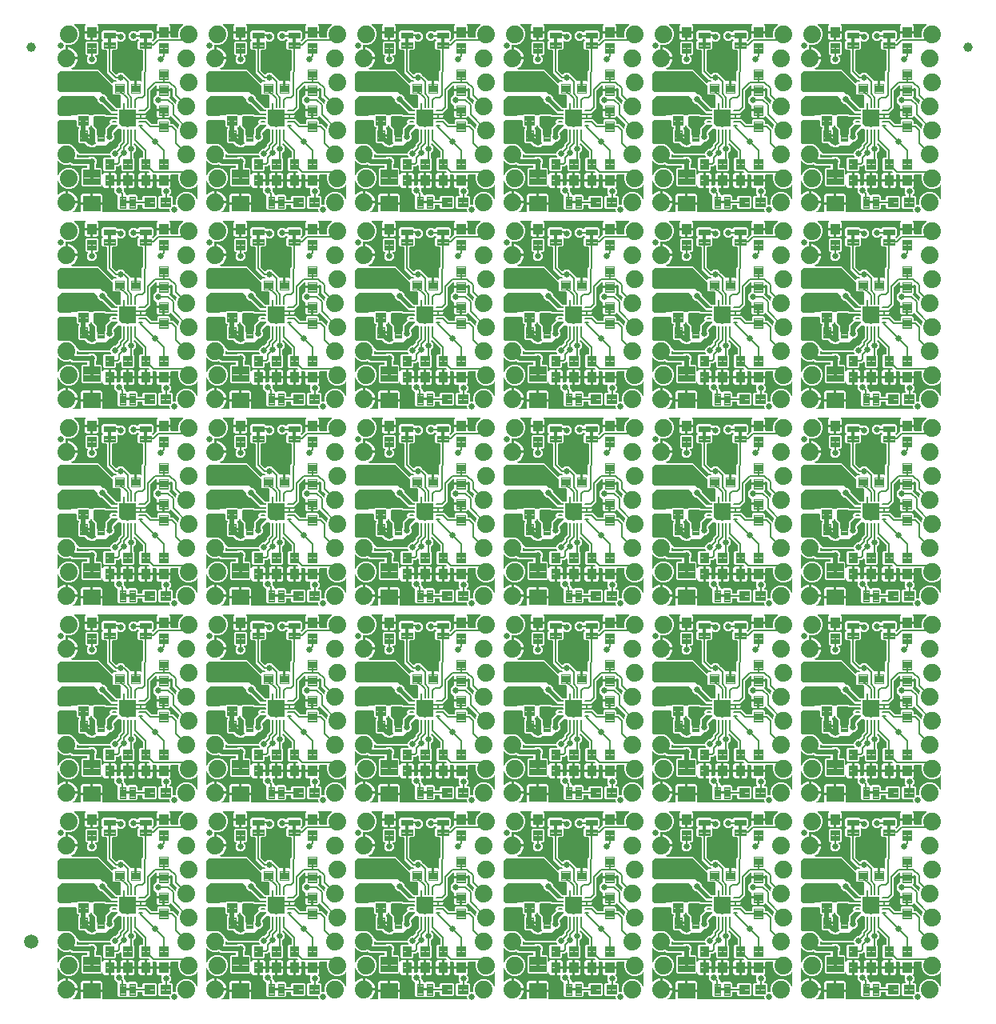
<source format=gtl>
G04 EAGLE Gerber RS-274X export*
G75*
%MOMM*%
%FSLAX34Y34*%
%LPD*%
%INTop Copper*%
%IPPOS*%
%AMOC8*
5,1,8,0,0,1.08239X$1,22.5*%
G01*
%ADD10C,0.635000*%
%ADD11C,0.099059*%
%ADD12C,0.100000*%
%ADD13C,0.200000*%
%ADD14C,0.101600*%
%ADD15C,0.104000*%
%ADD16C,1.879600*%
%ADD17C,0.096000*%
%ADD18C,1.000000*%
%ADD19C,1.500000*%
%ADD20C,0.660400*%
%ADD21C,0.190500*%
%ADD22C,0.508000*%
%ADD23C,0.177800*%

G36*
X26157Y2039D02*
X26157Y2039D01*
X26193Y2037D01*
X26266Y2059D01*
X26342Y2072D01*
X26373Y2091D01*
X26408Y2101D01*
X26469Y2147D01*
X26535Y2187D01*
X26558Y2215D01*
X26587Y2237D01*
X26628Y2301D01*
X26677Y2361D01*
X26688Y2395D01*
X26708Y2426D01*
X26724Y2501D01*
X26748Y2573D01*
X26747Y2609D01*
X26755Y2645D01*
X26743Y2748D01*
X26742Y2798D01*
X26736Y2812D01*
X26734Y2831D01*
X26559Y3482D01*
X26559Y10131D01*
X37465Y10131D01*
X37530Y10142D01*
X37595Y10144D01*
X37639Y10162D01*
X37686Y10170D01*
X37742Y10204D01*
X37803Y10229D01*
X37838Y10261D01*
X37879Y10285D01*
X37920Y10336D01*
X37969Y10380D01*
X37991Y10422D01*
X38020Y10459D01*
X38041Y10521D01*
X38071Y10580D01*
X38080Y10634D01*
X38092Y10671D01*
X38091Y10711D01*
X38099Y10765D01*
X38099Y11401D01*
X38101Y11401D01*
X38101Y10765D01*
X38113Y10700D01*
X38114Y10635D01*
X38132Y10591D01*
X38141Y10544D01*
X38174Y10487D01*
X38199Y10427D01*
X38231Y10392D01*
X38255Y10351D01*
X38306Y10310D01*
X38350Y10261D01*
X38392Y10239D01*
X38429Y10210D01*
X38491Y10189D01*
X38550Y10158D01*
X38604Y10150D01*
X38641Y10138D01*
X38681Y10139D01*
X38735Y10131D01*
X49641Y10131D01*
X49641Y3482D01*
X49466Y2831D01*
X49463Y2795D01*
X49452Y2761D01*
X49454Y2684D01*
X49447Y2608D01*
X49457Y2573D01*
X49458Y2536D01*
X49487Y2466D01*
X49508Y2391D01*
X49529Y2362D01*
X49542Y2329D01*
X49594Y2272D01*
X49639Y2210D01*
X49669Y2190D01*
X49694Y2163D01*
X49762Y2128D01*
X49826Y2085D01*
X49861Y2077D01*
X49893Y2060D01*
X49996Y2045D01*
X50044Y2034D01*
X50060Y2036D01*
X50079Y2033D01*
X120494Y2033D01*
X120582Y2049D01*
X120671Y2058D01*
X120692Y2068D01*
X120715Y2072D01*
X120792Y2118D01*
X120872Y2157D01*
X120888Y2174D01*
X120908Y2187D01*
X120964Y2256D01*
X121026Y2320D01*
X121035Y2342D01*
X121050Y2361D01*
X121078Y2445D01*
X121113Y2527D01*
X121114Y2551D01*
X121122Y2573D01*
X121119Y2662D01*
X121123Y2751D01*
X121116Y2774D01*
X121115Y2798D01*
X121082Y2880D01*
X121054Y2965D01*
X121039Y2986D01*
X121031Y3005D01*
X121030Y3006D01*
X121030Y5287D01*
X121019Y5352D01*
X121017Y5418D01*
X120999Y5461D01*
X120991Y5508D01*
X120957Y5565D01*
X120932Y5625D01*
X120901Y5660D01*
X120876Y5701D01*
X120825Y5743D01*
X120781Y5791D01*
X120739Y5813D01*
X120702Y5842D01*
X120640Y5863D01*
X120581Y5894D01*
X120527Y5902D01*
X120490Y5914D01*
X120450Y5913D01*
X120396Y5921D01*
X110506Y5921D01*
X109171Y7256D01*
X109171Y18144D01*
X110506Y19479D01*
X112775Y19479D01*
X112863Y19495D01*
X112951Y19504D01*
X112972Y19514D01*
X112996Y19518D01*
X113072Y19564D01*
X113152Y19603D01*
X113168Y19620D01*
X113189Y19633D01*
X113245Y19702D01*
X113306Y19766D01*
X113315Y19788D01*
X113330Y19807D01*
X113359Y19891D01*
X113393Y19973D01*
X113395Y19997D01*
X113402Y20019D01*
X113399Y20108D01*
X113403Y20197D01*
X113396Y20220D01*
X113395Y20244D01*
X113362Y20326D01*
X113335Y20411D01*
X113319Y20432D01*
X113311Y20451D01*
X113277Y20489D01*
X113223Y20561D01*
X111759Y22025D01*
X111759Y26235D01*
X112351Y26827D01*
X112402Y26900D01*
X112458Y26969D01*
X112466Y26991D01*
X112479Y27011D01*
X112502Y27097D01*
X112530Y27181D01*
X112529Y27205D01*
X112535Y27228D01*
X112526Y27317D01*
X112523Y27406D01*
X112515Y27428D01*
X112512Y27451D01*
X112473Y27531D01*
X112439Y27613D01*
X112423Y27631D01*
X112413Y27652D01*
X112348Y27713D01*
X112288Y27779D01*
X112267Y27790D01*
X112249Y27806D01*
X112167Y27841D01*
X112088Y27882D01*
X112062Y27885D01*
X112043Y27894D01*
X111992Y27896D01*
X111903Y27909D01*
X109400Y27909D01*
X108626Y28116D01*
X107933Y28517D01*
X107367Y29083D01*
X106966Y29776D01*
X106759Y30550D01*
X106759Y34681D01*
X113665Y34681D01*
X113730Y34692D01*
X113795Y34694D01*
X113839Y34712D01*
X113886Y34720D01*
X113942Y34754D01*
X114003Y34779D01*
X114038Y34811D01*
X114079Y34835D01*
X114120Y34886D01*
X114169Y34930D01*
X114191Y34972D01*
X114220Y35009D01*
X114241Y35071D01*
X114271Y35130D01*
X114280Y35184D01*
X114292Y35221D01*
X114291Y35261D01*
X114299Y35315D01*
X114299Y36585D01*
X114287Y36650D01*
X114286Y36715D01*
X114268Y36759D01*
X114259Y36806D01*
X114226Y36863D01*
X114201Y36923D01*
X114169Y36958D01*
X114145Y36999D01*
X114094Y37040D01*
X114050Y37089D01*
X114008Y37111D01*
X113971Y37140D01*
X113909Y37161D01*
X113850Y37191D01*
X113796Y37200D01*
X113759Y37212D01*
X113719Y37211D01*
X113665Y37219D01*
X106759Y37219D01*
X106759Y41148D01*
X106748Y41213D01*
X106746Y41279D01*
X106728Y41322D01*
X106720Y41369D01*
X106686Y41426D01*
X106661Y41486D01*
X106630Y41521D01*
X106605Y41562D01*
X106554Y41604D01*
X106510Y41652D01*
X106468Y41674D01*
X106431Y41703D01*
X106369Y41724D01*
X106310Y41755D01*
X106256Y41763D01*
X106219Y41775D01*
X106179Y41774D01*
X106125Y41782D01*
X103425Y41782D01*
X103360Y41771D01*
X103294Y41769D01*
X103251Y41751D01*
X103204Y41743D01*
X103147Y41709D01*
X103087Y41684D01*
X103052Y41653D01*
X103011Y41628D01*
X102969Y41577D01*
X102921Y41533D01*
X102899Y41491D01*
X102870Y41454D01*
X102849Y41392D01*
X102818Y41333D01*
X102810Y41279D01*
X102798Y41242D01*
X102799Y41202D01*
X102791Y41148D01*
X102791Y37219D01*
X96519Y37219D01*
X96519Y43991D01*
X98905Y43991D01*
X98993Y44007D01*
X99081Y44016D01*
X99103Y44026D01*
X99126Y44030D01*
X99203Y44076D01*
X99283Y44115D01*
X99299Y44132D01*
X99319Y44145D01*
X99375Y44214D01*
X99437Y44278D01*
X99446Y44300D01*
X99461Y44319D01*
X99489Y44403D01*
X99524Y44485D01*
X99525Y44509D01*
X99533Y44531D01*
X99530Y44620D01*
X99534Y44709D01*
X99527Y44732D01*
X99526Y44756D01*
X99493Y44838D01*
X99465Y44923D01*
X99450Y44944D01*
X99442Y44963D01*
X99408Y45001D01*
X99354Y45073D01*
X98942Y45485D01*
X98907Y45510D01*
X98878Y45541D01*
X98815Y45573D01*
X98758Y45614D01*
X98716Y45624D01*
X98679Y45644D01*
X98589Y45657D01*
X98540Y45670D01*
X98520Y45667D01*
X98493Y45671D01*
X89806Y45671D01*
X88471Y47006D01*
X88471Y58894D01*
X89806Y60229D01*
X91948Y60229D01*
X92013Y60240D01*
X92079Y60242D01*
X92122Y60260D01*
X92169Y60268D01*
X92226Y60302D01*
X92286Y60327D01*
X92321Y60358D01*
X92362Y60383D01*
X92404Y60434D01*
X92452Y60478D01*
X92474Y60520D01*
X92503Y60557D01*
X92524Y60619D01*
X92555Y60678D01*
X92563Y60732D01*
X92575Y60769D01*
X92574Y60809D01*
X92582Y60863D01*
X92582Y65942D01*
X92575Y65984D01*
X92577Y66026D01*
X92555Y66094D01*
X92543Y66163D01*
X92521Y66200D01*
X92508Y66240D01*
X92454Y66313D01*
X92428Y66356D01*
X92412Y66370D01*
X92396Y66391D01*
X83950Y74837D01*
X83877Y74888D01*
X83808Y74944D01*
X83786Y74951D01*
X83766Y74965D01*
X83680Y74987D01*
X83596Y75016D01*
X83572Y75015D01*
X83549Y75021D01*
X83460Y75012D01*
X83371Y75009D01*
X83349Y75000D01*
X83326Y74998D01*
X83246Y74958D01*
X83164Y74925D01*
X83146Y74909D01*
X83125Y74898D01*
X83064Y74833D01*
X82998Y74773D01*
X82987Y74752D01*
X82971Y74735D01*
X82936Y74653D01*
X82895Y74574D01*
X82892Y74548D01*
X82883Y74528D01*
X82881Y74478D01*
X82868Y74388D01*
X82868Y74249D01*
X82875Y74207D01*
X82873Y74165D01*
X82895Y74098D01*
X82907Y74028D01*
X82929Y73992D01*
X82942Y73951D01*
X82996Y73879D01*
X83022Y73835D01*
X83038Y73822D01*
X83054Y73801D01*
X85281Y71574D01*
X85281Y67364D01*
X83054Y65137D01*
X83029Y65102D01*
X82998Y65074D01*
X82966Y65011D01*
X82925Y64953D01*
X82915Y64912D01*
X82895Y64874D01*
X82882Y64785D01*
X82869Y64736D01*
X82872Y64715D01*
X82868Y64689D01*
X82868Y59268D01*
X82875Y59226D01*
X82873Y59183D01*
X82895Y59116D01*
X82907Y59047D01*
X82929Y59010D01*
X82942Y58970D01*
X82979Y58920D01*
X82979Y47006D01*
X81644Y45671D01*
X70756Y45671D01*
X69421Y47006D01*
X69421Y51417D01*
X69406Y51505D01*
X69396Y51594D01*
X69386Y51615D01*
X69382Y51638D01*
X69336Y51715D01*
X69297Y51795D01*
X69280Y51811D01*
X69267Y51831D01*
X69198Y51887D01*
X69134Y51949D01*
X69112Y51958D01*
X69093Y51973D01*
X69009Y52001D01*
X68927Y52036D01*
X68903Y52037D01*
X68881Y52045D01*
X68792Y52042D01*
X68703Y52046D01*
X68680Y52039D01*
X68656Y52038D01*
X68574Y52005D01*
X68489Y51977D01*
X68468Y51962D01*
X68449Y51954D01*
X68411Y51920D01*
X68338Y51866D01*
X68229Y51756D01*
X66755Y50282D01*
X64563Y50282D01*
X64498Y50271D01*
X64432Y50269D01*
X64389Y50251D01*
X64342Y50243D01*
X64285Y50209D01*
X64225Y50184D01*
X64190Y50153D01*
X64149Y50128D01*
X64107Y50077D01*
X64059Y50033D01*
X64037Y49991D01*
X64008Y49954D01*
X63987Y49892D01*
X63956Y49833D01*
X63948Y49779D01*
X63936Y49742D01*
X63937Y49702D01*
X63936Y49696D01*
X63936Y49695D01*
X63929Y49648D01*
X63929Y47006D01*
X62594Y45671D01*
X51706Y45671D01*
X50371Y47006D01*
X50371Y58894D01*
X51706Y60229D01*
X58055Y60229D01*
X58143Y60244D01*
X58231Y60254D01*
X58252Y60264D01*
X58276Y60268D01*
X58352Y60314D01*
X58432Y60353D01*
X58448Y60370D01*
X58469Y60383D01*
X58525Y60452D01*
X58586Y60516D01*
X58595Y60538D01*
X58610Y60557D01*
X58639Y60641D01*
X58673Y60723D01*
X58675Y60747D01*
X58682Y60769D01*
X58679Y60858D01*
X58683Y60947D01*
X58676Y60970D01*
X58675Y60994D01*
X58642Y61076D01*
X58615Y61161D01*
X58599Y61182D01*
X58591Y61201D01*
X58557Y61239D01*
X58503Y61311D01*
X58009Y61806D01*
X58009Y61849D01*
X57997Y61914D01*
X57995Y61980D01*
X57977Y62023D01*
X57969Y62070D01*
X57935Y62127D01*
X57911Y62187D01*
X57879Y62222D01*
X57855Y62263D01*
X57804Y62305D01*
X57759Y62353D01*
X57717Y62375D01*
X57681Y62404D01*
X57618Y62425D01*
X57560Y62456D01*
X57505Y62464D01*
X57468Y62476D01*
X57429Y62475D01*
X57374Y62483D01*
X24707Y62483D01*
X23689Y63501D01*
X23616Y63551D01*
X23547Y63608D01*
X23525Y63615D01*
X23505Y63629D01*
X23419Y63651D01*
X23335Y63679D01*
X23311Y63679D01*
X23288Y63685D01*
X23199Y63675D01*
X23110Y63673D01*
X23088Y63664D01*
X23065Y63661D01*
X22985Y63622D01*
X22903Y63589D01*
X22885Y63573D01*
X22864Y63562D01*
X22803Y63497D01*
X22737Y63437D01*
X22726Y63416D01*
X22710Y63399D01*
X22675Y63317D01*
X22634Y63238D01*
X22631Y63211D01*
X22622Y63192D01*
X22620Y63142D01*
X22607Y63052D01*
X22607Y61277D01*
X22523Y61076D01*
X22507Y61000D01*
X22482Y60927D01*
X22483Y60891D01*
X22476Y60857D01*
X22486Y60780D01*
X22489Y60702D01*
X22502Y60670D01*
X22507Y60634D01*
X22544Y60566D01*
X22573Y60495D01*
X22597Y60468D01*
X22614Y60437D01*
X22672Y60386D01*
X22724Y60329D01*
X22756Y60313D01*
X22783Y60289D01*
X22855Y60262D01*
X22924Y60226D01*
X22964Y60220D01*
X22992Y60210D01*
X23039Y60209D01*
X23109Y60199D01*
X34971Y60199D01*
X35013Y60206D01*
X35055Y60204D01*
X35122Y60226D01*
X35192Y60238D01*
X35228Y60260D01*
X35269Y60273D01*
X35341Y60327D01*
X35385Y60353D01*
X35398Y60369D01*
X35419Y60385D01*
X35995Y60961D01*
X40205Y60961D01*
X43181Y57985D01*
X43181Y53775D01*
X42605Y53199D01*
X42580Y53164D01*
X42549Y53136D01*
X42520Y53080D01*
X42520Y53079D01*
X42519Y53078D01*
X42517Y53073D01*
X42476Y53015D01*
X42466Y52974D01*
X42446Y52936D01*
X42433Y52847D01*
X42420Y52798D01*
X42423Y52777D01*
X42419Y52751D01*
X42419Y49813D01*
X42430Y49748D01*
X42432Y49682D01*
X42450Y49639D01*
X42458Y49592D01*
X42492Y49535D01*
X42517Y49475D01*
X42548Y49440D01*
X42573Y49399D01*
X42624Y49357D01*
X42668Y49309D01*
X42710Y49287D01*
X42747Y49258D01*
X42809Y49237D01*
X42868Y49206D01*
X42922Y49198D01*
X42959Y49186D01*
X42999Y49187D01*
X43053Y49179D01*
X47556Y49179D01*
X48879Y47856D01*
X48879Y42866D01*
X48889Y42808D01*
X48890Y42748D01*
X48909Y42698D01*
X48918Y42646D01*
X48949Y42594D01*
X48970Y42539D01*
X49005Y42499D01*
X49033Y42452D01*
X49079Y42415D01*
X49118Y42370D01*
X49165Y42345D01*
X49207Y42311D01*
X49263Y42292D01*
X49316Y42264D01*
X49369Y42256D01*
X49419Y42239D01*
X49479Y42241D01*
X49538Y42233D01*
X49590Y42244D01*
X49644Y42246D01*
X49699Y42268D01*
X49757Y42281D01*
X49802Y42310D01*
X49851Y42330D01*
X49895Y42370D01*
X49946Y42403D01*
X49985Y42452D01*
X50017Y42482D01*
X50033Y42513D01*
X50062Y42549D01*
X50217Y42817D01*
X50783Y43383D01*
X51476Y43784D01*
X52250Y43991D01*
X55881Y43991D01*
X55881Y36585D01*
X55892Y36520D01*
X55894Y36455D01*
X55912Y36411D01*
X55920Y36364D01*
X55954Y36308D01*
X55979Y36247D01*
X56011Y36212D01*
X56035Y36171D01*
X56086Y36130D01*
X56130Y36081D01*
X56172Y36059D01*
X56209Y36030D01*
X56271Y36009D01*
X56330Y35979D01*
X56384Y35970D01*
X56421Y35958D01*
X56461Y35959D01*
X56515Y35951D01*
X57151Y35951D01*
X57151Y35949D01*
X56515Y35949D01*
X56450Y35937D01*
X56385Y35936D01*
X56341Y35918D01*
X56294Y35909D01*
X56237Y35876D01*
X56177Y35851D01*
X56142Y35819D01*
X56101Y35795D01*
X56060Y35744D01*
X56011Y35700D01*
X55989Y35658D01*
X55960Y35621D01*
X55939Y35559D01*
X55908Y35500D01*
X55900Y35446D01*
X55888Y35409D01*
X55889Y35369D01*
X55881Y35315D01*
X55881Y27909D01*
X52250Y27909D01*
X51476Y28116D01*
X50783Y28517D01*
X50217Y29083D01*
X49817Y29776D01*
X49656Y30376D01*
X49653Y30382D01*
X49652Y30388D01*
X49606Y30483D01*
X49560Y30579D01*
X49556Y30583D01*
X49553Y30589D01*
X49476Y30662D01*
X49400Y30736D01*
X49394Y30739D01*
X49390Y30743D01*
X49292Y30784D01*
X49195Y30828D01*
X49189Y30828D01*
X49183Y30831D01*
X49078Y30835D01*
X48971Y30842D01*
X48965Y30840D01*
X48959Y30841D01*
X48859Y30808D01*
X48756Y30778D01*
X48751Y30774D01*
X48745Y30772D01*
X48595Y30660D01*
X47556Y29621D01*
X28644Y29621D01*
X27321Y30944D01*
X27321Y47856D01*
X28644Y49179D01*
X33147Y49179D01*
X33212Y49190D01*
X33278Y49192D01*
X33321Y49210D01*
X33368Y49218D01*
X33425Y49252D01*
X33485Y49277D01*
X33520Y49308D01*
X33561Y49333D01*
X33603Y49384D01*
X33651Y49428D01*
X33673Y49470D01*
X33702Y49507D01*
X33723Y49569D01*
X33754Y49628D01*
X33762Y49682D01*
X33774Y49719D01*
X33773Y49759D01*
X33781Y49813D01*
X33781Y50927D01*
X33770Y50992D01*
X33768Y51058D01*
X33750Y51101D01*
X33742Y51148D01*
X33708Y51205D01*
X33683Y51265D01*
X33652Y51300D01*
X33627Y51341D01*
X33576Y51383D01*
X33532Y51431D01*
X33490Y51453D01*
X33453Y51482D01*
X33391Y51503D01*
X33332Y51534D01*
X33278Y51542D01*
X33241Y51554D01*
X33201Y51553D01*
X33147Y51561D01*
X17261Y51561D01*
X15965Y52857D01*
X15921Y52888D01*
X15883Y52927D01*
X15829Y52952D01*
X15781Y52985D01*
X15729Y52999D01*
X15679Y53022D01*
X15621Y53027D01*
X15564Y53041D01*
X15510Y53036D01*
X15456Y53040D01*
X15387Y53023D01*
X15341Y53018D01*
X15313Y53004D01*
X15274Y52995D01*
X13653Y52323D01*
X9207Y52323D01*
X5099Y54025D01*
X3115Y56008D01*
X3042Y56059D01*
X2973Y56115D01*
X2951Y56123D01*
X2931Y56136D01*
X2845Y56159D01*
X2761Y56187D01*
X2737Y56186D01*
X2714Y56192D01*
X2625Y56183D01*
X2536Y56180D01*
X2514Y56172D01*
X2491Y56169D01*
X2411Y56130D01*
X2329Y56096D01*
X2311Y56080D01*
X2290Y56070D01*
X2229Y56005D01*
X2163Y55945D01*
X2152Y55924D01*
X2136Y55906D01*
X2101Y55824D01*
X2060Y55745D01*
X2057Y55719D01*
X2048Y55700D01*
X2046Y55649D01*
X2033Y55560D01*
X2033Y41676D01*
X2051Y41577D01*
X2065Y41477D01*
X2070Y41466D01*
X2072Y41455D01*
X2123Y41368D01*
X2171Y41280D01*
X2180Y41272D01*
X2187Y41262D01*
X2264Y41198D01*
X2340Y41132D01*
X2352Y41128D01*
X2361Y41120D01*
X2456Y41088D01*
X2550Y41052D01*
X2562Y41052D01*
X2573Y41048D01*
X2673Y41051D01*
X2774Y41051D01*
X2786Y41055D01*
X2798Y41055D01*
X2890Y41093D01*
X2985Y41127D01*
X2994Y41135D01*
X3005Y41139D01*
X3080Y41207D01*
X3156Y41272D01*
X3163Y41283D01*
X3171Y41291D01*
X3192Y41331D01*
X3253Y41433D01*
X4495Y44431D01*
X7639Y47575D01*
X11747Y49277D01*
X16193Y49277D01*
X20301Y47575D01*
X23445Y44431D01*
X25147Y40323D01*
X25147Y35877D01*
X23445Y31769D01*
X20301Y28625D01*
X16193Y26923D01*
X11747Y26923D01*
X7639Y28625D01*
X4495Y31769D01*
X3253Y34767D01*
X3199Y34852D01*
X3147Y34938D01*
X3138Y34946D01*
X3132Y34956D01*
X3051Y35016D01*
X2973Y35080D01*
X2962Y35084D01*
X2952Y35091D01*
X2856Y35120D01*
X2761Y35152D01*
X2749Y35151D01*
X2737Y35155D01*
X2636Y35148D01*
X2536Y35145D01*
X2525Y35141D01*
X2514Y35140D01*
X2421Y35098D01*
X2329Y35061D01*
X2320Y35053D01*
X2309Y35048D01*
X2237Y34977D01*
X2163Y34909D01*
X2157Y34899D01*
X2149Y34890D01*
X2107Y34799D01*
X2060Y34710D01*
X2058Y34697D01*
X2054Y34687D01*
X2050Y34642D01*
X2033Y34524D01*
X2033Y21718D01*
X2048Y21630D01*
X2058Y21542D01*
X2068Y21520D01*
X2072Y21497D01*
X2118Y21420D01*
X2157Y21341D01*
X2174Y21324D01*
X2187Y21304D01*
X2256Y21248D01*
X2320Y21187D01*
X2342Y21177D01*
X2361Y21162D01*
X2445Y21134D01*
X2527Y21099D01*
X2551Y21098D01*
X2573Y21091D01*
X2662Y21093D01*
X2751Y21089D01*
X2774Y21097D01*
X2798Y21097D01*
X2880Y21131D01*
X2965Y21158D01*
X2986Y21174D01*
X3005Y21181D01*
X3043Y21216D01*
X3115Y21269D01*
X3652Y21806D01*
X5173Y22911D01*
X6847Y23764D01*
X8634Y24345D01*
X10161Y24587D01*
X10161Y13335D01*
X10172Y13270D01*
X10174Y13205D01*
X10192Y13161D01*
X10200Y13114D01*
X10234Y13058D01*
X10259Y12997D01*
X10290Y12962D01*
X10315Y12921D01*
X10366Y12880D01*
X10410Y12831D01*
X10452Y12809D01*
X10489Y12780D01*
X10551Y12759D01*
X10610Y12729D01*
X10664Y12720D01*
X10701Y12708D01*
X10741Y12709D01*
X10795Y12701D01*
X11431Y12701D01*
X11431Y12065D01*
X11443Y12000D01*
X11444Y11934D01*
X11462Y11891D01*
X11471Y11844D01*
X11504Y11787D01*
X11529Y11727D01*
X11561Y11692D01*
X11585Y11651D01*
X11636Y11610D01*
X11680Y11561D01*
X11722Y11539D01*
X11759Y11510D01*
X11821Y11489D01*
X11880Y11458D01*
X11934Y11450D01*
X11971Y11438D01*
X12011Y11439D01*
X12065Y11431D01*
X23317Y11431D01*
X23075Y9904D01*
X22494Y8117D01*
X21641Y6443D01*
X20536Y4922D01*
X19208Y3594D01*
X18638Y3180D01*
X18620Y3161D01*
X18597Y3147D01*
X18543Y3081D01*
X18483Y3018D01*
X18472Y2994D01*
X18456Y2973D01*
X18428Y2892D01*
X18394Y2812D01*
X18392Y2786D01*
X18384Y2761D01*
X18386Y2675D01*
X18382Y2588D01*
X18390Y2563D01*
X18390Y2536D01*
X18423Y2457D01*
X18449Y2374D01*
X18465Y2353D01*
X18475Y2329D01*
X18533Y2265D01*
X18586Y2197D01*
X18608Y2183D01*
X18626Y2163D01*
X18703Y2123D01*
X18776Y2078D01*
X18802Y2073D01*
X18826Y2060D01*
X18958Y2041D01*
X18996Y2033D01*
X19003Y2034D01*
X19011Y2033D01*
X26121Y2033D01*
X26157Y2039D01*
G37*
G36*
X26157Y835159D02*
X26157Y835159D01*
X26193Y835157D01*
X26266Y835179D01*
X26342Y835192D01*
X26373Y835211D01*
X26408Y835221D01*
X26469Y835267D01*
X26535Y835307D01*
X26558Y835335D01*
X26587Y835357D01*
X26628Y835421D01*
X26677Y835481D01*
X26688Y835515D01*
X26708Y835546D01*
X26724Y835621D01*
X26748Y835693D01*
X26747Y835729D01*
X26755Y835765D01*
X26743Y835868D01*
X26742Y835918D01*
X26736Y835932D01*
X26734Y835951D01*
X26559Y836602D01*
X26559Y843251D01*
X37465Y843251D01*
X37530Y843262D01*
X37595Y843264D01*
X37639Y843282D01*
X37686Y843290D01*
X37742Y843324D01*
X37803Y843349D01*
X37838Y843381D01*
X37879Y843405D01*
X37920Y843456D01*
X37969Y843500D01*
X37991Y843542D01*
X38020Y843579D01*
X38041Y843641D01*
X38071Y843700D01*
X38080Y843754D01*
X38092Y843791D01*
X38091Y843831D01*
X38099Y843885D01*
X38099Y844521D01*
X38101Y844521D01*
X38101Y843885D01*
X38113Y843820D01*
X38114Y843755D01*
X38132Y843711D01*
X38141Y843664D01*
X38174Y843607D01*
X38199Y843547D01*
X38231Y843512D01*
X38255Y843471D01*
X38306Y843430D01*
X38350Y843381D01*
X38392Y843359D01*
X38429Y843330D01*
X38491Y843309D01*
X38550Y843278D01*
X38604Y843270D01*
X38641Y843258D01*
X38681Y843259D01*
X38735Y843251D01*
X49641Y843251D01*
X49641Y836602D01*
X49466Y835951D01*
X49463Y835915D01*
X49452Y835881D01*
X49454Y835804D01*
X49447Y835728D01*
X49457Y835693D01*
X49458Y835656D01*
X49487Y835586D01*
X49508Y835511D01*
X49529Y835482D01*
X49542Y835449D01*
X49594Y835392D01*
X49639Y835330D01*
X49669Y835310D01*
X49694Y835283D01*
X49762Y835248D01*
X49826Y835205D01*
X49861Y835197D01*
X49893Y835180D01*
X49996Y835165D01*
X50044Y835154D01*
X50060Y835156D01*
X50079Y835153D01*
X120494Y835153D01*
X120582Y835169D01*
X120671Y835178D01*
X120692Y835188D01*
X120715Y835192D01*
X120792Y835238D01*
X120872Y835277D01*
X120888Y835294D01*
X120908Y835307D01*
X120964Y835376D01*
X121026Y835440D01*
X121035Y835462D01*
X121050Y835481D01*
X121078Y835565D01*
X121113Y835647D01*
X121114Y835671D01*
X121122Y835693D01*
X121119Y835782D01*
X121123Y835871D01*
X121116Y835894D01*
X121115Y835918D01*
X121082Y836000D01*
X121054Y836085D01*
X121039Y836106D01*
X121031Y836125D01*
X121030Y836126D01*
X121030Y838407D01*
X121019Y838472D01*
X121017Y838538D01*
X120999Y838581D01*
X120991Y838628D01*
X120957Y838685D01*
X120932Y838745D01*
X120901Y838780D01*
X120876Y838821D01*
X120825Y838863D01*
X120781Y838911D01*
X120739Y838933D01*
X120702Y838962D01*
X120640Y838983D01*
X120581Y839014D01*
X120527Y839022D01*
X120490Y839034D01*
X120450Y839033D01*
X120396Y839041D01*
X110506Y839041D01*
X109171Y840376D01*
X109171Y851264D01*
X110506Y852599D01*
X112775Y852599D01*
X112863Y852615D01*
X112951Y852624D01*
X112972Y852634D01*
X112996Y852638D01*
X113072Y852684D01*
X113152Y852723D01*
X113168Y852740D01*
X113189Y852753D01*
X113245Y852822D01*
X113306Y852886D01*
X113315Y852908D01*
X113330Y852927D01*
X113359Y853011D01*
X113393Y853093D01*
X113395Y853117D01*
X113402Y853139D01*
X113399Y853228D01*
X113403Y853317D01*
X113396Y853340D01*
X113395Y853364D01*
X113362Y853446D01*
X113335Y853531D01*
X113319Y853552D01*
X113311Y853571D01*
X113277Y853609D01*
X113223Y853681D01*
X111759Y855145D01*
X111759Y859355D01*
X112351Y859947D01*
X112402Y860020D01*
X112458Y860089D01*
X112466Y860111D01*
X112479Y860131D01*
X112502Y860217D01*
X112530Y860301D01*
X112529Y860325D01*
X112535Y860348D01*
X112526Y860437D01*
X112523Y860526D01*
X112515Y860548D01*
X112512Y860571D01*
X112473Y860651D01*
X112439Y860733D01*
X112423Y860751D01*
X112413Y860772D01*
X112348Y860833D01*
X112288Y860899D01*
X112267Y860910D01*
X112249Y860926D01*
X112167Y860961D01*
X112088Y861002D01*
X112062Y861005D01*
X112043Y861014D01*
X111992Y861016D01*
X111903Y861029D01*
X109400Y861029D01*
X108626Y861236D01*
X107933Y861637D01*
X107367Y862203D01*
X106966Y862896D01*
X106759Y863670D01*
X106759Y867801D01*
X113665Y867801D01*
X113730Y867812D01*
X113795Y867814D01*
X113839Y867832D01*
X113886Y867840D01*
X113942Y867874D01*
X114003Y867899D01*
X114038Y867931D01*
X114079Y867955D01*
X114120Y868006D01*
X114169Y868050D01*
X114191Y868092D01*
X114220Y868129D01*
X114241Y868191D01*
X114271Y868250D01*
X114280Y868304D01*
X114292Y868341D01*
X114291Y868381D01*
X114299Y868435D01*
X114299Y869705D01*
X114287Y869770D01*
X114286Y869835D01*
X114268Y869879D01*
X114259Y869926D01*
X114226Y869983D01*
X114201Y870043D01*
X114169Y870078D01*
X114145Y870119D01*
X114094Y870160D01*
X114050Y870209D01*
X114008Y870231D01*
X113971Y870260D01*
X113909Y870281D01*
X113850Y870311D01*
X113796Y870320D01*
X113759Y870332D01*
X113719Y870331D01*
X113665Y870339D01*
X106759Y870339D01*
X106759Y874268D01*
X106748Y874333D01*
X106746Y874399D01*
X106728Y874442D01*
X106720Y874489D01*
X106686Y874546D01*
X106661Y874606D01*
X106630Y874641D01*
X106605Y874682D01*
X106554Y874724D01*
X106510Y874772D01*
X106468Y874794D01*
X106431Y874823D01*
X106369Y874844D01*
X106310Y874875D01*
X106256Y874883D01*
X106219Y874895D01*
X106179Y874894D01*
X106125Y874902D01*
X103425Y874902D01*
X103360Y874891D01*
X103294Y874889D01*
X103251Y874871D01*
X103204Y874863D01*
X103147Y874829D01*
X103087Y874804D01*
X103052Y874773D01*
X103011Y874748D01*
X102969Y874697D01*
X102921Y874653D01*
X102899Y874611D01*
X102870Y874574D01*
X102849Y874512D01*
X102818Y874453D01*
X102810Y874399D01*
X102798Y874362D01*
X102799Y874322D01*
X102791Y874268D01*
X102791Y870339D01*
X96519Y870339D01*
X96519Y877111D01*
X98905Y877111D01*
X98993Y877126D01*
X99082Y877136D01*
X99103Y877146D01*
X99126Y877150D01*
X99203Y877196D01*
X99283Y877235D01*
X99299Y877252D01*
X99319Y877265D01*
X99375Y877334D01*
X99437Y877398D01*
X99446Y877420D01*
X99461Y877439D01*
X99489Y877523D01*
X99524Y877605D01*
X99525Y877629D01*
X99533Y877651D01*
X99530Y877740D01*
X99534Y877829D01*
X99527Y877852D01*
X99526Y877876D01*
X99493Y877958D01*
X99465Y878043D01*
X99450Y878064D01*
X99442Y878083D01*
X99408Y878121D01*
X99354Y878193D01*
X98942Y878606D01*
X98907Y878630D01*
X98878Y878661D01*
X98815Y878693D01*
X98758Y878734D01*
X98716Y878744D01*
X98679Y878764D01*
X98589Y878777D01*
X98540Y878790D01*
X98519Y878787D01*
X98493Y878791D01*
X89806Y878791D01*
X88471Y880126D01*
X88471Y892014D01*
X89806Y893349D01*
X91948Y893349D01*
X92013Y893360D01*
X92079Y893362D01*
X92122Y893380D01*
X92169Y893388D01*
X92226Y893422D01*
X92286Y893447D01*
X92321Y893478D01*
X92362Y893503D01*
X92404Y893554D01*
X92452Y893598D01*
X92474Y893640D01*
X92503Y893677D01*
X92524Y893739D01*
X92555Y893798D01*
X92563Y893852D01*
X92575Y893889D01*
X92574Y893929D01*
X92582Y893983D01*
X92582Y899062D01*
X92575Y899104D01*
X92577Y899146D01*
X92555Y899214D01*
X92543Y899283D01*
X92521Y899320D01*
X92508Y899360D01*
X92454Y899433D01*
X92428Y899476D01*
X92412Y899490D01*
X92396Y899511D01*
X83950Y907957D01*
X83877Y908008D01*
X83808Y908064D01*
X83786Y908071D01*
X83766Y908085D01*
X83680Y908107D01*
X83596Y908136D01*
X83572Y908135D01*
X83549Y908141D01*
X83460Y908132D01*
X83371Y908129D01*
X83349Y908120D01*
X83326Y908118D01*
X83246Y908078D01*
X83164Y908045D01*
X83146Y908029D01*
X83125Y908018D01*
X83064Y907953D01*
X82998Y907893D01*
X82987Y907872D01*
X82971Y907855D01*
X82936Y907773D01*
X82895Y907694D01*
X82892Y907668D01*
X82883Y907648D01*
X82881Y907598D01*
X82868Y907508D01*
X82868Y907369D01*
X82875Y907327D01*
X82873Y907285D01*
X82895Y907218D01*
X82907Y907148D01*
X82929Y907112D01*
X82942Y907071D01*
X82996Y906999D01*
X83022Y906955D01*
X83038Y906942D01*
X83054Y906921D01*
X85281Y904694D01*
X85281Y900484D01*
X83054Y898257D01*
X83029Y898222D01*
X82998Y898194D01*
X82966Y898131D01*
X82925Y898073D01*
X82915Y898032D01*
X82895Y897994D01*
X82882Y897905D01*
X82869Y897856D01*
X82872Y897835D01*
X82868Y897809D01*
X82868Y892388D01*
X82875Y892346D01*
X82873Y892303D01*
X82895Y892236D01*
X82907Y892167D01*
X82929Y892130D01*
X82942Y892090D01*
X82979Y892040D01*
X82979Y880126D01*
X81644Y878791D01*
X70756Y878791D01*
X69421Y880126D01*
X69421Y884537D01*
X69406Y884625D01*
X69396Y884714D01*
X69386Y884735D01*
X69382Y884758D01*
X69336Y884835D01*
X69297Y884915D01*
X69280Y884931D01*
X69267Y884951D01*
X69198Y885007D01*
X69134Y885069D01*
X69112Y885078D01*
X69093Y885093D01*
X69009Y885121D01*
X68927Y885156D01*
X68903Y885157D01*
X68881Y885165D01*
X68792Y885162D01*
X68703Y885166D01*
X68680Y885159D01*
X68656Y885158D01*
X68574Y885125D01*
X68489Y885097D01*
X68468Y885082D01*
X68449Y885074D01*
X68411Y885040D01*
X68338Y884986D01*
X68229Y884876D01*
X66755Y883402D01*
X64563Y883402D01*
X64498Y883391D01*
X64432Y883389D01*
X64389Y883371D01*
X64342Y883363D01*
X64285Y883329D01*
X64225Y883304D01*
X64190Y883273D01*
X64149Y883248D01*
X64107Y883197D01*
X64059Y883153D01*
X64037Y883111D01*
X64008Y883074D01*
X63987Y883012D01*
X63956Y882953D01*
X63948Y882899D01*
X63936Y882862D01*
X63937Y882822D01*
X63936Y882816D01*
X63936Y882815D01*
X63929Y882768D01*
X63929Y880126D01*
X62594Y878791D01*
X51706Y878791D01*
X50371Y880126D01*
X50371Y892014D01*
X51706Y893349D01*
X58055Y893349D01*
X58143Y893364D01*
X58231Y893374D01*
X58252Y893384D01*
X58276Y893388D01*
X58352Y893434D01*
X58432Y893473D01*
X58448Y893490D01*
X58469Y893503D01*
X58525Y893572D01*
X58586Y893636D01*
X58595Y893658D01*
X58610Y893677D01*
X58639Y893761D01*
X58673Y893843D01*
X58675Y893867D01*
X58682Y893889D01*
X58679Y893978D01*
X58683Y894067D01*
X58676Y894090D01*
X58675Y894114D01*
X58642Y894196D01*
X58615Y894281D01*
X58599Y894302D01*
X58591Y894321D01*
X58557Y894359D01*
X58503Y894431D01*
X58009Y894926D01*
X58009Y894969D01*
X57997Y895034D01*
X57995Y895100D01*
X57977Y895143D01*
X57969Y895190D01*
X57935Y895247D01*
X57911Y895307D01*
X57879Y895342D01*
X57855Y895383D01*
X57804Y895425D01*
X57759Y895473D01*
X57717Y895495D01*
X57681Y895524D01*
X57618Y895545D01*
X57560Y895576D01*
X57505Y895584D01*
X57468Y895596D01*
X57429Y895595D01*
X57374Y895603D01*
X24707Y895603D01*
X23689Y896621D01*
X23616Y896671D01*
X23547Y896728D01*
X23525Y896735D01*
X23505Y896749D01*
X23419Y896771D01*
X23335Y896799D01*
X23311Y896799D01*
X23288Y896805D01*
X23199Y896795D01*
X23110Y896793D01*
X23088Y896784D01*
X23065Y896781D01*
X22985Y896742D01*
X22903Y896709D01*
X22885Y896693D01*
X22864Y896682D01*
X22803Y896617D01*
X22737Y896557D01*
X22726Y896536D01*
X22710Y896519D01*
X22675Y896437D01*
X22634Y896358D01*
X22631Y896331D01*
X22622Y896312D01*
X22620Y896262D01*
X22607Y896172D01*
X22607Y894397D01*
X22523Y894196D01*
X22507Y894120D01*
X22482Y894047D01*
X22483Y894011D01*
X22476Y893977D01*
X22486Y893900D01*
X22489Y893822D01*
X22502Y893790D01*
X22507Y893754D01*
X22544Y893686D01*
X22573Y893615D01*
X22597Y893588D01*
X22614Y893557D01*
X22672Y893506D01*
X22724Y893449D01*
X22756Y893433D01*
X22783Y893409D01*
X22855Y893382D01*
X22924Y893346D01*
X22964Y893340D01*
X22992Y893330D01*
X23039Y893329D01*
X23109Y893319D01*
X34971Y893319D01*
X35013Y893326D01*
X35055Y893324D01*
X35122Y893346D01*
X35192Y893358D01*
X35228Y893380D01*
X35269Y893393D01*
X35341Y893447D01*
X35385Y893473D01*
X35398Y893489D01*
X35419Y893505D01*
X35995Y894081D01*
X40205Y894081D01*
X43181Y891105D01*
X43181Y886895D01*
X42605Y886319D01*
X42580Y886284D01*
X42549Y886256D01*
X42520Y886200D01*
X42520Y886199D01*
X42519Y886198D01*
X42517Y886193D01*
X42476Y886135D01*
X42466Y886094D01*
X42446Y886056D01*
X42433Y885967D01*
X42420Y885918D01*
X42423Y885897D01*
X42419Y885871D01*
X42419Y882933D01*
X42430Y882868D01*
X42432Y882802D01*
X42450Y882759D01*
X42458Y882712D01*
X42492Y882655D01*
X42517Y882595D01*
X42548Y882560D01*
X42573Y882519D01*
X42624Y882477D01*
X42668Y882429D01*
X42710Y882407D01*
X42747Y882378D01*
X42809Y882357D01*
X42868Y882326D01*
X42922Y882318D01*
X42959Y882306D01*
X42999Y882307D01*
X43053Y882299D01*
X47556Y882299D01*
X48879Y880976D01*
X48879Y875986D01*
X48889Y875928D01*
X48890Y875868D01*
X48909Y875818D01*
X48918Y875766D01*
X48949Y875714D01*
X48970Y875659D01*
X49005Y875618D01*
X49033Y875572D01*
X49079Y875535D01*
X49118Y875490D01*
X49165Y875465D01*
X49207Y875431D01*
X49263Y875412D01*
X49316Y875384D01*
X49369Y875376D01*
X49419Y875359D01*
X49479Y875361D01*
X49538Y875353D01*
X49590Y875364D01*
X49644Y875366D01*
X49699Y875388D01*
X49757Y875401D01*
X49802Y875430D01*
X49851Y875450D01*
X49895Y875490D01*
X49946Y875523D01*
X49985Y875572D01*
X50017Y875601D01*
X50033Y875632D01*
X50062Y875669D01*
X50217Y875937D01*
X50783Y876503D01*
X51476Y876904D01*
X52250Y877111D01*
X55881Y877111D01*
X55881Y869705D01*
X55892Y869640D01*
X55894Y869575D01*
X55912Y869531D01*
X55920Y869484D01*
X55954Y869428D01*
X55979Y869367D01*
X56011Y869332D01*
X56035Y869291D01*
X56086Y869250D01*
X56130Y869201D01*
X56172Y869179D01*
X56209Y869150D01*
X56271Y869129D01*
X56330Y869099D01*
X56384Y869090D01*
X56421Y869078D01*
X56461Y869079D01*
X56515Y869071D01*
X57151Y869071D01*
X57151Y869069D01*
X56515Y869069D01*
X56450Y869057D01*
X56385Y869056D01*
X56341Y869038D01*
X56294Y869029D01*
X56237Y868996D01*
X56177Y868971D01*
X56142Y868939D01*
X56101Y868915D01*
X56060Y868864D01*
X56011Y868820D01*
X55989Y868778D01*
X55960Y868741D01*
X55939Y868679D01*
X55908Y868620D01*
X55900Y868566D01*
X55888Y868529D01*
X55889Y868489D01*
X55881Y868435D01*
X55881Y861029D01*
X52250Y861029D01*
X51476Y861236D01*
X50783Y861637D01*
X50217Y862203D01*
X49817Y862896D01*
X49656Y863496D01*
X49653Y863502D01*
X49652Y863508D01*
X49606Y863603D01*
X49560Y863699D01*
X49556Y863703D01*
X49553Y863709D01*
X49476Y863782D01*
X49400Y863856D01*
X49394Y863859D01*
X49390Y863863D01*
X49292Y863904D01*
X49195Y863948D01*
X49189Y863948D01*
X49183Y863951D01*
X49078Y863955D01*
X48971Y863962D01*
X48965Y863960D01*
X48959Y863961D01*
X48859Y863928D01*
X48756Y863898D01*
X48751Y863894D01*
X48745Y863892D01*
X48595Y863780D01*
X47556Y862741D01*
X28644Y862741D01*
X27321Y864064D01*
X27321Y880976D01*
X28644Y882299D01*
X33147Y882299D01*
X33212Y882310D01*
X33278Y882312D01*
X33321Y882330D01*
X33368Y882338D01*
X33425Y882372D01*
X33485Y882397D01*
X33520Y882428D01*
X33561Y882453D01*
X33603Y882504D01*
X33651Y882548D01*
X33673Y882590D01*
X33702Y882627D01*
X33723Y882689D01*
X33754Y882748D01*
X33762Y882802D01*
X33774Y882839D01*
X33773Y882879D01*
X33781Y882933D01*
X33781Y884047D01*
X33770Y884112D01*
X33768Y884178D01*
X33750Y884221D01*
X33742Y884268D01*
X33708Y884325D01*
X33683Y884385D01*
X33652Y884420D01*
X33627Y884461D01*
X33576Y884503D01*
X33532Y884551D01*
X33490Y884573D01*
X33453Y884602D01*
X33391Y884623D01*
X33332Y884654D01*
X33278Y884662D01*
X33241Y884674D01*
X33201Y884673D01*
X33147Y884681D01*
X17261Y884681D01*
X15965Y885977D01*
X15921Y886008D01*
X15883Y886047D01*
X15829Y886072D01*
X15781Y886105D01*
X15729Y886119D01*
X15680Y886142D01*
X15621Y886146D01*
X15564Y886161D01*
X15510Y886156D01*
X15456Y886160D01*
X15387Y886143D01*
X15341Y886138D01*
X15313Y886124D01*
X15274Y886115D01*
X13653Y885443D01*
X9207Y885443D01*
X5099Y887145D01*
X3115Y889128D01*
X3042Y889179D01*
X2973Y889235D01*
X2951Y889243D01*
X2931Y889256D01*
X2845Y889279D01*
X2761Y889307D01*
X2737Y889306D01*
X2714Y889312D01*
X2625Y889303D01*
X2536Y889300D01*
X2514Y889292D01*
X2491Y889289D01*
X2411Y889250D01*
X2329Y889216D01*
X2311Y889200D01*
X2290Y889190D01*
X2229Y889125D01*
X2163Y889065D01*
X2152Y889044D01*
X2136Y889026D01*
X2101Y888944D01*
X2060Y888865D01*
X2057Y888839D01*
X2048Y888820D01*
X2046Y888769D01*
X2033Y888680D01*
X2033Y874796D01*
X2051Y874697D01*
X2065Y874597D01*
X2070Y874587D01*
X2072Y874575D01*
X2124Y874488D01*
X2171Y874400D01*
X2180Y874392D01*
X2187Y874382D01*
X2264Y874318D01*
X2340Y874252D01*
X2352Y874248D01*
X2361Y874240D01*
X2456Y874208D01*
X2550Y874172D01*
X2562Y874172D01*
X2573Y874168D01*
X2673Y874171D01*
X2774Y874171D01*
X2786Y874175D01*
X2798Y874175D01*
X2890Y874213D01*
X2985Y874247D01*
X2994Y874255D01*
X3005Y874259D01*
X3079Y874327D01*
X3156Y874392D01*
X3163Y874403D01*
X3171Y874411D01*
X3192Y874451D01*
X3253Y874553D01*
X4495Y877551D01*
X7639Y880695D01*
X11747Y882397D01*
X16193Y882397D01*
X20301Y880695D01*
X23445Y877551D01*
X25147Y873443D01*
X25147Y868997D01*
X23445Y864889D01*
X20301Y861745D01*
X16193Y860043D01*
X11747Y860043D01*
X7639Y861745D01*
X4495Y864889D01*
X3253Y867887D01*
X3199Y867972D01*
X3147Y868058D01*
X3138Y868066D01*
X3132Y868076D01*
X3051Y868137D01*
X2973Y868200D01*
X2962Y868204D01*
X2952Y868211D01*
X2856Y868240D01*
X2761Y868272D01*
X2749Y868271D01*
X2737Y868275D01*
X2636Y868268D01*
X2536Y868265D01*
X2525Y868261D01*
X2514Y868260D01*
X2421Y868218D01*
X2329Y868181D01*
X2320Y868173D01*
X2309Y868168D01*
X2237Y868097D01*
X2163Y868029D01*
X2157Y868019D01*
X2149Y868010D01*
X2107Y867919D01*
X2060Y867830D01*
X2058Y867817D01*
X2054Y867807D01*
X2050Y867762D01*
X2033Y867644D01*
X2033Y854838D01*
X2048Y854750D01*
X2058Y854662D01*
X2068Y854640D01*
X2072Y854617D01*
X2118Y854540D01*
X2157Y854461D01*
X2174Y854444D01*
X2187Y854424D01*
X2256Y854368D01*
X2320Y854307D01*
X2342Y854297D01*
X2361Y854282D01*
X2445Y854254D01*
X2527Y854219D01*
X2551Y854218D01*
X2573Y854211D01*
X2662Y854213D01*
X2751Y854209D01*
X2774Y854217D01*
X2798Y854217D01*
X2880Y854251D01*
X2965Y854278D01*
X2986Y854294D01*
X3005Y854301D01*
X3043Y854336D01*
X3115Y854389D01*
X3652Y854926D01*
X5173Y856031D01*
X6847Y856884D01*
X8634Y857465D01*
X10161Y857707D01*
X10161Y846455D01*
X10172Y846390D01*
X10174Y846325D01*
X10192Y846281D01*
X10200Y846234D01*
X10234Y846178D01*
X10259Y846117D01*
X10290Y846082D01*
X10315Y846041D01*
X10366Y846000D01*
X10410Y845951D01*
X10452Y845929D01*
X10489Y845900D01*
X10551Y845879D01*
X10610Y845849D01*
X10664Y845840D01*
X10701Y845828D01*
X10741Y845829D01*
X10795Y845821D01*
X11431Y845821D01*
X11431Y845185D01*
X11443Y845120D01*
X11444Y845054D01*
X11462Y845011D01*
X11471Y844964D01*
X11504Y844907D01*
X11529Y844847D01*
X11561Y844812D01*
X11585Y844771D01*
X11636Y844730D01*
X11680Y844681D01*
X11722Y844659D01*
X11759Y844630D01*
X11821Y844609D01*
X11880Y844578D01*
X11934Y844570D01*
X11971Y844558D01*
X12011Y844559D01*
X12065Y844551D01*
X23317Y844551D01*
X23075Y843024D01*
X22494Y841237D01*
X21641Y839563D01*
X20536Y838042D01*
X19208Y836714D01*
X18638Y836300D01*
X18620Y836281D01*
X18597Y836267D01*
X18543Y836200D01*
X18483Y836138D01*
X18472Y836114D01*
X18456Y836093D01*
X18428Y836012D01*
X18394Y835932D01*
X18392Y835906D01*
X18384Y835881D01*
X18386Y835795D01*
X18382Y835708D01*
X18390Y835683D01*
X18391Y835656D01*
X18423Y835577D01*
X18449Y835494D01*
X18465Y835473D01*
X18475Y835449D01*
X18533Y835385D01*
X18586Y835317D01*
X18608Y835303D01*
X18626Y835283D01*
X18703Y835243D01*
X18776Y835198D01*
X18802Y835193D01*
X18826Y835180D01*
X18958Y835161D01*
X18996Y835153D01*
X19003Y835154D01*
X19011Y835153D01*
X26121Y835153D01*
X26157Y835159D01*
G37*
G36*
X656077Y835159D02*
X656077Y835159D01*
X656113Y835157D01*
X656186Y835179D01*
X656262Y835192D01*
X656293Y835211D01*
X656328Y835221D01*
X656389Y835267D01*
X656455Y835307D01*
X656478Y835335D01*
X656507Y835357D01*
X656548Y835421D01*
X656597Y835481D01*
X656608Y835515D01*
X656628Y835546D01*
X656644Y835621D01*
X656668Y835693D01*
X656667Y835729D01*
X656675Y835765D01*
X656663Y835868D01*
X656662Y835918D01*
X656656Y835932D01*
X656654Y835951D01*
X656479Y836602D01*
X656479Y843251D01*
X667385Y843251D01*
X667450Y843262D01*
X667515Y843264D01*
X667559Y843282D01*
X667606Y843290D01*
X667662Y843324D01*
X667723Y843349D01*
X667758Y843381D01*
X667799Y843405D01*
X667840Y843456D01*
X667889Y843500D01*
X667911Y843542D01*
X667940Y843579D01*
X667961Y843641D01*
X667991Y843700D01*
X668000Y843754D01*
X668012Y843791D01*
X668011Y843831D01*
X668019Y843885D01*
X668019Y844521D01*
X668021Y844521D01*
X668021Y843885D01*
X668033Y843820D01*
X668034Y843755D01*
X668052Y843711D01*
X668061Y843664D01*
X668094Y843607D01*
X668119Y843547D01*
X668151Y843512D01*
X668175Y843471D01*
X668226Y843430D01*
X668270Y843381D01*
X668312Y843359D01*
X668349Y843330D01*
X668411Y843309D01*
X668470Y843278D01*
X668524Y843270D01*
X668561Y843258D01*
X668601Y843259D01*
X668655Y843251D01*
X679561Y843251D01*
X679561Y836602D01*
X679386Y835951D01*
X679383Y835915D01*
X679372Y835881D01*
X679374Y835804D01*
X679367Y835728D01*
X679377Y835693D01*
X679378Y835656D01*
X679407Y835586D01*
X679428Y835511D01*
X679449Y835482D01*
X679462Y835449D01*
X679514Y835392D01*
X679559Y835330D01*
X679589Y835310D01*
X679614Y835283D01*
X679682Y835248D01*
X679746Y835205D01*
X679781Y835197D01*
X679813Y835180D01*
X679916Y835165D01*
X679964Y835154D01*
X679980Y835156D01*
X679999Y835153D01*
X750414Y835153D01*
X750502Y835169D01*
X750591Y835178D01*
X750612Y835188D01*
X750635Y835192D01*
X750712Y835238D01*
X750792Y835277D01*
X750808Y835294D01*
X750828Y835307D01*
X750884Y835376D01*
X750946Y835440D01*
X750955Y835462D01*
X750970Y835481D01*
X750998Y835565D01*
X751033Y835647D01*
X751034Y835671D01*
X751042Y835693D01*
X751039Y835782D01*
X751043Y835871D01*
X751036Y835894D01*
X751035Y835918D01*
X751002Y836000D01*
X750974Y836085D01*
X750959Y836106D01*
X750951Y836125D01*
X750950Y836126D01*
X750950Y838407D01*
X750939Y838472D01*
X750937Y838538D01*
X750919Y838581D01*
X750911Y838628D01*
X750877Y838685D01*
X750852Y838745D01*
X750821Y838780D01*
X750796Y838821D01*
X750745Y838863D01*
X750701Y838911D01*
X750659Y838933D01*
X750622Y838962D01*
X750560Y838983D01*
X750501Y839014D01*
X750447Y839022D01*
X750410Y839034D01*
X750370Y839033D01*
X750316Y839041D01*
X740426Y839041D01*
X739091Y840376D01*
X739091Y851264D01*
X740426Y852599D01*
X742695Y852599D01*
X742783Y852615D01*
X742871Y852624D01*
X742892Y852634D01*
X742916Y852638D01*
X742992Y852684D01*
X743072Y852723D01*
X743088Y852740D01*
X743109Y852753D01*
X743165Y852822D01*
X743226Y852886D01*
X743235Y852908D01*
X743250Y852927D01*
X743279Y853011D01*
X743313Y853093D01*
X743315Y853117D01*
X743322Y853139D01*
X743319Y853228D01*
X743323Y853317D01*
X743316Y853340D01*
X743315Y853364D01*
X743282Y853446D01*
X743255Y853531D01*
X743239Y853552D01*
X743231Y853571D01*
X743197Y853609D01*
X743143Y853681D01*
X741679Y855145D01*
X741679Y859355D01*
X742271Y859947D01*
X742322Y860020D01*
X742378Y860089D01*
X742386Y860111D01*
X742399Y860131D01*
X742422Y860217D01*
X742450Y860301D01*
X742449Y860325D01*
X742455Y860348D01*
X742446Y860437D01*
X742443Y860526D01*
X742435Y860548D01*
X742432Y860571D01*
X742393Y860651D01*
X742359Y860733D01*
X742343Y860751D01*
X742333Y860772D01*
X742268Y860833D01*
X742208Y860899D01*
X742187Y860910D01*
X742169Y860926D01*
X742087Y860961D01*
X742008Y861002D01*
X741982Y861005D01*
X741963Y861014D01*
X741912Y861016D01*
X741823Y861029D01*
X739320Y861029D01*
X738546Y861236D01*
X737853Y861637D01*
X737287Y862203D01*
X736886Y862896D01*
X736679Y863670D01*
X736679Y867801D01*
X743585Y867801D01*
X743650Y867812D01*
X743715Y867814D01*
X743759Y867832D01*
X743806Y867840D01*
X743862Y867874D01*
X743923Y867899D01*
X743958Y867931D01*
X743999Y867955D01*
X744040Y868006D01*
X744089Y868050D01*
X744111Y868092D01*
X744140Y868129D01*
X744161Y868191D01*
X744191Y868250D01*
X744200Y868304D01*
X744212Y868341D01*
X744211Y868381D01*
X744219Y868435D01*
X744219Y869705D01*
X744207Y869770D01*
X744206Y869835D01*
X744188Y869879D01*
X744179Y869926D01*
X744146Y869983D01*
X744121Y870043D01*
X744089Y870078D01*
X744065Y870119D01*
X744014Y870160D01*
X743970Y870209D01*
X743928Y870231D01*
X743891Y870260D01*
X743829Y870281D01*
X743770Y870311D01*
X743716Y870320D01*
X743679Y870332D01*
X743639Y870331D01*
X743585Y870339D01*
X736679Y870339D01*
X736679Y874268D01*
X736668Y874333D01*
X736666Y874399D01*
X736648Y874442D01*
X736640Y874489D01*
X736606Y874546D01*
X736581Y874606D01*
X736550Y874641D01*
X736525Y874682D01*
X736474Y874724D01*
X736430Y874772D01*
X736388Y874794D01*
X736351Y874823D01*
X736289Y874844D01*
X736230Y874875D01*
X736176Y874883D01*
X736139Y874895D01*
X736099Y874894D01*
X736045Y874902D01*
X733345Y874902D01*
X733280Y874891D01*
X733214Y874889D01*
X733171Y874871D01*
X733124Y874863D01*
X733067Y874829D01*
X733007Y874804D01*
X732972Y874773D01*
X732931Y874748D01*
X732889Y874697D01*
X732841Y874653D01*
X732819Y874611D01*
X732790Y874574D01*
X732769Y874512D01*
X732738Y874453D01*
X732730Y874399D01*
X732718Y874362D01*
X732719Y874322D01*
X732711Y874268D01*
X732711Y870339D01*
X726439Y870339D01*
X726439Y877111D01*
X728825Y877111D01*
X728913Y877126D01*
X729002Y877136D01*
X729023Y877146D01*
X729046Y877150D01*
X729123Y877196D01*
X729203Y877235D01*
X729219Y877252D01*
X729239Y877265D01*
X729295Y877334D01*
X729357Y877398D01*
X729366Y877420D01*
X729381Y877439D01*
X729409Y877523D01*
X729444Y877605D01*
X729445Y877629D01*
X729453Y877651D01*
X729450Y877740D01*
X729454Y877829D01*
X729447Y877852D01*
X729446Y877876D01*
X729413Y877958D01*
X729385Y878043D01*
X729370Y878064D01*
X729362Y878083D01*
X729328Y878121D01*
X729274Y878193D01*
X728862Y878606D01*
X728827Y878630D01*
X728798Y878661D01*
X728735Y878693D01*
X728678Y878734D01*
X728636Y878744D01*
X728599Y878764D01*
X728509Y878777D01*
X728460Y878790D01*
X728439Y878787D01*
X728413Y878791D01*
X719726Y878791D01*
X718391Y880126D01*
X718391Y892014D01*
X719726Y893349D01*
X721868Y893349D01*
X721933Y893360D01*
X721999Y893362D01*
X722042Y893380D01*
X722089Y893388D01*
X722146Y893422D01*
X722206Y893447D01*
X722241Y893478D01*
X722282Y893503D01*
X722324Y893554D01*
X722372Y893598D01*
X722394Y893640D01*
X722423Y893677D01*
X722444Y893739D01*
X722475Y893798D01*
X722483Y893852D01*
X722495Y893889D01*
X722494Y893929D01*
X722502Y893983D01*
X722502Y899062D01*
X722495Y899104D01*
X722497Y899146D01*
X722475Y899214D01*
X722463Y899283D01*
X722441Y899320D01*
X722428Y899360D01*
X722374Y899433D01*
X722348Y899476D01*
X722332Y899490D01*
X722316Y899511D01*
X713870Y907957D01*
X713797Y908008D01*
X713728Y908064D01*
X713706Y908071D01*
X713686Y908085D01*
X713600Y908107D01*
X713516Y908136D01*
X713492Y908135D01*
X713469Y908141D01*
X713380Y908132D01*
X713291Y908129D01*
X713269Y908120D01*
X713246Y908118D01*
X713166Y908078D01*
X713084Y908045D01*
X713066Y908029D01*
X713045Y908018D01*
X712984Y907953D01*
X712918Y907893D01*
X712907Y907872D01*
X712891Y907855D01*
X712856Y907773D01*
X712815Y907694D01*
X712812Y907668D01*
X712803Y907648D01*
X712801Y907598D01*
X712788Y907508D01*
X712788Y907369D01*
X712795Y907327D01*
X712793Y907285D01*
X712815Y907218D01*
X712827Y907148D01*
X712849Y907112D01*
X712862Y907071D01*
X712916Y906999D01*
X712942Y906955D01*
X712958Y906942D01*
X712974Y906921D01*
X715201Y904694D01*
X715201Y900484D01*
X712974Y898257D01*
X712949Y898222D01*
X712918Y898194D01*
X712886Y898131D01*
X712845Y898073D01*
X712835Y898032D01*
X712815Y897994D01*
X712802Y897905D01*
X712789Y897856D01*
X712792Y897835D01*
X712788Y897809D01*
X712788Y892388D01*
X712795Y892346D01*
X712793Y892303D01*
X712815Y892236D01*
X712827Y892167D01*
X712849Y892130D01*
X712862Y892090D01*
X712899Y892040D01*
X712899Y880126D01*
X711564Y878791D01*
X700676Y878791D01*
X699341Y880126D01*
X699341Y884537D01*
X699326Y884625D01*
X699316Y884714D01*
X699306Y884735D01*
X699302Y884758D01*
X699256Y884835D01*
X699217Y884915D01*
X699200Y884931D01*
X699187Y884951D01*
X699118Y885007D01*
X699054Y885069D01*
X699032Y885078D01*
X699013Y885093D01*
X698929Y885121D01*
X698847Y885156D01*
X698823Y885157D01*
X698801Y885165D01*
X698712Y885162D01*
X698623Y885166D01*
X698600Y885159D01*
X698576Y885158D01*
X698494Y885125D01*
X698409Y885097D01*
X698388Y885082D01*
X698369Y885074D01*
X698331Y885040D01*
X698258Y884986D01*
X698149Y884876D01*
X696675Y883402D01*
X694483Y883402D01*
X694418Y883391D01*
X694352Y883389D01*
X694309Y883371D01*
X694262Y883363D01*
X694205Y883329D01*
X694145Y883304D01*
X694110Y883273D01*
X694069Y883248D01*
X694027Y883197D01*
X693979Y883153D01*
X693957Y883111D01*
X693928Y883074D01*
X693907Y883012D01*
X693876Y882953D01*
X693868Y882899D01*
X693856Y882862D01*
X693857Y882822D01*
X693856Y882816D01*
X693856Y882815D01*
X693849Y882768D01*
X693849Y880126D01*
X692514Y878791D01*
X681626Y878791D01*
X680291Y880126D01*
X680291Y892014D01*
X681626Y893349D01*
X687975Y893349D01*
X688063Y893364D01*
X688151Y893374D01*
X688172Y893384D01*
X688196Y893388D01*
X688272Y893434D01*
X688352Y893473D01*
X688368Y893490D01*
X688389Y893503D01*
X688445Y893572D01*
X688506Y893636D01*
X688515Y893658D01*
X688530Y893677D01*
X688559Y893761D01*
X688593Y893843D01*
X688595Y893867D01*
X688602Y893889D01*
X688599Y893978D01*
X688603Y894067D01*
X688596Y894090D01*
X688595Y894114D01*
X688562Y894196D01*
X688535Y894281D01*
X688519Y894302D01*
X688511Y894321D01*
X688477Y894359D01*
X688423Y894431D01*
X687929Y894926D01*
X687929Y894969D01*
X687917Y895034D01*
X687915Y895100D01*
X687897Y895143D01*
X687889Y895190D01*
X687855Y895247D01*
X687831Y895307D01*
X687799Y895342D01*
X687775Y895383D01*
X687724Y895425D01*
X687679Y895473D01*
X687637Y895495D01*
X687601Y895524D01*
X687538Y895545D01*
X687480Y895576D01*
X687425Y895584D01*
X687388Y895596D01*
X687349Y895595D01*
X687294Y895603D01*
X654627Y895603D01*
X653609Y896621D01*
X653536Y896671D01*
X653467Y896728D01*
X653445Y896735D01*
X653425Y896749D01*
X653339Y896771D01*
X653255Y896799D01*
X653231Y896799D01*
X653208Y896805D01*
X653119Y896795D01*
X653030Y896793D01*
X653008Y896784D01*
X652985Y896781D01*
X652905Y896742D01*
X652823Y896709D01*
X652805Y896693D01*
X652784Y896682D01*
X652723Y896617D01*
X652657Y896557D01*
X652646Y896536D01*
X652630Y896519D01*
X652595Y896437D01*
X652554Y896358D01*
X652551Y896331D01*
X652542Y896312D01*
X652540Y896262D01*
X652527Y896172D01*
X652527Y894397D01*
X652443Y894196D01*
X652427Y894120D01*
X652402Y894047D01*
X652403Y894011D01*
X652396Y893977D01*
X652406Y893900D01*
X652409Y893822D01*
X652422Y893790D01*
X652427Y893754D01*
X652464Y893686D01*
X652493Y893615D01*
X652517Y893588D01*
X652534Y893557D01*
X652592Y893506D01*
X652644Y893449D01*
X652676Y893433D01*
X652703Y893409D01*
X652775Y893382D01*
X652844Y893346D01*
X652884Y893340D01*
X652912Y893330D01*
X652959Y893329D01*
X653029Y893319D01*
X664891Y893319D01*
X664933Y893326D01*
X664975Y893324D01*
X665042Y893346D01*
X665112Y893358D01*
X665148Y893380D01*
X665189Y893393D01*
X665261Y893447D01*
X665305Y893473D01*
X665318Y893489D01*
X665339Y893505D01*
X665915Y894081D01*
X670125Y894081D01*
X673101Y891105D01*
X673101Y886895D01*
X672525Y886319D01*
X672500Y886284D01*
X672469Y886256D01*
X672440Y886200D01*
X672440Y886199D01*
X672439Y886198D01*
X672437Y886193D01*
X672396Y886135D01*
X672386Y886094D01*
X672366Y886056D01*
X672353Y885967D01*
X672340Y885918D01*
X672343Y885897D01*
X672339Y885871D01*
X672339Y882933D01*
X672350Y882868D01*
X672352Y882802D01*
X672370Y882759D01*
X672378Y882712D01*
X672412Y882655D01*
X672437Y882595D01*
X672468Y882560D01*
X672493Y882519D01*
X672544Y882477D01*
X672588Y882429D01*
X672630Y882407D01*
X672667Y882378D01*
X672729Y882357D01*
X672788Y882326D01*
X672842Y882318D01*
X672879Y882306D01*
X672919Y882307D01*
X672973Y882299D01*
X677476Y882299D01*
X678799Y880976D01*
X678799Y875986D01*
X678809Y875928D01*
X678810Y875868D01*
X678829Y875818D01*
X678838Y875766D01*
X678869Y875714D01*
X678890Y875659D01*
X678925Y875618D01*
X678953Y875572D01*
X678999Y875535D01*
X679038Y875490D01*
X679085Y875465D01*
X679127Y875431D01*
X679183Y875412D01*
X679236Y875384D01*
X679289Y875376D01*
X679339Y875359D01*
X679399Y875361D01*
X679458Y875353D01*
X679510Y875364D01*
X679564Y875366D01*
X679619Y875388D01*
X679677Y875401D01*
X679722Y875430D01*
X679771Y875450D01*
X679815Y875490D01*
X679866Y875523D01*
X679905Y875572D01*
X679937Y875601D01*
X679953Y875632D01*
X679982Y875669D01*
X680137Y875937D01*
X680703Y876503D01*
X681396Y876904D01*
X682170Y877111D01*
X685801Y877111D01*
X685801Y869705D01*
X685812Y869640D01*
X685814Y869575D01*
X685832Y869531D01*
X685840Y869484D01*
X685874Y869428D01*
X685899Y869367D01*
X685931Y869332D01*
X685955Y869291D01*
X686006Y869250D01*
X686050Y869201D01*
X686092Y869179D01*
X686129Y869150D01*
X686191Y869129D01*
X686250Y869099D01*
X686304Y869090D01*
X686341Y869078D01*
X686381Y869079D01*
X686435Y869071D01*
X687071Y869071D01*
X687071Y869069D01*
X686435Y869069D01*
X686370Y869057D01*
X686305Y869056D01*
X686261Y869038D01*
X686214Y869029D01*
X686157Y868996D01*
X686097Y868971D01*
X686062Y868939D01*
X686021Y868915D01*
X685980Y868864D01*
X685931Y868820D01*
X685909Y868778D01*
X685880Y868741D01*
X685859Y868679D01*
X685828Y868620D01*
X685820Y868566D01*
X685808Y868529D01*
X685809Y868489D01*
X685801Y868435D01*
X685801Y861029D01*
X682170Y861029D01*
X681396Y861236D01*
X680703Y861637D01*
X680137Y862203D01*
X679737Y862896D01*
X679576Y863496D01*
X679573Y863502D01*
X679572Y863508D01*
X679526Y863603D01*
X679480Y863699D01*
X679476Y863703D01*
X679473Y863709D01*
X679396Y863782D01*
X679320Y863856D01*
X679314Y863859D01*
X679310Y863863D01*
X679212Y863904D01*
X679115Y863948D01*
X679109Y863948D01*
X679103Y863951D01*
X678998Y863955D01*
X678891Y863962D01*
X678885Y863960D01*
X678879Y863961D01*
X678779Y863928D01*
X678676Y863898D01*
X678671Y863894D01*
X678665Y863892D01*
X678515Y863780D01*
X677476Y862741D01*
X658564Y862741D01*
X657241Y864064D01*
X657241Y880976D01*
X658564Y882299D01*
X663067Y882299D01*
X663132Y882310D01*
X663198Y882312D01*
X663241Y882330D01*
X663288Y882338D01*
X663345Y882372D01*
X663405Y882397D01*
X663440Y882428D01*
X663481Y882453D01*
X663523Y882504D01*
X663571Y882548D01*
X663593Y882590D01*
X663622Y882627D01*
X663643Y882689D01*
X663674Y882748D01*
X663682Y882802D01*
X663694Y882839D01*
X663693Y882879D01*
X663701Y882933D01*
X663701Y884047D01*
X663690Y884112D01*
X663688Y884178D01*
X663670Y884221D01*
X663662Y884268D01*
X663628Y884325D01*
X663603Y884385D01*
X663572Y884420D01*
X663547Y884461D01*
X663496Y884503D01*
X663452Y884551D01*
X663410Y884573D01*
X663373Y884602D01*
X663311Y884623D01*
X663252Y884654D01*
X663198Y884662D01*
X663161Y884674D01*
X663121Y884673D01*
X663067Y884681D01*
X647181Y884681D01*
X645885Y885977D01*
X645841Y886008D01*
X645803Y886047D01*
X645749Y886072D01*
X645701Y886105D01*
X645649Y886119D01*
X645600Y886142D01*
X645541Y886146D01*
X645484Y886161D01*
X645430Y886156D01*
X645376Y886160D01*
X645307Y886143D01*
X645261Y886138D01*
X645233Y886124D01*
X645194Y886115D01*
X643573Y885443D01*
X639127Y885443D01*
X635019Y887145D01*
X633035Y889128D01*
X632962Y889179D01*
X632893Y889235D01*
X632871Y889243D01*
X632851Y889256D01*
X632765Y889279D01*
X632681Y889307D01*
X632657Y889306D01*
X632634Y889312D01*
X632545Y889303D01*
X632456Y889300D01*
X632434Y889292D01*
X632411Y889289D01*
X632331Y889250D01*
X632249Y889216D01*
X632231Y889200D01*
X632210Y889190D01*
X632149Y889125D01*
X632083Y889065D01*
X632072Y889044D01*
X632056Y889026D01*
X632021Y888944D01*
X631980Y888865D01*
X631977Y888839D01*
X631968Y888820D01*
X631966Y888769D01*
X631953Y888680D01*
X631953Y874796D01*
X631971Y874697D01*
X631985Y874597D01*
X631990Y874587D01*
X631992Y874575D01*
X632044Y874488D01*
X632091Y874400D01*
X632100Y874392D01*
X632107Y874382D01*
X632184Y874318D01*
X632260Y874252D01*
X632272Y874248D01*
X632281Y874240D01*
X632376Y874208D01*
X632470Y874172D01*
X632482Y874172D01*
X632493Y874168D01*
X632593Y874171D01*
X632694Y874171D01*
X632706Y874175D01*
X632718Y874175D01*
X632810Y874213D01*
X632905Y874247D01*
X632914Y874255D01*
X632925Y874259D01*
X632999Y874327D01*
X633076Y874392D01*
X633083Y874403D01*
X633091Y874411D01*
X633112Y874451D01*
X633173Y874553D01*
X634415Y877551D01*
X637559Y880695D01*
X641667Y882397D01*
X646113Y882397D01*
X650221Y880695D01*
X653365Y877551D01*
X655067Y873443D01*
X655067Y868997D01*
X653365Y864889D01*
X650221Y861745D01*
X646113Y860043D01*
X641667Y860043D01*
X637559Y861745D01*
X634415Y864889D01*
X633173Y867887D01*
X633119Y867972D01*
X633067Y868058D01*
X633058Y868066D01*
X633052Y868076D01*
X632971Y868137D01*
X632893Y868200D01*
X632882Y868204D01*
X632872Y868211D01*
X632776Y868240D01*
X632681Y868272D01*
X632669Y868271D01*
X632657Y868275D01*
X632556Y868268D01*
X632456Y868265D01*
X632445Y868261D01*
X632434Y868260D01*
X632341Y868218D01*
X632249Y868181D01*
X632240Y868173D01*
X632229Y868168D01*
X632157Y868097D01*
X632083Y868029D01*
X632077Y868019D01*
X632069Y868010D01*
X632027Y867919D01*
X631980Y867830D01*
X631978Y867817D01*
X631974Y867807D01*
X631970Y867762D01*
X631953Y867644D01*
X631953Y854838D01*
X631968Y854750D01*
X631978Y854662D01*
X631988Y854640D01*
X631992Y854617D01*
X632038Y854540D01*
X632077Y854461D01*
X632094Y854444D01*
X632107Y854424D01*
X632176Y854368D01*
X632240Y854307D01*
X632262Y854297D01*
X632281Y854282D01*
X632365Y854254D01*
X632447Y854219D01*
X632471Y854218D01*
X632493Y854211D01*
X632582Y854213D01*
X632671Y854209D01*
X632694Y854217D01*
X632718Y854217D01*
X632800Y854251D01*
X632885Y854278D01*
X632906Y854294D01*
X632925Y854301D01*
X632963Y854336D01*
X633035Y854389D01*
X633572Y854926D01*
X635093Y856031D01*
X636767Y856884D01*
X638554Y857465D01*
X640081Y857707D01*
X640081Y846455D01*
X640092Y846390D01*
X640094Y846325D01*
X640112Y846281D01*
X640120Y846234D01*
X640154Y846178D01*
X640179Y846117D01*
X640210Y846082D01*
X640235Y846041D01*
X640286Y846000D01*
X640330Y845951D01*
X640372Y845929D01*
X640409Y845900D01*
X640471Y845879D01*
X640530Y845849D01*
X640584Y845840D01*
X640621Y845828D01*
X640661Y845829D01*
X640715Y845821D01*
X641351Y845821D01*
X641351Y845185D01*
X641363Y845120D01*
X641364Y845054D01*
X641382Y845011D01*
X641391Y844964D01*
X641424Y844907D01*
X641449Y844847D01*
X641481Y844812D01*
X641505Y844771D01*
X641556Y844730D01*
X641600Y844681D01*
X641642Y844659D01*
X641679Y844630D01*
X641741Y844609D01*
X641800Y844578D01*
X641854Y844570D01*
X641891Y844558D01*
X641931Y844559D01*
X641985Y844551D01*
X653237Y844551D01*
X652995Y843024D01*
X652414Y841237D01*
X651561Y839563D01*
X650456Y838042D01*
X649128Y836714D01*
X648558Y836300D01*
X648540Y836281D01*
X648517Y836267D01*
X648463Y836200D01*
X648403Y836138D01*
X648392Y836114D01*
X648376Y836093D01*
X648348Y836012D01*
X648314Y835932D01*
X648312Y835906D01*
X648304Y835881D01*
X648306Y835795D01*
X648302Y835708D01*
X648310Y835683D01*
X648311Y835656D01*
X648343Y835577D01*
X648369Y835494D01*
X648385Y835473D01*
X648395Y835449D01*
X648453Y835385D01*
X648506Y835317D01*
X648528Y835303D01*
X648546Y835283D01*
X648623Y835243D01*
X648696Y835198D01*
X648722Y835193D01*
X648746Y835180D01*
X648878Y835161D01*
X648916Y835153D01*
X648923Y835154D01*
X648931Y835153D01*
X656041Y835153D01*
X656077Y835159D01*
G37*
G36*
X498597Y210319D02*
X498597Y210319D01*
X498633Y210317D01*
X498706Y210339D01*
X498782Y210352D01*
X498813Y210371D01*
X498848Y210381D01*
X498909Y210427D01*
X498975Y210467D01*
X498998Y210495D01*
X499027Y210517D01*
X499068Y210581D01*
X499117Y210641D01*
X499128Y210675D01*
X499148Y210706D01*
X499164Y210781D01*
X499188Y210853D01*
X499187Y210889D01*
X499195Y210925D01*
X499183Y211028D01*
X499182Y211078D01*
X499176Y211092D01*
X499174Y211111D01*
X498999Y211762D01*
X498999Y218411D01*
X509905Y218411D01*
X509970Y218422D01*
X510035Y218424D01*
X510079Y218442D01*
X510126Y218450D01*
X510182Y218484D01*
X510243Y218509D01*
X510278Y218541D01*
X510319Y218565D01*
X510360Y218616D01*
X510409Y218660D01*
X510431Y218702D01*
X510460Y218739D01*
X510481Y218801D01*
X510511Y218860D01*
X510520Y218914D01*
X510532Y218951D01*
X510531Y218991D01*
X510539Y219045D01*
X510539Y219681D01*
X510541Y219681D01*
X510541Y219045D01*
X510553Y218980D01*
X510554Y218915D01*
X510572Y218871D01*
X510581Y218824D01*
X510614Y218767D01*
X510639Y218707D01*
X510671Y218672D01*
X510695Y218631D01*
X510746Y218590D01*
X510790Y218541D01*
X510832Y218519D01*
X510869Y218490D01*
X510931Y218469D01*
X510990Y218438D01*
X511044Y218430D01*
X511081Y218418D01*
X511121Y218419D01*
X511175Y218411D01*
X522081Y218411D01*
X522081Y211762D01*
X521906Y211111D01*
X521903Y211075D01*
X521892Y211041D01*
X521894Y210964D01*
X521887Y210888D01*
X521897Y210853D01*
X521898Y210816D01*
X521927Y210746D01*
X521948Y210671D01*
X521969Y210642D01*
X521982Y210609D01*
X522034Y210552D01*
X522079Y210490D01*
X522109Y210470D01*
X522134Y210443D01*
X522202Y210408D01*
X522266Y210365D01*
X522301Y210357D01*
X522333Y210340D01*
X522436Y210325D01*
X522484Y210314D01*
X522500Y210316D01*
X522519Y210313D01*
X592934Y210313D01*
X593022Y210329D01*
X593111Y210338D01*
X593132Y210348D01*
X593155Y210352D01*
X593232Y210398D01*
X593312Y210437D01*
X593328Y210454D01*
X593348Y210467D01*
X593404Y210536D01*
X593466Y210600D01*
X593475Y210622D01*
X593490Y210641D01*
X593518Y210725D01*
X593553Y210807D01*
X593554Y210831D01*
X593562Y210853D01*
X593559Y210942D01*
X593563Y211031D01*
X593556Y211054D01*
X593555Y211078D01*
X593522Y211160D01*
X593494Y211245D01*
X593479Y211266D01*
X593471Y211285D01*
X593470Y211286D01*
X593470Y213567D01*
X593459Y213632D01*
X593457Y213698D01*
X593439Y213741D01*
X593431Y213788D01*
X593397Y213845D01*
X593372Y213905D01*
X593341Y213940D01*
X593316Y213981D01*
X593265Y214023D01*
X593221Y214071D01*
X593179Y214093D01*
X593142Y214122D01*
X593080Y214143D01*
X593021Y214174D01*
X592967Y214182D01*
X592930Y214194D01*
X592890Y214193D01*
X592836Y214201D01*
X582946Y214201D01*
X581611Y215536D01*
X581611Y226424D01*
X582946Y227759D01*
X585215Y227759D01*
X585303Y227775D01*
X585391Y227784D01*
X585412Y227794D01*
X585436Y227798D01*
X585512Y227844D01*
X585592Y227883D01*
X585608Y227900D01*
X585629Y227913D01*
X585685Y227982D01*
X585746Y228046D01*
X585755Y228068D01*
X585770Y228087D01*
X585799Y228171D01*
X585833Y228253D01*
X585835Y228277D01*
X585842Y228299D01*
X585839Y228388D01*
X585843Y228477D01*
X585836Y228500D01*
X585835Y228524D01*
X585802Y228606D01*
X585775Y228691D01*
X585759Y228712D01*
X585751Y228731D01*
X585717Y228769D01*
X585663Y228841D01*
X584199Y230305D01*
X584199Y234515D01*
X584791Y235107D01*
X584842Y235180D01*
X584898Y235249D01*
X584906Y235271D01*
X584919Y235291D01*
X584942Y235377D01*
X584970Y235461D01*
X584969Y235485D01*
X584975Y235508D01*
X584966Y235597D01*
X584963Y235686D01*
X584955Y235708D01*
X584952Y235731D01*
X584913Y235811D01*
X584879Y235893D01*
X584863Y235911D01*
X584853Y235932D01*
X584788Y235993D01*
X584728Y236059D01*
X584707Y236070D01*
X584689Y236086D01*
X584607Y236121D01*
X584528Y236162D01*
X584502Y236165D01*
X584483Y236174D01*
X584432Y236176D01*
X584343Y236189D01*
X581840Y236189D01*
X581066Y236396D01*
X580373Y236797D01*
X579807Y237363D01*
X579406Y238056D01*
X579199Y238830D01*
X579199Y242961D01*
X586105Y242961D01*
X586170Y242972D01*
X586235Y242974D01*
X586279Y242992D01*
X586326Y243000D01*
X586382Y243034D01*
X586443Y243059D01*
X586478Y243091D01*
X586519Y243115D01*
X586560Y243166D01*
X586609Y243210D01*
X586631Y243252D01*
X586660Y243289D01*
X586681Y243351D01*
X586711Y243410D01*
X586720Y243464D01*
X586732Y243501D01*
X586731Y243541D01*
X586739Y243595D01*
X586739Y244865D01*
X586727Y244930D01*
X586726Y244995D01*
X586708Y245039D01*
X586699Y245086D01*
X586666Y245143D01*
X586641Y245203D01*
X586609Y245238D01*
X586585Y245279D01*
X586534Y245320D01*
X586490Y245369D01*
X586448Y245391D01*
X586411Y245420D01*
X586349Y245441D01*
X586290Y245471D01*
X586236Y245480D01*
X586199Y245492D01*
X586159Y245491D01*
X586105Y245499D01*
X579199Y245499D01*
X579199Y249428D01*
X579188Y249493D01*
X579186Y249559D01*
X579168Y249602D01*
X579160Y249649D01*
X579126Y249706D01*
X579101Y249766D01*
X579070Y249801D01*
X579045Y249842D01*
X578994Y249884D01*
X578950Y249932D01*
X578908Y249954D01*
X578871Y249983D01*
X578809Y250004D01*
X578750Y250035D01*
X578696Y250043D01*
X578659Y250055D01*
X578619Y250054D01*
X578565Y250062D01*
X575865Y250062D01*
X575800Y250051D01*
X575734Y250049D01*
X575691Y250031D01*
X575644Y250023D01*
X575587Y249989D01*
X575527Y249964D01*
X575492Y249933D01*
X575451Y249908D01*
X575409Y249857D01*
X575361Y249813D01*
X575339Y249771D01*
X575310Y249734D01*
X575289Y249672D01*
X575258Y249613D01*
X575250Y249559D01*
X575238Y249522D01*
X575239Y249482D01*
X575231Y249428D01*
X575231Y245499D01*
X568959Y245499D01*
X568959Y252271D01*
X571345Y252271D01*
X571433Y252286D01*
X571522Y252296D01*
X571543Y252306D01*
X571566Y252310D01*
X571643Y252356D01*
X571723Y252395D01*
X571739Y252412D01*
X571759Y252425D01*
X571815Y252494D01*
X571877Y252558D01*
X571886Y252580D01*
X571901Y252599D01*
X571929Y252683D01*
X571964Y252765D01*
X571965Y252789D01*
X571973Y252811D01*
X571970Y252900D01*
X571974Y252989D01*
X571967Y253012D01*
X571966Y253036D01*
X571933Y253118D01*
X571905Y253203D01*
X571890Y253224D01*
X571882Y253243D01*
X571848Y253281D01*
X571794Y253353D01*
X571382Y253766D01*
X571347Y253790D01*
X571318Y253821D01*
X571255Y253853D01*
X571198Y253894D01*
X571156Y253904D01*
X571119Y253924D01*
X571029Y253937D01*
X570980Y253950D01*
X570959Y253947D01*
X570933Y253951D01*
X562246Y253951D01*
X560911Y255286D01*
X560911Y267174D01*
X562246Y268509D01*
X564388Y268509D01*
X564453Y268520D01*
X564519Y268522D01*
X564562Y268540D01*
X564609Y268548D01*
X564666Y268582D01*
X564726Y268607D01*
X564761Y268638D01*
X564802Y268663D01*
X564844Y268714D01*
X564892Y268758D01*
X564914Y268800D01*
X564943Y268837D01*
X564964Y268899D01*
X564995Y268958D01*
X565003Y269012D01*
X565015Y269049D01*
X565014Y269089D01*
X565022Y269143D01*
X565022Y274222D01*
X565015Y274264D01*
X565017Y274306D01*
X564995Y274374D01*
X564983Y274443D01*
X564961Y274480D01*
X564948Y274520D01*
X564894Y274593D01*
X564868Y274636D01*
X564852Y274650D01*
X564836Y274671D01*
X556390Y283117D01*
X556317Y283168D01*
X556248Y283224D01*
X556226Y283231D01*
X556206Y283245D01*
X556120Y283267D01*
X556036Y283296D01*
X556012Y283295D01*
X555989Y283301D01*
X555900Y283292D01*
X555811Y283289D01*
X555789Y283280D01*
X555766Y283278D01*
X555686Y283238D01*
X555604Y283205D01*
X555586Y283189D01*
X555565Y283178D01*
X555504Y283113D01*
X555438Y283053D01*
X555427Y283032D01*
X555411Y283015D01*
X555376Y282933D01*
X555335Y282854D01*
X555332Y282828D01*
X555323Y282808D01*
X555321Y282758D01*
X555308Y282668D01*
X555308Y282529D01*
X555315Y282487D01*
X555313Y282445D01*
X555335Y282378D01*
X555347Y282308D01*
X555369Y282272D01*
X555382Y282231D01*
X555436Y282159D01*
X555462Y282115D01*
X555478Y282102D01*
X555494Y282081D01*
X557721Y279854D01*
X557721Y275644D01*
X555494Y273417D01*
X555469Y273382D01*
X555438Y273354D01*
X555406Y273291D01*
X555365Y273233D01*
X555355Y273192D01*
X555335Y273154D01*
X555322Y273065D01*
X555309Y273016D01*
X555312Y272995D01*
X555308Y272969D01*
X555308Y267548D01*
X555315Y267506D01*
X555313Y267463D01*
X555335Y267396D01*
X555347Y267327D01*
X555369Y267290D01*
X555382Y267250D01*
X555419Y267200D01*
X555419Y255286D01*
X554084Y253951D01*
X543196Y253951D01*
X541861Y255286D01*
X541861Y259697D01*
X541846Y259785D01*
X541836Y259874D01*
X541826Y259895D01*
X541822Y259918D01*
X541776Y259995D01*
X541737Y260075D01*
X541720Y260091D01*
X541707Y260111D01*
X541638Y260167D01*
X541574Y260229D01*
X541552Y260238D01*
X541533Y260253D01*
X541449Y260281D01*
X541367Y260316D01*
X541343Y260317D01*
X541321Y260325D01*
X541232Y260322D01*
X541143Y260326D01*
X541120Y260319D01*
X541096Y260318D01*
X541014Y260285D01*
X540929Y260257D01*
X540908Y260242D01*
X540889Y260234D01*
X540851Y260200D01*
X540778Y260146D01*
X540669Y260036D01*
X539195Y258562D01*
X537003Y258562D01*
X536938Y258551D01*
X536872Y258549D01*
X536829Y258531D01*
X536782Y258523D01*
X536725Y258489D01*
X536665Y258464D01*
X536630Y258433D01*
X536589Y258408D01*
X536547Y258357D01*
X536499Y258313D01*
X536477Y258271D01*
X536448Y258234D01*
X536427Y258172D01*
X536396Y258113D01*
X536388Y258059D01*
X536376Y258022D01*
X536377Y257982D01*
X536376Y257976D01*
X536376Y257975D01*
X536369Y257928D01*
X536369Y255286D01*
X535034Y253951D01*
X524146Y253951D01*
X522811Y255286D01*
X522811Y267174D01*
X524146Y268509D01*
X530495Y268509D01*
X530583Y268524D01*
X530671Y268534D01*
X530692Y268544D01*
X530716Y268548D01*
X530792Y268594D01*
X530872Y268633D01*
X530888Y268650D01*
X530909Y268663D01*
X530965Y268732D01*
X531026Y268796D01*
X531035Y268818D01*
X531050Y268837D01*
X531079Y268921D01*
X531113Y269003D01*
X531115Y269027D01*
X531122Y269049D01*
X531119Y269138D01*
X531123Y269227D01*
X531116Y269250D01*
X531115Y269274D01*
X531082Y269356D01*
X531055Y269441D01*
X531039Y269462D01*
X531031Y269481D01*
X530997Y269519D01*
X530943Y269591D01*
X530449Y270086D01*
X530449Y270129D01*
X530437Y270194D01*
X530435Y270260D01*
X530417Y270303D01*
X530409Y270350D01*
X530375Y270407D01*
X530351Y270467D01*
X530319Y270502D01*
X530295Y270543D01*
X530244Y270585D01*
X530199Y270633D01*
X530157Y270655D01*
X530121Y270684D01*
X530058Y270705D01*
X530000Y270736D01*
X529945Y270744D01*
X529908Y270756D01*
X529869Y270755D01*
X529814Y270763D01*
X497147Y270763D01*
X496129Y271781D01*
X496056Y271831D01*
X495987Y271888D01*
X495965Y271895D01*
X495945Y271909D01*
X495859Y271931D01*
X495775Y271959D01*
X495751Y271959D01*
X495728Y271965D01*
X495639Y271955D01*
X495550Y271953D01*
X495528Y271944D01*
X495505Y271941D01*
X495425Y271902D01*
X495343Y271869D01*
X495325Y271853D01*
X495304Y271842D01*
X495243Y271777D01*
X495177Y271717D01*
X495166Y271696D01*
X495150Y271679D01*
X495115Y271597D01*
X495074Y271518D01*
X495071Y271491D01*
X495062Y271472D01*
X495060Y271422D01*
X495047Y271332D01*
X495047Y269557D01*
X494963Y269356D01*
X494947Y269280D01*
X494922Y269207D01*
X494923Y269171D01*
X494916Y269137D01*
X494926Y269060D01*
X494929Y268982D01*
X494942Y268950D01*
X494947Y268914D01*
X494984Y268846D01*
X495013Y268775D01*
X495037Y268748D01*
X495054Y268717D01*
X495112Y268666D01*
X495164Y268609D01*
X495196Y268593D01*
X495223Y268569D01*
X495295Y268542D01*
X495364Y268506D01*
X495404Y268500D01*
X495432Y268490D01*
X495479Y268489D01*
X495549Y268479D01*
X507411Y268479D01*
X507453Y268486D01*
X507495Y268484D01*
X507562Y268506D01*
X507632Y268518D01*
X507668Y268540D01*
X507709Y268553D01*
X507781Y268607D01*
X507825Y268633D01*
X507838Y268649D01*
X507859Y268665D01*
X508435Y269241D01*
X512645Y269241D01*
X515621Y266265D01*
X515621Y262055D01*
X515045Y261479D01*
X515020Y261444D01*
X514989Y261416D01*
X514960Y261360D01*
X514960Y261359D01*
X514959Y261358D01*
X514957Y261353D01*
X514916Y261295D01*
X514906Y261254D01*
X514886Y261216D01*
X514873Y261127D01*
X514860Y261078D01*
X514863Y261057D01*
X514859Y261031D01*
X514859Y258093D01*
X514870Y258028D01*
X514872Y257962D01*
X514890Y257919D01*
X514898Y257872D01*
X514932Y257815D01*
X514957Y257755D01*
X514988Y257720D01*
X515013Y257679D01*
X515064Y257637D01*
X515108Y257589D01*
X515150Y257567D01*
X515187Y257538D01*
X515249Y257517D01*
X515308Y257486D01*
X515362Y257478D01*
X515399Y257466D01*
X515439Y257467D01*
X515493Y257459D01*
X519996Y257459D01*
X521319Y256136D01*
X521319Y251146D01*
X521329Y251088D01*
X521330Y251028D01*
X521349Y250978D01*
X521358Y250926D01*
X521389Y250874D01*
X521410Y250819D01*
X521445Y250779D01*
X521473Y250732D01*
X521519Y250695D01*
X521558Y250650D01*
X521605Y250625D01*
X521647Y250591D01*
X521703Y250572D01*
X521756Y250544D01*
X521809Y250536D01*
X521859Y250519D01*
X521919Y250521D01*
X521978Y250513D01*
X522030Y250524D01*
X522084Y250526D01*
X522139Y250548D01*
X522197Y250561D01*
X522242Y250590D01*
X522291Y250610D01*
X522335Y250650D01*
X522386Y250683D01*
X522425Y250732D01*
X522457Y250762D01*
X522473Y250793D01*
X522502Y250829D01*
X522657Y251097D01*
X523223Y251663D01*
X523916Y252064D01*
X524690Y252271D01*
X528321Y252271D01*
X528321Y244865D01*
X528332Y244800D01*
X528334Y244735D01*
X528352Y244691D01*
X528360Y244644D01*
X528394Y244588D01*
X528419Y244527D01*
X528451Y244492D01*
X528475Y244451D01*
X528526Y244410D01*
X528570Y244361D01*
X528612Y244339D01*
X528649Y244310D01*
X528711Y244289D01*
X528770Y244259D01*
X528824Y244250D01*
X528861Y244238D01*
X528901Y244239D01*
X528955Y244231D01*
X529591Y244231D01*
X529591Y244229D01*
X528955Y244229D01*
X528890Y244217D01*
X528825Y244216D01*
X528781Y244198D01*
X528734Y244189D01*
X528677Y244156D01*
X528617Y244131D01*
X528582Y244099D01*
X528541Y244075D01*
X528500Y244024D01*
X528451Y243980D01*
X528429Y243938D01*
X528400Y243901D01*
X528379Y243839D01*
X528348Y243780D01*
X528340Y243726D01*
X528328Y243689D01*
X528329Y243649D01*
X528321Y243595D01*
X528321Y236189D01*
X524690Y236189D01*
X523916Y236396D01*
X523223Y236797D01*
X522657Y237363D01*
X522257Y238056D01*
X522096Y238656D01*
X522093Y238662D01*
X522092Y238668D01*
X522046Y238763D01*
X522000Y238859D01*
X521996Y238863D01*
X521993Y238869D01*
X521916Y238942D01*
X521840Y239016D01*
X521834Y239019D01*
X521830Y239023D01*
X521732Y239064D01*
X521635Y239108D01*
X521629Y239108D01*
X521623Y239111D01*
X521518Y239115D01*
X521411Y239122D01*
X521405Y239120D01*
X521399Y239121D01*
X521299Y239088D01*
X521196Y239058D01*
X521191Y239054D01*
X521185Y239052D01*
X521035Y238940D01*
X519996Y237901D01*
X501084Y237901D01*
X499761Y239224D01*
X499761Y256136D01*
X501084Y257459D01*
X505587Y257459D01*
X505652Y257470D01*
X505718Y257472D01*
X505761Y257490D01*
X505808Y257498D01*
X505865Y257532D01*
X505925Y257557D01*
X505960Y257588D01*
X506001Y257613D01*
X506043Y257664D01*
X506091Y257708D01*
X506113Y257750D01*
X506142Y257787D01*
X506163Y257849D01*
X506194Y257908D01*
X506202Y257962D01*
X506214Y257999D01*
X506213Y258039D01*
X506221Y258093D01*
X506221Y259207D01*
X506210Y259272D01*
X506208Y259338D01*
X506190Y259381D01*
X506182Y259428D01*
X506148Y259485D01*
X506123Y259545D01*
X506092Y259580D01*
X506067Y259621D01*
X506016Y259663D01*
X505972Y259711D01*
X505930Y259733D01*
X505893Y259762D01*
X505831Y259783D01*
X505772Y259814D01*
X505718Y259822D01*
X505681Y259834D01*
X505641Y259833D01*
X505587Y259841D01*
X489701Y259841D01*
X488405Y261137D01*
X488361Y261168D01*
X488323Y261207D01*
X488269Y261232D01*
X488221Y261265D01*
X488169Y261279D01*
X488119Y261302D01*
X488061Y261307D01*
X488004Y261321D01*
X487950Y261316D01*
X487896Y261320D01*
X487827Y261303D01*
X487781Y261298D01*
X487753Y261284D01*
X487714Y261275D01*
X486093Y260603D01*
X481647Y260603D01*
X477539Y262305D01*
X475555Y264288D01*
X475482Y264339D01*
X475413Y264395D01*
X475391Y264403D01*
X475371Y264416D01*
X475285Y264439D01*
X475201Y264467D01*
X475177Y264466D01*
X475154Y264472D01*
X475065Y264463D01*
X474976Y264460D01*
X474954Y264452D01*
X474931Y264449D01*
X474851Y264410D01*
X474769Y264376D01*
X474751Y264360D01*
X474730Y264350D01*
X474669Y264285D01*
X474603Y264225D01*
X474592Y264204D01*
X474576Y264186D01*
X474541Y264104D01*
X474500Y264025D01*
X474497Y263999D01*
X474488Y263980D01*
X474486Y263929D01*
X474473Y263840D01*
X474473Y249956D01*
X474491Y249857D01*
X474505Y249757D01*
X474510Y249746D01*
X474512Y249735D01*
X474563Y249648D01*
X474611Y249560D01*
X474620Y249552D01*
X474627Y249542D01*
X474704Y249478D01*
X474780Y249412D01*
X474792Y249408D01*
X474801Y249400D01*
X474896Y249368D01*
X474990Y249332D01*
X475002Y249332D01*
X475013Y249328D01*
X475113Y249331D01*
X475214Y249331D01*
X475226Y249335D01*
X475238Y249335D01*
X475330Y249373D01*
X475425Y249407D01*
X475434Y249415D01*
X475445Y249419D01*
X475520Y249487D01*
X475596Y249552D01*
X475603Y249563D01*
X475611Y249571D01*
X475632Y249611D01*
X475693Y249713D01*
X476935Y252711D01*
X480079Y255855D01*
X484187Y257557D01*
X488633Y257557D01*
X492741Y255855D01*
X495885Y252711D01*
X497587Y248603D01*
X497587Y244157D01*
X495885Y240049D01*
X492741Y236905D01*
X488633Y235203D01*
X484187Y235203D01*
X480079Y236905D01*
X476935Y240049D01*
X475693Y243047D01*
X475639Y243132D01*
X475587Y243218D01*
X475578Y243226D01*
X475572Y243236D01*
X475491Y243296D01*
X475413Y243360D01*
X475402Y243364D01*
X475392Y243371D01*
X475296Y243400D01*
X475201Y243432D01*
X475189Y243431D01*
X475177Y243435D01*
X475076Y243428D01*
X474976Y243425D01*
X474965Y243421D01*
X474954Y243420D01*
X474861Y243378D01*
X474769Y243341D01*
X474760Y243333D01*
X474749Y243328D01*
X474677Y243257D01*
X474603Y243189D01*
X474597Y243179D01*
X474589Y243170D01*
X474547Y243079D01*
X474500Y242990D01*
X474498Y242977D01*
X474494Y242967D01*
X474490Y242922D01*
X474473Y242804D01*
X474473Y229998D01*
X474488Y229910D01*
X474498Y229822D01*
X474508Y229800D01*
X474512Y229777D01*
X474558Y229700D01*
X474597Y229621D01*
X474614Y229604D01*
X474627Y229584D01*
X474696Y229528D01*
X474760Y229467D01*
X474782Y229457D01*
X474801Y229442D01*
X474885Y229414D01*
X474967Y229379D01*
X474991Y229378D01*
X475013Y229371D01*
X475102Y229373D01*
X475191Y229369D01*
X475214Y229377D01*
X475238Y229377D01*
X475320Y229411D01*
X475405Y229438D01*
X475426Y229454D01*
X475445Y229461D01*
X475483Y229496D01*
X475555Y229549D01*
X476092Y230086D01*
X477613Y231191D01*
X479287Y232044D01*
X481074Y232625D01*
X482601Y232867D01*
X482601Y221615D01*
X482612Y221550D01*
X482614Y221485D01*
X482632Y221441D01*
X482640Y221394D01*
X482674Y221338D01*
X482699Y221277D01*
X482730Y221242D01*
X482755Y221201D01*
X482806Y221160D01*
X482850Y221111D01*
X482892Y221089D01*
X482929Y221060D01*
X482991Y221039D01*
X483050Y221009D01*
X483104Y221000D01*
X483141Y220988D01*
X483181Y220989D01*
X483235Y220981D01*
X483871Y220981D01*
X483871Y220345D01*
X483883Y220280D01*
X483884Y220214D01*
X483902Y220171D01*
X483911Y220124D01*
X483944Y220067D01*
X483969Y220007D01*
X484001Y219972D01*
X484025Y219931D01*
X484076Y219890D01*
X484120Y219841D01*
X484162Y219819D01*
X484199Y219790D01*
X484261Y219769D01*
X484320Y219738D01*
X484374Y219730D01*
X484411Y219718D01*
X484451Y219719D01*
X484505Y219711D01*
X495757Y219711D01*
X495515Y218184D01*
X494934Y216397D01*
X494081Y214723D01*
X492976Y213202D01*
X491648Y211874D01*
X491078Y211460D01*
X491060Y211441D01*
X491037Y211427D01*
X490983Y211361D01*
X490923Y211298D01*
X490912Y211274D01*
X490896Y211253D01*
X490868Y211172D01*
X490834Y211092D01*
X490832Y211066D01*
X490824Y211041D01*
X490826Y210955D01*
X490822Y210868D01*
X490830Y210843D01*
X490830Y210816D01*
X490863Y210737D01*
X490889Y210654D01*
X490905Y210633D01*
X490915Y210609D01*
X490973Y210545D01*
X491026Y210477D01*
X491048Y210463D01*
X491066Y210443D01*
X491143Y210403D01*
X491216Y210358D01*
X491242Y210353D01*
X491266Y210340D01*
X491398Y210321D01*
X491436Y210313D01*
X491443Y210314D01*
X491451Y210313D01*
X498561Y210313D01*
X498597Y210319D01*
G37*
G36*
X656077Y2039D02*
X656077Y2039D01*
X656113Y2037D01*
X656186Y2059D01*
X656262Y2072D01*
X656293Y2091D01*
X656328Y2101D01*
X656389Y2147D01*
X656455Y2187D01*
X656478Y2215D01*
X656507Y2237D01*
X656548Y2301D01*
X656597Y2361D01*
X656608Y2395D01*
X656628Y2426D01*
X656644Y2501D01*
X656668Y2573D01*
X656667Y2609D01*
X656675Y2645D01*
X656663Y2748D01*
X656662Y2798D01*
X656656Y2812D01*
X656654Y2831D01*
X656479Y3482D01*
X656479Y10131D01*
X667385Y10131D01*
X667450Y10142D01*
X667515Y10144D01*
X667559Y10162D01*
X667606Y10170D01*
X667662Y10204D01*
X667723Y10229D01*
X667758Y10261D01*
X667799Y10285D01*
X667840Y10336D01*
X667889Y10380D01*
X667911Y10422D01*
X667940Y10459D01*
X667961Y10521D01*
X667991Y10580D01*
X668000Y10634D01*
X668012Y10671D01*
X668011Y10711D01*
X668019Y10765D01*
X668019Y11401D01*
X668021Y11401D01*
X668021Y10765D01*
X668033Y10700D01*
X668034Y10635D01*
X668052Y10591D01*
X668061Y10544D01*
X668094Y10487D01*
X668119Y10427D01*
X668151Y10392D01*
X668175Y10351D01*
X668226Y10310D01*
X668270Y10261D01*
X668312Y10239D01*
X668349Y10210D01*
X668411Y10189D01*
X668470Y10158D01*
X668524Y10150D01*
X668561Y10138D01*
X668601Y10139D01*
X668655Y10131D01*
X679561Y10131D01*
X679561Y3482D01*
X679386Y2831D01*
X679383Y2795D01*
X679372Y2761D01*
X679374Y2684D01*
X679367Y2608D01*
X679377Y2573D01*
X679378Y2536D01*
X679407Y2466D01*
X679428Y2391D01*
X679449Y2362D01*
X679462Y2329D01*
X679514Y2272D01*
X679559Y2210D01*
X679589Y2190D01*
X679614Y2163D01*
X679682Y2128D01*
X679746Y2085D01*
X679781Y2077D01*
X679813Y2060D01*
X679916Y2045D01*
X679964Y2034D01*
X679980Y2036D01*
X679999Y2033D01*
X750414Y2033D01*
X750502Y2049D01*
X750591Y2058D01*
X750612Y2068D01*
X750635Y2072D01*
X750712Y2118D01*
X750792Y2157D01*
X750808Y2174D01*
X750828Y2187D01*
X750884Y2256D01*
X750946Y2320D01*
X750955Y2342D01*
X750970Y2361D01*
X750998Y2445D01*
X751033Y2527D01*
X751034Y2551D01*
X751042Y2573D01*
X751039Y2662D01*
X751043Y2751D01*
X751036Y2774D01*
X751035Y2798D01*
X751002Y2880D01*
X750974Y2965D01*
X750959Y2986D01*
X750951Y3005D01*
X750950Y3006D01*
X750950Y5287D01*
X750939Y5352D01*
X750937Y5418D01*
X750919Y5461D01*
X750911Y5508D01*
X750877Y5565D01*
X750852Y5625D01*
X750821Y5660D01*
X750796Y5701D01*
X750745Y5743D01*
X750701Y5791D01*
X750659Y5813D01*
X750622Y5842D01*
X750560Y5863D01*
X750501Y5894D01*
X750447Y5902D01*
X750410Y5914D01*
X750370Y5913D01*
X750316Y5921D01*
X740426Y5921D01*
X739091Y7256D01*
X739091Y18144D01*
X740426Y19479D01*
X742695Y19479D01*
X742783Y19495D01*
X742871Y19504D01*
X742892Y19514D01*
X742916Y19518D01*
X742992Y19564D01*
X743072Y19603D01*
X743088Y19620D01*
X743109Y19633D01*
X743165Y19702D01*
X743226Y19766D01*
X743235Y19788D01*
X743250Y19807D01*
X743279Y19891D01*
X743313Y19973D01*
X743315Y19997D01*
X743322Y20019D01*
X743319Y20108D01*
X743323Y20197D01*
X743316Y20220D01*
X743315Y20244D01*
X743282Y20326D01*
X743255Y20411D01*
X743239Y20432D01*
X743231Y20451D01*
X743197Y20489D01*
X743143Y20561D01*
X741679Y22025D01*
X741679Y26235D01*
X742271Y26827D01*
X742322Y26900D01*
X742378Y26969D01*
X742386Y26991D01*
X742399Y27011D01*
X742422Y27097D01*
X742450Y27181D01*
X742449Y27205D01*
X742455Y27228D01*
X742446Y27317D01*
X742443Y27406D01*
X742435Y27428D01*
X742432Y27451D01*
X742393Y27531D01*
X742359Y27613D01*
X742343Y27631D01*
X742333Y27652D01*
X742268Y27713D01*
X742208Y27779D01*
X742187Y27790D01*
X742169Y27806D01*
X742087Y27841D01*
X742008Y27882D01*
X741982Y27885D01*
X741963Y27894D01*
X741912Y27896D01*
X741823Y27909D01*
X739320Y27909D01*
X738546Y28116D01*
X737853Y28517D01*
X737287Y29083D01*
X736886Y29776D01*
X736679Y30550D01*
X736679Y34681D01*
X743585Y34681D01*
X743650Y34692D01*
X743715Y34694D01*
X743759Y34712D01*
X743806Y34720D01*
X743862Y34754D01*
X743923Y34779D01*
X743958Y34811D01*
X743999Y34835D01*
X744040Y34886D01*
X744089Y34930D01*
X744111Y34972D01*
X744140Y35009D01*
X744161Y35071D01*
X744191Y35130D01*
X744200Y35184D01*
X744212Y35221D01*
X744211Y35261D01*
X744219Y35315D01*
X744219Y36585D01*
X744207Y36650D01*
X744206Y36715D01*
X744188Y36759D01*
X744179Y36806D01*
X744146Y36863D01*
X744121Y36923D01*
X744089Y36958D01*
X744065Y36999D01*
X744014Y37040D01*
X743970Y37089D01*
X743928Y37111D01*
X743891Y37140D01*
X743829Y37161D01*
X743770Y37191D01*
X743716Y37200D01*
X743679Y37212D01*
X743639Y37211D01*
X743585Y37219D01*
X736679Y37219D01*
X736679Y41148D01*
X736668Y41213D01*
X736666Y41279D01*
X736648Y41322D01*
X736640Y41369D01*
X736606Y41426D01*
X736581Y41486D01*
X736550Y41521D01*
X736525Y41562D01*
X736474Y41604D01*
X736430Y41652D01*
X736388Y41674D01*
X736351Y41703D01*
X736289Y41724D01*
X736230Y41755D01*
X736176Y41763D01*
X736139Y41775D01*
X736099Y41774D01*
X736045Y41782D01*
X733345Y41782D01*
X733280Y41771D01*
X733214Y41769D01*
X733171Y41751D01*
X733124Y41743D01*
X733067Y41709D01*
X733007Y41684D01*
X732972Y41653D01*
X732931Y41628D01*
X732889Y41577D01*
X732841Y41533D01*
X732819Y41491D01*
X732790Y41454D01*
X732769Y41392D01*
X732738Y41333D01*
X732730Y41279D01*
X732718Y41242D01*
X732719Y41202D01*
X732711Y41148D01*
X732711Y37219D01*
X726439Y37219D01*
X726439Y43991D01*
X728825Y43991D01*
X728913Y44007D01*
X729001Y44016D01*
X729023Y44026D01*
X729046Y44030D01*
X729123Y44076D01*
X729203Y44115D01*
X729219Y44132D01*
X729239Y44145D01*
X729295Y44214D01*
X729357Y44278D01*
X729366Y44300D01*
X729381Y44319D01*
X729409Y44403D01*
X729444Y44485D01*
X729445Y44509D01*
X729453Y44531D01*
X729450Y44620D01*
X729454Y44709D01*
X729447Y44732D01*
X729446Y44756D01*
X729413Y44838D01*
X729385Y44923D01*
X729370Y44944D01*
X729362Y44963D01*
X729328Y45001D01*
X729274Y45073D01*
X728862Y45485D01*
X728827Y45510D01*
X728798Y45541D01*
X728735Y45573D01*
X728678Y45614D01*
X728636Y45624D01*
X728599Y45644D01*
X728509Y45657D01*
X728460Y45670D01*
X728440Y45667D01*
X728413Y45671D01*
X719726Y45671D01*
X718391Y47006D01*
X718391Y58894D01*
X719726Y60229D01*
X721868Y60229D01*
X721933Y60240D01*
X721999Y60242D01*
X722042Y60260D01*
X722089Y60268D01*
X722146Y60302D01*
X722206Y60327D01*
X722241Y60358D01*
X722282Y60383D01*
X722324Y60434D01*
X722372Y60478D01*
X722394Y60520D01*
X722423Y60557D01*
X722444Y60619D01*
X722475Y60678D01*
X722483Y60732D01*
X722495Y60769D01*
X722494Y60809D01*
X722502Y60863D01*
X722502Y65942D01*
X722495Y65984D01*
X722497Y66026D01*
X722475Y66094D01*
X722463Y66163D01*
X722441Y66200D01*
X722428Y66240D01*
X722374Y66313D01*
X722348Y66356D01*
X722332Y66370D01*
X722316Y66391D01*
X713870Y74837D01*
X713797Y74888D01*
X713728Y74944D01*
X713706Y74951D01*
X713686Y74965D01*
X713600Y74987D01*
X713516Y75016D01*
X713492Y75015D01*
X713469Y75021D01*
X713380Y75012D01*
X713291Y75009D01*
X713269Y75000D01*
X713246Y74998D01*
X713166Y74958D01*
X713084Y74925D01*
X713066Y74909D01*
X713045Y74898D01*
X712984Y74833D01*
X712918Y74773D01*
X712907Y74752D01*
X712891Y74735D01*
X712856Y74653D01*
X712815Y74574D01*
X712812Y74548D01*
X712803Y74528D01*
X712801Y74478D01*
X712788Y74388D01*
X712788Y74249D01*
X712795Y74207D01*
X712793Y74165D01*
X712815Y74098D01*
X712827Y74028D01*
X712849Y73992D01*
X712862Y73951D01*
X712916Y73879D01*
X712942Y73835D01*
X712958Y73822D01*
X712974Y73801D01*
X715201Y71574D01*
X715201Y67364D01*
X712974Y65137D01*
X712949Y65102D01*
X712918Y65074D01*
X712886Y65011D01*
X712845Y64953D01*
X712835Y64912D01*
X712815Y64874D01*
X712802Y64785D01*
X712789Y64736D01*
X712792Y64715D01*
X712788Y64689D01*
X712788Y59268D01*
X712795Y59226D01*
X712793Y59183D01*
X712815Y59116D01*
X712827Y59047D01*
X712849Y59010D01*
X712862Y58970D01*
X712899Y58920D01*
X712899Y47006D01*
X711564Y45671D01*
X700676Y45671D01*
X699341Y47006D01*
X699341Y51417D01*
X699326Y51505D01*
X699316Y51594D01*
X699306Y51615D01*
X699302Y51638D01*
X699256Y51715D01*
X699217Y51795D01*
X699200Y51811D01*
X699187Y51831D01*
X699118Y51887D01*
X699054Y51949D01*
X699032Y51958D01*
X699013Y51973D01*
X698929Y52001D01*
X698847Y52036D01*
X698823Y52037D01*
X698801Y52045D01*
X698712Y52042D01*
X698623Y52046D01*
X698600Y52039D01*
X698576Y52038D01*
X698494Y52005D01*
X698409Y51977D01*
X698388Y51962D01*
X698369Y51954D01*
X698331Y51920D01*
X698258Y51866D01*
X698149Y51756D01*
X696675Y50282D01*
X694483Y50282D01*
X694418Y50271D01*
X694352Y50269D01*
X694309Y50251D01*
X694262Y50243D01*
X694205Y50209D01*
X694145Y50184D01*
X694110Y50153D01*
X694069Y50128D01*
X694027Y50077D01*
X693979Y50033D01*
X693957Y49991D01*
X693928Y49954D01*
X693907Y49892D01*
X693876Y49833D01*
X693868Y49779D01*
X693856Y49742D01*
X693857Y49702D01*
X693856Y49696D01*
X693856Y49695D01*
X693849Y49648D01*
X693849Y47006D01*
X692514Y45671D01*
X681626Y45671D01*
X680291Y47006D01*
X680291Y58894D01*
X681626Y60229D01*
X687975Y60229D01*
X688063Y60244D01*
X688151Y60254D01*
X688172Y60264D01*
X688196Y60268D01*
X688272Y60314D01*
X688352Y60353D01*
X688368Y60370D01*
X688389Y60383D01*
X688445Y60452D01*
X688506Y60516D01*
X688515Y60538D01*
X688530Y60557D01*
X688559Y60641D01*
X688593Y60723D01*
X688595Y60747D01*
X688602Y60769D01*
X688599Y60858D01*
X688603Y60947D01*
X688596Y60970D01*
X688595Y60994D01*
X688562Y61076D01*
X688535Y61161D01*
X688519Y61182D01*
X688511Y61201D01*
X688477Y61239D01*
X688423Y61311D01*
X687929Y61806D01*
X687929Y61849D01*
X687917Y61914D01*
X687915Y61980D01*
X687897Y62023D01*
X687889Y62070D01*
X687855Y62127D01*
X687831Y62187D01*
X687799Y62222D01*
X687775Y62263D01*
X687724Y62305D01*
X687679Y62353D01*
X687637Y62375D01*
X687601Y62404D01*
X687538Y62425D01*
X687480Y62456D01*
X687425Y62464D01*
X687388Y62476D01*
X687349Y62475D01*
X687294Y62483D01*
X654627Y62483D01*
X653609Y63501D01*
X653536Y63551D01*
X653467Y63608D01*
X653445Y63615D01*
X653425Y63629D01*
X653339Y63651D01*
X653255Y63679D01*
X653231Y63679D01*
X653208Y63685D01*
X653119Y63675D01*
X653030Y63673D01*
X653008Y63664D01*
X652985Y63661D01*
X652905Y63622D01*
X652823Y63589D01*
X652805Y63573D01*
X652784Y63562D01*
X652723Y63497D01*
X652657Y63437D01*
X652646Y63416D01*
X652630Y63399D01*
X652595Y63317D01*
X652554Y63238D01*
X652551Y63211D01*
X652542Y63192D01*
X652540Y63142D01*
X652527Y63052D01*
X652527Y61277D01*
X652443Y61076D01*
X652427Y61000D01*
X652402Y60927D01*
X652403Y60891D01*
X652396Y60857D01*
X652406Y60780D01*
X652409Y60702D01*
X652422Y60670D01*
X652427Y60634D01*
X652464Y60566D01*
X652493Y60495D01*
X652517Y60468D01*
X652534Y60437D01*
X652592Y60386D01*
X652644Y60329D01*
X652676Y60313D01*
X652703Y60289D01*
X652775Y60262D01*
X652844Y60226D01*
X652884Y60220D01*
X652912Y60210D01*
X652959Y60209D01*
X653029Y60199D01*
X664891Y60199D01*
X664933Y60206D01*
X664975Y60204D01*
X665042Y60226D01*
X665112Y60238D01*
X665148Y60260D01*
X665189Y60273D01*
X665261Y60327D01*
X665305Y60353D01*
X665318Y60369D01*
X665339Y60385D01*
X665915Y60961D01*
X670125Y60961D01*
X673101Y57985D01*
X673101Y53775D01*
X672525Y53199D01*
X672500Y53164D01*
X672469Y53136D01*
X672440Y53080D01*
X672440Y53079D01*
X672439Y53078D01*
X672437Y53073D01*
X672396Y53015D01*
X672386Y52974D01*
X672366Y52936D01*
X672353Y52847D01*
X672340Y52798D01*
X672343Y52777D01*
X672339Y52751D01*
X672339Y49813D01*
X672350Y49748D01*
X672352Y49682D01*
X672370Y49639D01*
X672378Y49592D01*
X672412Y49535D01*
X672437Y49475D01*
X672468Y49440D01*
X672493Y49399D01*
X672544Y49357D01*
X672588Y49309D01*
X672630Y49287D01*
X672667Y49258D01*
X672729Y49237D01*
X672788Y49206D01*
X672842Y49198D01*
X672879Y49186D01*
X672919Y49187D01*
X672973Y49179D01*
X677476Y49179D01*
X678799Y47856D01*
X678799Y42866D01*
X678809Y42808D01*
X678810Y42748D01*
X678829Y42698D01*
X678838Y42646D01*
X678869Y42594D01*
X678890Y42539D01*
X678925Y42499D01*
X678953Y42452D01*
X678999Y42415D01*
X679038Y42370D01*
X679085Y42345D01*
X679127Y42311D01*
X679183Y42292D01*
X679236Y42264D01*
X679289Y42256D01*
X679339Y42239D01*
X679399Y42241D01*
X679458Y42233D01*
X679510Y42244D01*
X679564Y42246D01*
X679619Y42268D01*
X679677Y42281D01*
X679722Y42310D01*
X679771Y42330D01*
X679815Y42370D01*
X679866Y42403D01*
X679905Y42452D01*
X679937Y42482D01*
X679953Y42513D01*
X679982Y42549D01*
X680137Y42817D01*
X680703Y43383D01*
X681396Y43784D01*
X682170Y43991D01*
X685801Y43991D01*
X685801Y36585D01*
X685812Y36520D01*
X685814Y36455D01*
X685832Y36411D01*
X685840Y36364D01*
X685874Y36308D01*
X685899Y36247D01*
X685931Y36212D01*
X685955Y36171D01*
X686006Y36130D01*
X686050Y36081D01*
X686092Y36059D01*
X686129Y36030D01*
X686191Y36009D01*
X686250Y35979D01*
X686304Y35970D01*
X686341Y35958D01*
X686381Y35959D01*
X686435Y35951D01*
X687071Y35951D01*
X687071Y35949D01*
X686435Y35949D01*
X686370Y35937D01*
X686305Y35936D01*
X686261Y35918D01*
X686214Y35909D01*
X686157Y35876D01*
X686097Y35851D01*
X686062Y35819D01*
X686021Y35795D01*
X685980Y35744D01*
X685931Y35700D01*
X685909Y35658D01*
X685880Y35621D01*
X685859Y35559D01*
X685828Y35500D01*
X685820Y35446D01*
X685808Y35409D01*
X685809Y35369D01*
X685801Y35315D01*
X685801Y27909D01*
X682170Y27909D01*
X681396Y28116D01*
X680703Y28517D01*
X680137Y29083D01*
X679736Y29776D01*
X679576Y30376D01*
X679573Y30382D01*
X679572Y30388D01*
X679525Y30483D01*
X679480Y30579D01*
X679476Y30583D01*
X679473Y30589D01*
X679395Y30662D01*
X679320Y30736D01*
X679314Y30739D01*
X679310Y30743D01*
X679212Y30784D01*
X679115Y30828D01*
X679109Y30828D01*
X679103Y30830D01*
X678998Y30835D01*
X678891Y30842D01*
X678885Y30840D01*
X678879Y30840D01*
X678779Y30808D01*
X678676Y30778D01*
X678671Y30774D01*
X678665Y30772D01*
X678515Y30660D01*
X677476Y29621D01*
X658564Y29621D01*
X657241Y30944D01*
X657241Y47856D01*
X658564Y49179D01*
X663067Y49179D01*
X663132Y49190D01*
X663198Y49192D01*
X663241Y49210D01*
X663288Y49218D01*
X663345Y49252D01*
X663405Y49277D01*
X663440Y49308D01*
X663481Y49333D01*
X663523Y49384D01*
X663571Y49428D01*
X663593Y49470D01*
X663622Y49507D01*
X663643Y49569D01*
X663674Y49628D01*
X663682Y49682D01*
X663694Y49719D01*
X663693Y49759D01*
X663701Y49813D01*
X663701Y50927D01*
X663690Y50992D01*
X663688Y51058D01*
X663670Y51101D01*
X663662Y51148D01*
X663628Y51205D01*
X663603Y51265D01*
X663572Y51300D01*
X663547Y51341D01*
X663496Y51383D01*
X663452Y51431D01*
X663410Y51453D01*
X663373Y51482D01*
X663311Y51503D01*
X663252Y51534D01*
X663198Y51542D01*
X663161Y51554D01*
X663121Y51553D01*
X663067Y51561D01*
X647181Y51561D01*
X645885Y52857D01*
X645841Y52888D01*
X645803Y52927D01*
X645749Y52952D01*
X645701Y52985D01*
X645649Y52999D01*
X645599Y53022D01*
X645541Y53027D01*
X645484Y53041D01*
X645430Y53036D01*
X645376Y53040D01*
X645307Y53023D01*
X645261Y53018D01*
X645233Y53004D01*
X645194Y52995D01*
X643573Y52323D01*
X639127Y52323D01*
X635019Y54025D01*
X633035Y56008D01*
X632962Y56059D01*
X632893Y56115D01*
X632871Y56123D01*
X632851Y56136D01*
X632765Y56159D01*
X632681Y56187D01*
X632657Y56186D01*
X632634Y56192D01*
X632545Y56183D01*
X632456Y56180D01*
X632434Y56172D01*
X632411Y56169D01*
X632331Y56130D01*
X632249Y56096D01*
X632231Y56080D01*
X632210Y56070D01*
X632149Y56005D01*
X632083Y55945D01*
X632072Y55924D01*
X632056Y55906D01*
X632021Y55824D01*
X631980Y55745D01*
X631977Y55719D01*
X631968Y55700D01*
X631966Y55649D01*
X631953Y55560D01*
X631953Y41676D01*
X631971Y41577D01*
X631985Y41477D01*
X631990Y41467D01*
X631992Y41455D01*
X632044Y41368D01*
X632091Y41280D01*
X632100Y41272D01*
X632107Y41262D01*
X632184Y41198D01*
X632260Y41132D01*
X632272Y41128D01*
X632281Y41120D01*
X632376Y41088D01*
X632470Y41052D01*
X632482Y41052D01*
X632493Y41048D01*
X632593Y41051D01*
X632694Y41051D01*
X632706Y41055D01*
X632718Y41055D01*
X632810Y41093D01*
X632905Y41127D01*
X632914Y41135D01*
X632925Y41139D01*
X632999Y41207D01*
X633076Y41272D01*
X633083Y41283D01*
X633091Y41291D01*
X633112Y41331D01*
X633173Y41433D01*
X634415Y44431D01*
X637559Y47575D01*
X641667Y49277D01*
X646113Y49277D01*
X650221Y47575D01*
X653365Y44431D01*
X655067Y40323D01*
X655067Y35877D01*
X653365Y31769D01*
X650221Y28625D01*
X646113Y26923D01*
X641667Y26923D01*
X637559Y28625D01*
X634415Y31769D01*
X633173Y34767D01*
X633119Y34852D01*
X633067Y34938D01*
X633058Y34946D01*
X633052Y34956D01*
X632971Y35017D01*
X632893Y35080D01*
X632882Y35084D01*
X632872Y35091D01*
X632776Y35120D01*
X632681Y35152D01*
X632669Y35151D01*
X632657Y35155D01*
X632556Y35148D01*
X632456Y35145D01*
X632445Y35141D01*
X632434Y35140D01*
X632341Y35098D01*
X632249Y35061D01*
X632240Y35053D01*
X632229Y35048D01*
X632157Y34977D01*
X632083Y34909D01*
X632077Y34899D01*
X632069Y34890D01*
X632027Y34799D01*
X631980Y34710D01*
X631978Y34697D01*
X631974Y34687D01*
X631970Y34642D01*
X631953Y34524D01*
X631953Y21718D01*
X631968Y21630D01*
X631978Y21542D01*
X631988Y21520D01*
X631992Y21497D01*
X632038Y21420D01*
X632077Y21341D01*
X632094Y21324D01*
X632107Y21304D01*
X632176Y21248D01*
X632240Y21187D01*
X632262Y21177D01*
X632281Y21162D01*
X632365Y21134D01*
X632447Y21099D01*
X632471Y21098D01*
X632493Y21091D01*
X632582Y21093D01*
X632671Y21089D01*
X632694Y21097D01*
X632718Y21097D01*
X632800Y21131D01*
X632885Y21158D01*
X632906Y21174D01*
X632925Y21181D01*
X632963Y21216D01*
X633035Y21269D01*
X633572Y21806D01*
X635093Y22911D01*
X636767Y23764D01*
X638554Y24345D01*
X640081Y24587D01*
X640081Y13335D01*
X640092Y13270D01*
X640094Y13205D01*
X640112Y13161D01*
X640120Y13114D01*
X640154Y13058D01*
X640179Y12997D01*
X640210Y12962D01*
X640235Y12921D01*
X640286Y12880D01*
X640330Y12831D01*
X640372Y12809D01*
X640409Y12780D01*
X640471Y12759D01*
X640530Y12729D01*
X640584Y12720D01*
X640621Y12708D01*
X640661Y12709D01*
X640715Y12701D01*
X641351Y12701D01*
X641351Y12065D01*
X641363Y12000D01*
X641364Y11934D01*
X641382Y11891D01*
X641391Y11844D01*
X641424Y11787D01*
X641449Y11727D01*
X641481Y11692D01*
X641505Y11651D01*
X641556Y11610D01*
X641600Y11561D01*
X641642Y11539D01*
X641679Y11510D01*
X641741Y11489D01*
X641800Y11458D01*
X641854Y11450D01*
X641891Y11438D01*
X641931Y11439D01*
X641985Y11431D01*
X653237Y11431D01*
X652995Y9904D01*
X652414Y8117D01*
X651561Y6443D01*
X650456Y4922D01*
X649128Y3594D01*
X648558Y3180D01*
X648540Y3161D01*
X648517Y3147D01*
X648463Y3080D01*
X648403Y3018D01*
X648392Y2994D01*
X648376Y2973D01*
X648348Y2892D01*
X648314Y2812D01*
X648312Y2786D01*
X648304Y2761D01*
X648306Y2675D01*
X648302Y2588D01*
X648310Y2563D01*
X648311Y2536D01*
X648343Y2457D01*
X648369Y2374D01*
X648385Y2353D01*
X648395Y2329D01*
X648453Y2265D01*
X648506Y2197D01*
X648528Y2183D01*
X648546Y2163D01*
X648623Y2123D01*
X648696Y2078D01*
X648722Y2073D01*
X648746Y2060D01*
X648878Y2041D01*
X648916Y2033D01*
X648923Y2034D01*
X648931Y2033D01*
X656041Y2033D01*
X656077Y2039D01*
G37*
G36*
X813557Y626879D02*
X813557Y626879D01*
X813593Y626877D01*
X813666Y626899D01*
X813742Y626912D01*
X813773Y626931D01*
X813808Y626941D01*
X813869Y626987D01*
X813935Y627027D01*
X813958Y627055D01*
X813987Y627077D01*
X814028Y627141D01*
X814077Y627201D01*
X814088Y627235D01*
X814108Y627266D01*
X814124Y627341D01*
X814148Y627413D01*
X814147Y627449D01*
X814155Y627485D01*
X814143Y627588D01*
X814142Y627638D01*
X814136Y627652D01*
X814134Y627671D01*
X813959Y628322D01*
X813959Y634971D01*
X824865Y634971D01*
X824930Y634982D01*
X824995Y634984D01*
X825039Y635002D01*
X825086Y635010D01*
X825142Y635044D01*
X825203Y635069D01*
X825238Y635101D01*
X825279Y635125D01*
X825320Y635176D01*
X825369Y635220D01*
X825391Y635262D01*
X825420Y635299D01*
X825441Y635361D01*
X825471Y635420D01*
X825480Y635474D01*
X825492Y635511D01*
X825491Y635551D01*
X825499Y635605D01*
X825499Y636241D01*
X825501Y636241D01*
X825501Y635605D01*
X825513Y635540D01*
X825514Y635475D01*
X825532Y635431D01*
X825541Y635384D01*
X825574Y635327D01*
X825599Y635267D01*
X825631Y635232D01*
X825655Y635191D01*
X825706Y635150D01*
X825750Y635101D01*
X825792Y635079D01*
X825829Y635050D01*
X825891Y635029D01*
X825950Y634998D01*
X826004Y634990D01*
X826041Y634978D01*
X826081Y634979D01*
X826135Y634971D01*
X837041Y634971D01*
X837041Y628322D01*
X836866Y627671D01*
X836863Y627635D01*
X836852Y627601D01*
X836854Y627524D01*
X836847Y627448D01*
X836857Y627413D01*
X836858Y627376D01*
X836887Y627306D01*
X836908Y627231D01*
X836929Y627202D01*
X836942Y627169D01*
X836994Y627112D01*
X837039Y627050D01*
X837069Y627030D01*
X837094Y627003D01*
X837162Y626968D01*
X837226Y626925D01*
X837261Y626917D01*
X837293Y626900D01*
X837396Y626885D01*
X837444Y626874D01*
X837460Y626876D01*
X837479Y626873D01*
X907894Y626873D01*
X907982Y626889D01*
X908071Y626898D01*
X908092Y626908D01*
X908115Y626912D01*
X908192Y626958D01*
X908272Y626997D01*
X908288Y627014D01*
X908308Y627027D01*
X908364Y627096D01*
X908426Y627160D01*
X908435Y627182D01*
X908450Y627201D01*
X908478Y627285D01*
X908513Y627367D01*
X908514Y627391D01*
X908522Y627413D01*
X908519Y627502D01*
X908523Y627591D01*
X908516Y627614D01*
X908515Y627638D01*
X908482Y627720D01*
X908454Y627805D01*
X908439Y627826D01*
X908431Y627845D01*
X908430Y627846D01*
X908430Y630127D01*
X908419Y630192D01*
X908417Y630258D01*
X908399Y630301D01*
X908391Y630348D01*
X908357Y630405D01*
X908332Y630465D01*
X908301Y630500D01*
X908276Y630541D01*
X908225Y630583D01*
X908181Y630631D01*
X908139Y630653D01*
X908102Y630682D01*
X908040Y630703D01*
X907981Y630734D01*
X907927Y630742D01*
X907890Y630754D01*
X907850Y630753D01*
X907796Y630761D01*
X897906Y630761D01*
X896571Y632096D01*
X896571Y642984D01*
X897906Y644319D01*
X900175Y644319D01*
X900263Y644335D01*
X900351Y644344D01*
X900372Y644354D01*
X900396Y644358D01*
X900472Y644404D01*
X900552Y644443D01*
X900568Y644460D01*
X900589Y644473D01*
X900645Y644542D01*
X900706Y644606D01*
X900715Y644628D01*
X900730Y644647D01*
X900759Y644731D01*
X900793Y644813D01*
X900795Y644837D01*
X900802Y644859D01*
X900799Y644948D01*
X900803Y645037D01*
X900796Y645060D01*
X900795Y645084D01*
X900762Y645166D01*
X900735Y645251D01*
X900719Y645272D01*
X900711Y645291D01*
X900677Y645329D01*
X900623Y645401D01*
X899159Y646865D01*
X899159Y651075D01*
X899751Y651667D01*
X899802Y651740D01*
X899858Y651809D01*
X899866Y651831D01*
X899879Y651851D01*
X899902Y651937D01*
X899930Y652021D01*
X899929Y652045D01*
X899935Y652068D01*
X899926Y652157D01*
X899923Y652246D01*
X899915Y652268D01*
X899912Y652291D01*
X899873Y652371D01*
X899839Y652453D01*
X899823Y652471D01*
X899813Y652492D01*
X899748Y652553D01*
X899688Y652619D01*
X899667Y652630D01*
X899649Y652646D01*
X899567Y652681D01*
X899488Y652722D01*
X899462Y652725D01*
X899443Y652734D01*
X899392Y652736D01*
X899303Y652749D01*
X896800Y652749D01*
X896026Y652956D01*
X895333Y653357D01*
X894767Y653923D01*
X894366Y654616D01*
X894159Y655390D01*
X894159Y659521D01*
X901065Y659521D01*
X901130Y659532D01*
X901195Y659534D01*
X901239Y659552D01*
X901286Y659560D01*
X901342Y659594D01*
X901403Y659619D01*
X901438Y659651D01*
X901479Y659675D01*
X901520Y659726D01*
X901569Y659770D01*
X901591Y659812D01*
X901620Y659849D01*
X901641Y659911D01*
X901671Y659970D01*
X901680Y660024D01*
X901692Y660061D01*
X901691Y660101D01*
X901699Y660155D01*
X901699Y661425D01*
X901687Y661490D01*
X901686Y661555D01*
X901668Y661599D01*
X901659Y661646D01*
X901626Y661703D01*
X901601Y661763D01*
X901569Y661798D01*
X901545Y661839D01*
X901494Y661880D01*
X901450Y661929D01*
X901408Y661951D01*
X901371Y661980D01*
X901309Y662001D01*
X901250Y662031D01*
X901196Y662040D01*
X901159Y662052D01*
X901119Y662051D01*
X901065Y662059D01*
X894159Y662059D01*
X894159Y665988D01*
X894148Y666053D01*
X894146Y666119D01*
X894128Y666162D01*
X894120Y666209D01*
X894086Y666266D01*
X894061Y666326D01*
X894030Y666361D01*
X894005Y666402D01*
X893954Y666444D01*
X893910Y666492D01*
X893868Y666514D01*
X893831Y666543D01*
X893769Y666564D01*
X893710Y666595D01*
X893656Y666603D01*
X893619Y666615D01*
X893579Y666614D01*
X893525Y666622D01*
X890825Y666622D01*
X890760Y666611D01*
X890694Y666609D01*
X890651Y666591D01*
X890604Y666583D01*
X890547Y666549D01*
X890487Y666524D01*
X890452Y666493D01*
X890411Y666468D01*
X890369Y666417D01*
X890321Y666373D01*
X890299Y666331D01*
X890270Y666294D01*
X890249Y666232D01*
X890218Y666173D01*
X890210Y666119D01*
X890198Y666082D01*
X890199Y666042D01*
X890191Y665988D01*
X890191Y662059D01*
X883919Y662059D01*
X883919Y668831D01*
X886305Y668831D01*
X886393Y668847D01*
X886481Y668856D01*
X886503Y668866D01*
X886526Y668870D01*
X886603Y668916D01*
X886683Y668955D01*
X886699Y668972D01*
X886719Y668985D01*
X886775Y669054D01*
X886837Y669118D01*
X886846Y669140D01*
X886861Y669159D01*
X886889Y669243D01*
X886924Y669325D01*
X886925Y669349D01*
X886933Y669371D01*
X886930Y669460D01*
X886934Y669549D01*
X886927Y669572D01*
X886926Y669596D01*
X886893Y669678D01*
X886865Y669763D01*
X886850Y669784D01*
X886842Y669803D01*
X886808Y669841D01*
X886754Y669913D01*
X886342Y670325D01*
X886307Y670350D01*
X886278Y670381D01*
X886215Y670413D01*
X886158Y670454D01*
X886116Y670464D01*
X886079Y670484D01*
X885989Y670497D01*
X885940Y670510D01*
X885920Y670507D01*
X885893Y670511D01*
X877206Y670511D01*
X875871Y671846D01*
X875871Y683734D01*
X877206Y685069D01*
X879348Y685069D01*
X879413Y685080D01*
X879479Y685082D01*
X879522Y685100D01*
X879569Y685108D01*
X879626Y685142D01*
X879686Y685167D01*
X879721Y685198D01*
X879762Y685223D01*
X879804Y685274D01*
X879852Y685318D01*
X879874Y685360D01*
X879903Y685397D01*
X879924Y685459D01*
X879955Y685518D01*
X879963Y685572D01*
X879975Y685609D01*
X879974Y685649D01*
X879982Y685703D01*
X879982Y690782D01*
X879975Y690824D01*
X879977Y690866D01*
X879955Y690934D01*
X879943Y691003D01*
X879921Y691040D01*
X879908Y691080D01*
X879854Y691153D01*
X879828Y691196D01*
X879812Y691210D01*
X879796Y691231D01*
X871350Y699677D01*
X871277Y699728D01*
X871208Y699784D01*
X871186Y699791D01*
X871166Y699805D01*
X871080Y699827D01*
X870996Y699856D01*
X870972Y699855D01*
X870949Y699861D01*
X870860Y699852D01*
X870771Y699849D01*
X870749Y699840D01*
X870726Y699838D01*
X870646Y699798D01*
X870564Y699765D01*
X870546Y699749D01*
X870525Y699738D01*
X870464Y699673D01*
X870398Y699613D01*
X870387Y699592D01*
X870371Y699575D01*
X870336Y699493D01*
X870295Y699414D01*
X870292Y699388D01*
X870283Y699368D01*
X870281Y699318D01*
X870268Y699228D01*
X870268Y699089D01*
X870275Y699047D01*
X870273Y699005D01*
X870295Y698938D01*
X870307Y698868D01*
X870329Y698832D01*
X870342Y698791D01*
X870396Y698719D01*
X870422Y698675D01*
X870438Y698662D01*
X870454Y698641D01*
X872681Y696414D01*
X872681Y692204D01*
X870454Y689977D01*
X870429Y689942D01*
X870398Y689914D01*
X870366Y689851D01*
X870325Y689793D01*
X870315Y689752D01*
X870295Y689714D01*
X870282Y689625D01*
X870269Y689576D01*
X870272Y689555D01*
X870268Y689529D01*
X870268Y684108D01*
X870275Y684066D01*
X870273Y684023D01*
X870295Y683956D01*
X870307Y683887D01*
X870329Y683850D01*
X870342Y683810D01*
X870379Y683760D01*
X870379Y671846D01*
X869044Y670511D01*
X858156Y670511D01*
X856821Y671846D01*
X856821Y676257D01*
X856806Y676345D01*
X856796Y676434D01*
X856786Y676455D01*
X856782Y676478D01*
X856736Y676555D01*
X856697Y676635D01*
X856680Y676651D01*
X856667Y676671D01*
X856598Y676727D01*
X856534Y676789D01*
X856512Y676798D01*
X856493Y676813D01*
X856409Y676841D01*
X856327Y676876D01*
X856303Y676877D01*
X856281Y676885D01*
X856192Y676882D01*
X856103Y676886D01*
X856080Y676879D01*
X856056Y676878D01*
X855974Y676845D01*
X855889Y676817D01*
X855868Y676802D01*
X855849Y676794D01*
X855811Y676760D01*
X855738Y676706D01*
X855629Y676597D01*
X855629Y676596D01*
X854155Y675122D01*
X851963Y675122D01*
X851898Y675111D01*
X851832Y675109D01*
X851789Y675091D01*
X851742Y675083D01*
X851685Y675049D01*
X851625Y675024D01*
X851590Y674993D01*
X851549Y674968D01*
X851507Y674917D01*
X851459Y674873D01*
X851437Y674831D01*
X851408Y674794D01*
X851387Y674732D01*
X851356Y674673D01*
X851348Y674619D01*
X851336Y674582D01*
X851337Y674542D01*
X851336Y674536D01*
X851336Y674535D01*
X851329Y674488D01*
X851329Y671846D01*
X849994Y670511D01*
X839106Y670511D01*
X837771Y671846D01*
X837771Y683734D01*
X839106Y685069D01*
X845455Y685069D01*
X845543Y685084D01*
X845631Y685094D01*
X845652Y685104D01*
X845676Y685108D01*
X845752Y685154D01*
X845832Y685193D01*
X845848Y685210D01*
X845869Y685223D01*
X845925Y685292D01*
X845986Y685356D01*
X845995Y685378D01*
X846010Y685397D01*
X846039Y685481D01*
X846073Y685563D01*
X846075Y685587D01*
X846082Y685609D01*
X846079Y685698D01*
X846083Y685787D01*
X846076Y685810D01*
X846075Y685834D01*
X846042Y685916D01*
X846015Y686001D01*
X845999Y686022D01*
X845991Y686041D01*
X845957Y686079D01*
X845903Y686151D01*
X845409Y686646D01*
X845409Y686689D01*
X845397Y686754D01*
X845395Y686820D01*
X845377Y686863D01*
X845369Y686910D01*
X845335Y686967D01*
X845311Y687027D01*
X845279Y687062D01*
X845255Y687103D01*
X845204Y687145D01*
X845159Y687193D01*
X845117Y687215D01*
X845081Y687244D01*
X845018Y687265D01*
X844960Y687296D01*
X844905Y687304D01*
X844868Y687316D01*
X844829Y687315D01*
X844774Y687323D01*
X812107Y687323D01*
X811089Y688341D01*
X811016Y688391D01*
X810947Y688448D01*
X810925Y688455D01*
X810905Y688469D01*
X810819Y688491D01*
X810735Y688519D01*
X810711Y688519D01*
X810688Y688525D01*
X810599Y688515D01*
X810510Y688513D01*
X810488Y688504D01*
X810465Y688501D01*
X810385Y688462D01*
X810303Y688429D01*
X810285Y688413D01*
X810264Y688402D01*
X810203Y688337D01*
X810137Y688277D01*
X810126Y688256D01*
X810110Y688239D01*
X810075Y688157D01*
X810034Y688078D01*
X810031Y688051D01*
X810022Y688032D01*
X810020Y687982D01*
X810007Y687892D01*
X810007Y686117D01*
X809923Y685916D01*
X809907Y685840D01*
X809882Y685767D01*
X809883Y685731D01*
X809876Y685697D01*
X809886Y685620D01*
X809889Y685542D01*
X809902Y685510D01*
X809907Y685474D01*
X809944Y685406D01*
X809973Y685335D01*
X809997Y685308D01*
X810014Y685277D01*
X810072Y685226D01*
X810124Y685169D01*
X810156Y685153D01*
X810183Y685129D01*
X810255Y685102D01*
X810324Y685066D01*
X810364Y685060D01*
X810392Y685050D01*
X810439Y685049D01*
X810509Y685039D01*
X822371Y685039D01*
X822413Y685046D01*
X822455Y685044D01*
X822522Y685066D01*
X822592Y685078D01*
X822628Y685100D01*
X822669Y685113D01*
X822741Y685167D01*
X822785Y685193D01*
X822798Y685209D01*
X822819Y685225D01*
X823395Y685801D01*
X827605Y685801D01*
X830581Y682825D01*
X830581Y678615D01*
X830005Y678039D01*
X829980Y678004D01*
X829949Y677976D01*
X829920Y677920D01*
X829920Y677919D01*
X829919Y677918D01*
X829917Y677913D01*
X829876Y677855D01*
X829866Y677814D01*
X829846Y677776D01*
X829833Y677687D01*
X829820Y677638D01*
X829823Y677617D01*
X829819Y677591D01*
X829819Y674653D01*
X829830Y674588D01*
X829832Y674522D01*
X829850Y674479D01*
X829858Y674432D01*
X829892Y674375D01*
X829917Y674315D01*
X829948Y674280D01*
X829973Y674239D01*
X830024Y674197D01*
X830068Y674149D01*
X830110Y674127D01*
X830147Y674098D01*
X830209Y674077D01*
X830268Y674046D01*
X830322Y674038D01*
X830359Y674026D01*
X830399Y674027D01*
X830453Y674019D01*
X834956Y674019D01*
X836279Y672696D01*
X836279Y667706D01*
X836289Y667648D01*
X836290Y667588D01*
X836309Y667538D01*
X836318Y667486D01*
X836349Y667434D01*
X836370Y667379D01*
X836405Y667338D01*
X836433Y667292D01*
X836479Y667255D01*
X836518Y667210D01*
X836565Y667185D01*
X836607Y667151D01*
X836663Y667132D01*
X836716Y667104D01*
X836769Y667096D01*
X836819Y667079D01*
X836879Y667081D01*
X836938Y667073D01*
X836990Y667084D01*
X837044Y667086D01*
X837099Y667108D01*
X837157Y667121D01*
X837202Y667150D01*
X837251Y667170D01*
X837295Y667210D01*
X837346Y667243D01*
X837385Y667292D01*
X837417Y667321D01*
X837433Y667352D01*
X837462Y667389D01*
X837617Y667657D01*
X838183Y668223D01*
X838876Y668624D01*
X839650Y668831D01*
X843281Y668831D01*
X843281Y661425D01*
X843292Y661360D01*
X843294Y661295D01*
X843312Y661251D01*
X843320Y661204D01*
X843354Y661148D01*
X843379Y661087D01*
X843411Y661052D01*
X843435Y661011D01*
X843486Y660970D01*
X843530Y660921D01*
X843572Y660899D01*
X843609Y660870D01*
X843671Y660849D01*
X843730Y660819D01*
X843784Y660810D01*
X843821Y660798D01*
X843861Y660799D01*
X843915Y660791D01*
X844551Y660791D01*
X844551Y660789D01*
X843915Y660789D01*
X843850Y660777D01*
X843785Y660776D01*
X843741Y660758D01*
X843694Y660749D01*
X843637Y660716D01*
X843577Y660691D01*
X843542Y660659D01*
X843501Y660635D01*
X843460Y660584D01*
X843411Y660540D01*
X843389Y660498D01*
X843360Y660461D01*
X843339Y660399D01*
X843308Y660340D01*
X843300Y660286D01*
X843288Y660249D01*
X843289Y660209D01*
X843281Y660155D01*
X843281Y652749D01*
X839650Y652749D01*
X838876Y652956D01*
X838183Y653357D01*
X837617Y653923D01*
X837217Y654616D01*
X837056Y655216D01*
X837053Y655222D01*
X837052Y655228D01*
X837006Y655323D01*
X836960Y655419D01*
X836956Y655423D01*
X836953Y655429D01*
X836876Y655502D01*
X836800Y655576D01*
X836794Y655579D01*
X836790Y655583D01*
X836692Y655624D01*
X836595Y655668D01*
X836589Y655668D01*
X836583Y655671D01*
X836478Y655675D01*
X836371Y655682D01*
X836365Y655680D01*
X836359Y655681D01*
X836259Y655648D01*
X836156Y655618D01*
X836151Y655614D01*
X836145Y655612D01*
X835995Y655500D01*
X834956Y654461D01*
X816044Y654461D01*
X814721Y655784D01*
X814721Y672696D01*
X816044Y674019D01*
X820547Y674019D01*
X820612Y674030D01*
X820678Y674032D01*
X820721Y674050D01*
X820768Y674058D01*
X820825Y674092D01*
X820885Y674117D01*
X820920Y674148D01*
X820961Y674173D01*
X821003Y674224D01*
X821051Y674268D01*
X821073Y674310D01*
X821102Y674347D01*
X821123Y674409D01*
X821154Y674468D01*
X821162Y674522D01*
X821174Y674559D01*
X821173Y674599D01*
X821181Y674653D01*
X821181Y675767D01*
X821170Y675832D01*
X821168Y675898D01*
X821150Y675941D01*
X821142Y675988D01*
X821108Y676045D01*
X821083Y676105D01*
X821052Y676140D01*
X821027Y676181D01*
X820976Y676223D01*
X820932Y676271D01*
X820890Y676293D01*
X820853Y676322D01*
X820791Y676343D01*
X820732Y676374D01*
X820678Y676382D01*
X820641Y676394D01*
X820601Y676393D01*
X820547Y676401D01*
X804661Y676401D01*
X803365Y677697D01*
X803321Y677728D01*
X803283Y677767D01*
X803229Y677792D01*
X803181Y677825D01*
X803129Y677839D01*
X803080Y677862D01*
X803021Y677866D01*
X802964Y677881D01*
X802910Y677876D01*
X802856Y677880D01*
X802787Y677863D01*
X802741Y677858D01*
X802713Y677844D01*
X802674Y677835D01*
X801053Y677163D01*
X796607Y677163D01*
X792499Y678865D01*
X790515Y680848D01*
X790442Y680899D01*
X790373Y680955D01*
X790351Y680963D01*
X790331Y680976D01*
X790245Y680999D01*
X790161Y681027D01*
X790137Y681026D01*
X790114Y681032D01*
X790025Y681023D01*
X789936Y681020D01*
X789914Y681012D01*
X789891Y681009D01*
X789811Y680970D01*
X789729Y680936D01*
X789711Y680920D01*
X789690Y680910D01*
X789629Y680845D01*
X789563Y680785D01*
X789552Y680764D01*
X789536Y680746D01*
X789501Y680664D01*
X789460Y680585D01*
X789457Y680559D01*
X789448Y680540D01*
X789446Y680489D01*
X789433Y680400D01*
X789433Y666516D01*
X789451Y666417D01*
X789465Y666317D01*
X789470Y666306D01*
X789472Y666295D01*
X789523Y666208D01*
X789571Y666120D01*
X789580Y666112D01*
X789587Y666102D01*
X789664Y666038D01*
X789740Y665972D01*
X789752Y665968D01*
X789761Y665960D01*
X789856Y665928D01*
X789950Y665892D01*
X789962Y665892D01*
X789973Y665888D01*
X790073Y665891D01*
X790174Y665891D01*
X790186Y665895D01*
X790198Y665895D01*
X790290Y665933D01*
X790385Y665967D01*
X790394Y665975D01*
X790405Y665979D01*
X790480Y666047D01*
X790556Y666112D01*
X790563Y666123D01*
X790571Y666131D01*
X790592Y666171D01*
X790653Y666273D01*
X791895Y669271D01*
X795039Y672415D01*
X799147Y674117D01*
X803593Y674117D01*
X807701Y672415D01*
X810845Y669271D01*
X812547Y665163D01*
X812547Y660717D01*
X810845Y656609D01*
X807701Y653465D01*
X803593Y651763D01*
X799147Y651763D01*
X795039Y653465D01*
X791895Y656609D01*
X790653Y659607D01*
X790599Y659692D01*
X790547Y659778D01*
X790538Y659786D01*
X790532Y659796D01*
X790451Y659856D01*
X790373Y659920D01*
X790362Y659924D01*
X790352Y659931D01*
X790256Y659960D01*
X790161Y659992D01*
X790149Y659991D01*
X790137Y659995D01*
X790036Y659988D01*
X789936Y659985D01*
X789925Y659981D01*
X789914Y659980D01*
X789821Y659938D01*
X789729Y659901D01*
X789720Y659893D01*
X789709Y659888D01*
X789637Y659817D01*
X789563Y659749D01*
X789557Y659739D01*
X789549Y659730D01*
X789507Y659639D01*
X789460Y659550D01*
X789458Y659537D01*
X789454Y659527D01*
X789450Y659482D01*
X789433Y659364D01*
X789433Y646558D01*
X789448Y646470D01*
X789458Y646382D01*
X789468Y646360D01*
X789472Y646337D01*
X789518Y646260D01*
X789557Y646181D01*
X789574Y646164D01*
X789587Y646144D01*
X789656Y646088D01*
X789720Y646027D01*
X789742Y646017D01*
X789761Y646002D01*
X789845Y645974D01*
X789927Y645939D01*
X789951Y645938D01*
X789973Y645931D01*
X790062Y645933D01*
X790151Y645929D01*
X790174Y645937D01*
X790198Y645937D01*
X790280Y645971D01*
X790365Y645998D01*
X790386Y646014D01*
X790405Y646021D01*
X790443Y646056D01*
X790515Y646109D01*
X791052Y646646D01*
X792573Y647751D01*
X794247Y648604D01*
X796034Y649185D01*
X797561Y649427D01*
X797561Y638175D01*
X797572Y638110D01*
X797574Y638045D01*
X797592Y638001D01*
X797600Y637954D01*
X797634Y637898D01*
X797659Y637837D01*
X797690Y637802D01*
X797715Y637761D01*
X797766Y637720D01*
X797810Y637671D01*
X797852Y637649D01*
X797889Y637620D01*
X797951Y637599D01*
X798010Y637569D01*
X798064Y637560D01*
X798101Y637548D01*
X798141Y637549D01*
X798195Y637541D01*
X798831Y637541D01*
X798831Y636905D01*
X798843Y636840D01*
X798844Y636774D01*
X798862Y636731D01*
X798871Y636684D01*
X798904Y636627D01*
X798929Y636567D01*
X798961Y636532D01*
X798985Y636491D01*
X799036Y636450D01*
X799080Y636401D01*
X799122Y636379D01*
X799159Y636350D01*
X799221Y636329D01*
X799280Y636298D01*
X799334Y636290D01*
X799371Y636278D01*
X799411Y636279D01*
X799465Y636271D01*
X810717Y636271D01*
X810475Y634744D01*
X809894Y632957D01*
X809041Y631283D01*
X807936Y629762D01*
X806608Y628434D01*
X806038Y628020D01*
X806020Y628001D01*
X805997Y627987D01*
X805943Y627920D01*
X805883Y627858D01*
X805872Y627834D01*
X805856Y627813D01*
X805828Y627732D01*
X805794Y627652D01*
X805792Y627626D01*
X805784Y627601D01*
X805786Y627515D01*
X805782Y627428D01*
X805790Y627403D01*
X805791Y627376D01*
X805823Y627297D01*
X805849Y627214D01*
X805865Y627193D01*
X805875Y627169D01*
X805933Y627105D01*
X805986Y627037D01*
X806008Y627023D01*
X806026Y627003D01*
X806103Y626963D01*
X806176Y626918D01*
X806202Y626913D01*
X806226Y626900D01*
X806358Y626881D01*
X806396Y626873D01*
X806403Y626874D01*
X806411Y626873D01*
X813521Y626873D01*
X813557Y626879D01*
G37*
G36*
X498597Y835159D02*
X498597Y835159D01*
X498633Y835157D01*
X498706Y835179D01*
X498782Y835192D01*
X498813Y835211D01*
X498848Y835221D01*
X498909Y835267D01*
X498975Y835307D01*
X498998Y835335D01*
X499027Y835357D01*
X499068Y835421D01*
X499117Y835481D01*
X499128Y835515D01*
X499148Y835546D01*
X499164Y835621D01*
X499188Y835693D01*
X499187Y835729D01*
X499195Y835765D01*
X499183Y835868D01*
X499182Y835918D01*
X499176Y835932D01*
X499174Y835951D01*
X498999Y836602D01*
X498999Y843251D01*
X509905Y843251D01*
X509970Y843262D01*
X510035Y843264D01*
X510079Y843282D01*
X510126Y843290D01*
X510182Y843324D01*
X510243Y843349D01*
X510278Y843381D01*
X510319Y843405D01*
X510360Y843456D01*
X510409Y843500D01*
X510431Y843542D01*
X510460Y843579D01*
X510481Y843641D01*
X510511Y843700D01*
X510520Y843754D01*
X510532Y843791D01*
X510531Y843831D01*
X510539Y843885D01*
X510539Y844521D01*
X510541Y844521D01*
X510541Y843885D01*
X510553Y843820D01*
X510554Y843755D01*
X510572Y843711D01*
X510581Y843664D01*
X510614Y843607D01*
X510639Y843547D01*
X510671Y843512D01*
X510695Y843471D01*
X510746Y843430D01*
X510790Y843381D01*
X510832Y843359D01*
X510869Y843330D01*
X510931Y843309D01*
X510990Y843278D01*
X511044Y843270D01*
X511081Y843258D01*
X511121Y843259D01*
X511175Y843251D01*
X522081Y843251D01*
X522081Y836602D01*
X521906Y835951D01*
X521903Y835915D01*
X521892Y835881D01*
X521894Y835804D01*
X521887Y835728D01*
X521897Y835693D01*
X521898Y835656D01*
X521927Y835586D01*
X521948Y835511D01*
X521969Y835482D01*
X521982Y835449D01*
X522034Y835392D01*
X522079Y835330D01*
X522109Y835310D01*
X522134Y835283D01*
X522202Y835248D01*
X522266Y835205D01*
X522301Y835197D01*
X522333Y835180D01*
X522436Y835165D01*
X522484Y835154D01*
X522500Y835156D01*
X522519Y835153D01*
X592934Y835153D01*
X593022Y835169D01*
X593111Y835178D01*
X593132Y835188D01*
X593155Y835192D01*
X593232Y835238D01*
X593312Y835277D01*
X593328Y835294D01*
X593348Y835307D01*
X593404Y835376D01*
X593466Y835440D01*
X593475Y835462D01*
X593490Y835481D01*
X593518Y835565D01*
X593553Y835647D01*
X593554Y835671D01*
X593562Y835693D01*
X593559Y835782D01*
X593563Y835871D01*
X593556Y835894D01*
X593555Y835918D01*
X593522Y836000D01*
X593494Y836085D01*
X593479Y836106D01*
X593471Y836125D01*
X593470Y836126D01*
X593470Y838407D01*
X593459Y838472D01*
X593457Y838538D01*
X593439Y838581D01*
X593431Y838628D01*
X593397Y838685D01*
X593372Y838745D01*
X593341Y838780D01*
X593316Y838821D01*
X593265Y838863D01*
X593221Y838911D01*
X593179Y838933D01*
X593142Y838962D01*
X593080Y838983D01*
X593021Y839014D01*
X592967Y839022D01*
X592930Y839034D01*
X592890Y839033D01*
X592836Y839041D01*
X582946Y839041D01*
X581611Y840376D01*
X581611Y851264D01*
X582946Y852599D01*
X585215Y852599D01*
X585303Y852615D01*
X585391Y852624D01*
X585412Y852634D01*
X585436Y852638D01*
X585512Y852684D01*
X585592Y852723D01*
X585608Y852740D01*
X585629Y852753D01*
X585685Y852822D01*
X585746Y852886D01*
X585755Y852908D01*
X585770Y852927D01*
X585799Y853011D01*
X585833Y853093D01*
X585835Y853117D01*
X585842Y853139D01*
X585839Y853228D01*
X585843Y853317D01*
X585836Y853340D01*
X585835Y853364D01*
X585802Y853446D01*
X585775Y853531D01*
X585759Y853552D01*
X585751Y853571D01*
X585717Y853609D01*
X585663Y853681D01*
X584199Y855145D01*
X584199Y859355D01*
X584791Y859947D01*
X584842Y860020D01*
X584898Y860089D01*
X584906Y860111D01*
X584919Y860131D01*
X584942Y860217D01*
X584970Y860301D01*
X584969Y860325D01*
X584975Y860348D01*
X584966Y860437D01*
X584963Y860526D01*
X584955Y860548D01*
X584952Y860571D01*
X584913Y860651D01*
X584879Y860733D01*
X584863Y860751D01*
X584853Y860772D01*
X584788Y860833D01*
X584728Y860899D01*
X584707Y860910D01*
X584689Y860926D01*
X584607Y860961D01*
X584528Y861002D01*
X584502Y861005D01*
X584483Y861014D01*
X584432Y861016D01*
X584343Y861029D01*
X581840Y861029D01*
X581066Y861236D01*
X580373Y861637D01*
X579807Y862203D01*
X579406Y862896D01*
X579199Y863670D01*
X579199Y867801D01*
X586105Y867801D01*
X586170Y867812D01*
X586235Y867814D01*
X586279Y867832D01*
X586326Y867840D01*
X586382Y867874D01*
X586443Y867899D01*
X586478Y867931D01*
X586519Y867955D01*
X586560Y868006D01*
X586609Y868050D01*
X586631Y868092D01*
X586660Y868129D01*
X586681Y868191D01*
X586711Y868250D01*
X586720Y868304D01*
X586732Y868341D01*
X586731Y868381D01*
X586739Y868435D01*
X586739Y869705D01*
X586727Y869770D01*
X586726Y869835D01*
X586708Y869879D01*
X586699Y869926D01*
X586666Y869983D01*
X586641Y870043D01*
X586609Y870078D01*
X586585Y870119D01*
X586534Y870160D01*
X586490Y870209D01*
X586448Y870231D01*
X586411Y870260D01*
X586349Y870281D01*
X586290Y870311D01*
X586236Y870320D01*
X586199Y870332D01*
X586159Y870331D01*
X586105Y870339D01*
X579199Y870339D01*
X579199Y874268D01*
X579188Y874333D01*
X579186Y874399D01*
X579168Y874442D01*
X579160Y874489D01*
X579126Y874546D01*
X579101Y874606D01*
X579070Y874641D01*
X579045Y874682D01*
X578994Y874724D01*
X578950Y874772D01*
X578908Y874794D01*
X578871Y874823D01*
X578809Y874844D01*
X578750Y874875D01*
X578696Y874883D01*
X578659Y874895D01*
X578619Y874894D01*
X578565Y874902D01*
X575865Y874902D01*
X575800Y874891D01*
X575734Y874889D01*
X575691Y874871D01*
X575644Y874863D01*
X575587Y874829D01*
X575527Y874804D01*
X575492Y874773D01*
X575451Y874748D01*
X575409Y874697D01*
X575361Y874653D01*
X575339Y874611D01*
X575310Y874574D01*
X575289Y874512D01*
X575258Y874453D01*
X575250Y874399D01*
X575238Y874362D01*
X575239Y874322D01*
X575231Y874268D01*
X575231Y870339D01*
X568959Y870339D01*
X568959Y877111D01*
X571345Y877111D01*
X571433Y877127D01*
X571521Y877136D01*
X571543Y877146D01*
X571566Y877150D01*
X571643Y877196D01*
X571723Y877235D01*
X571739Y877252D01*
X571759Y877265D01*
X571815Y877334D01*
X571877Y877398D01*
X571886Y877420D01*
X571901Y877439D01*
X571929Y877523D01*
X571964Y877605D01*
X571965Y877629D01*
X571973Y877651D01*
X571970Y877740D01*
X571974Y877829D01*
X571967Y877852D01*
X571966Y877876D01*
X571933Y877958D01*
X571905Y878043D01*
X571890Y878064D01*
X571882Y878083D01*
X571848Y878121D01*
X571794Y878193D01*
X571382Y878605D01*
X571347Y878630D01*
X571318Y878661D01*
X571255Y878693D01*
X571198Y878734D01*
X571156Y878744D01*
X571119Y878764D01*
X571029Y878777D01*
X570980Y878790D01*
X570960Y878787D01*
X570933Y878791D01*
X562246Y878791D01*
X560911Y880126D01*
X560911Y892014D01*
X562246Y893349D01*
X564388Y893349D01*
X564453Y893360D01*
X564519Y893362D01*
X564562Y893380D01*
X564609Y893388D01*
X564666Y893422D01*
X564726Y893447D01*
X564761Y893478D01*
X564802Y893503D01*
X564844Y893554D01*
X564892Y893598D01*
X564914Y893640D01*
X564943Y893677D01*
X564964Y893739D01*
X564995Y893798D01*
X565003Y893852D01*
X565015Y893889D01*
X565014Y893929D01*
X565022Y893983D01*
X565022Y899062D01*
X565015Y899104D01*
X565017Y899146D01*
X564995Y899214D01*
X564983Y899283D01*
X564961Y899320D01*
X564948Y899360D01*
X564894Y899433D01*
X564868Y899476D01*
X564852Y899490D01*
X564836Y899511D01*
X556390Y907957D01*
X556317Y908008D01*
X556248Y908064D01*
X556226Y908071D01*
X556206Y908085D01*
X556120Y908107D01*
X556036Y908136D01*
X556012Y908135D01*
X555989Y908141D01*
X555900Y908132D01*
X555811Y908129D01*
X555789Y908120D01*
X555766Y908118D01*
X555686Y908078D01*
X555604Y908045D01*
X555586Y908029D01*
X555565Y908018D01*
X555504Y907953D01*
X555438Y907893D01*
X555427Y907872D01*
X555411Y907855D01*
X555376Y907773D01*
X555335Y907694D01*
X555332Y907668D01*
X555323Y907648D01*
X555321Y907598D01*
X555308Y907508D01*
X555308Y907369D01*
X555315Y907327D01*
X555313Y907285D01*
X555335Y907218D01*
X555347Y907148D01*
X555369Y907112D01*
X555382Y907071D01*
X555436Y906999D01*
X555462Y906955D01*
X555478Y906942D01*
X555494Y906921D01*
X557721Y904694D01*
X557721Y900484D01*
X555494Y898257D01*
X555469Y898222D01*
X555438Y898194D01*
X555406Y898131D01*
X555365Y898073D01*
X555355Y898032D01*
X555335Y897994D01*
X555322Y897905D01*
X555309Y897856D01*
X555312Y897835D01*
X555308Y897809D01*
X555308Y892388D01*
X555315Y892346D01*
X555313Y892303D01*
X555335Y892236D01*
X555347Y892167D01*
X555369Y892130D01*
X555382Y892090D01*
X555419Y892040D01*
X555419Y880126D01*
X554084Y878791D01*
X543196Y878791D01*
X541861Y880126D01*
X541861Y884537D01*
X541846Y884625D01*
X541836Y884714D01*
X541826Y884735D01*
X541822Y884758D01*
X541776Y884835D01*
X541737Y884915D01*
X541720Y884931D01*
X541707Y884951D01*
X541638Y885007D01*
X541574Y885069D01*
X541552Y885078D01*
X541533Y885093D01*
X541449Y885121D01*
X541367Y885156D01*
X541343Y885157D01*
X541321Y885165D01*
X541232Y885162D01*
X541143Y885166D01*
X541120Y885159D01*
X541096Y885158D01*
X541014Y885125D01*
X540929Y885097D01*
X540908Y885082D01*
X540889Y885074D01*
X540851Y885040D01*
X540778Y884986D01*
X540669Y884877D01*
X540669Y884876D01*
X539195Y883402D01*
X537003Y883402D01*
X536938Y883391D01*
X536872Y883389D01*
X536829Y883371D01*
X536782Y883363D01*
X536725Y883329D01*
X536665Y883304D01*
X536630Y883273D01*
X536589Y883248D01*
X536547Y883197D01*
X536499Y883153D01*
X536477Y883111D01*
X536448Y883074D01*
X536427Y883012D01*
X536396Y882953D01*
X536388Y882899D01*
X536376Y882862D01*
X536377Y882822D01*
X536376Y882816D01*
X536376Y882815D01*
X536369Y882768D01*
X536369Y880126D01*
X535034Y878791D01*
X524146Y878791D01*
X522811Y880126D01*
X522811Y892014D01*
X524146Y893349D01*
X530495Y893349D01*
X530583Y893364D01*
X530671Y893374D01*
X530692Y893384D01*
X530716Y893388D01*
X530792Y893434D01*
X530872Y893473D01*
X530888Y893490D01*
X530909Y893503D01*
X530965Y893572D01*
X531026Y893636D01*
X531035Y893658D01*
X531050Y893677D01*
X531079Y893761D01*
X531113Y893843D01*
X531115Y893867D01*
X531122Y893889D01*
X531119Y893978D01*
X531123Y894067D01*
X531116Y894090D01*
X531115Y894114D01*
X531082Y894196D01*
X531055Y894281D01*
X531039Y894302D01*
X531031Y894321D01*
X530997Y894359D01*
X530943Y894431D01*
X530449Y894926D01*
X530449Y894969D01*
X530437Y895034D01*
X530435Y895100D01*
X530417Y895143D01*
X530409Y895190D01*
X530375Y895247D01*
X530351Y895307D01*
X530319Y895342D01*
X530295Y895383D01*
X530244Y895425D01*
X530199Y895473D01*
X530157Y895495D01*
X530121Y895524D01*
X530058Y895545D01*
X530000Y895576D01*
X529945Y895584D01*
X529908Y895596D01*
X529869Y895595D01*
X529814Y895603D01*
X497147Y895603D01*
X496129Y896621D01*
X496056Y896671D01*
X495987Y896728D01*
X495965Y896735D01*
X495945Y896749D01*
X495859Y896771D01*
X495775Y896799D01*
X495751Y896799D01*
X495728Y896805D01*
X495639Y896795D01*
X495550Y896793D01*
X495528Y896784D01*
X495505Y896781D01*
X495425Y896742D01*
X495343Y896709D01*
X495325Y896693D01*
X495304Y896682D01*
X495243Y896617D01*
X495177Y896557D01*
X495166Y896536D01*
X495150Y896519D01*
X495115Y896437D01*
X495074Y896358D01*
X495071Y896331D01*
X495062Y896312D01*
X495060Y896262D01*
X495047Y896172D01*
X495047Y894397D01*
X494963Y894196D01*
X494947Y894120D01*
X494922Y894047D01*
X494923Y894011D01*
X494916Y893977D01*
X494926Y893900D01*
X494929Y893822D01*
X494942Y893790D01*
X494947Y893754D01*
X494984Y893686D01*
X495013Y893615D01*
X495037Y893588D01*
X495054Y893557D01*
X495112Y893506D01*
X495164Y893449D01*
X495196Y893433D01*
X495223Y893409D01*
X495295Y893382D01*
X495364Y893346D01*
X495404Y893340D01*
X495432Y893330D01*
X495479Y893329D01*
X495549Y893319D01*
X507411Y893319D01*
X507453Y893326D01*
X507495Y893324D01*
X507562Y893346D01*
X507632Y893358D01*
X507668Y893380D01*
X507709Y893393D01*
X507781Y893447D01*
X507825Y893473D01*
X507838Y893489D01*
X507859Y893505D01*
X508435Y894081D01*
X512645Y894081D01*
X515621Y891105D01*
X515621Y886895D01*
X515045Y886319D01*
X515020Y886284D01*
X514989Y886256D01*
X514960Y886200D01*
X514960Y886199D01*
X514959Y886198D01*
X514957Y886193D01*
X514916Y886135D01*
X514906Y886094D01*
X514886Y886056D01*
X514873Y885967D01*
X514860Y885918D01*
X514863Y885897D01*
X514859Y885871D01*
X514859Y882933D01*
X514870Y882868D01*
X514872Y882802D01*
X514890Y882759D01*
X514898Y882712D01*
X514932Y882655D01*
X514957Y882595D01*
X514988Y882560D01*
X515013Y882519D01*
X515064Y882477D01*
X515108Y882429D01*
X515150Y882407D01*
X515187Y882378D01*
X515249Y882357D01*
X515308Y882326D01*
X515362Y882318D01*
X515399Y882306D01*
X515439Y882307D01*
X515493Y882299D01*
X519996Y882299D01*
X521319Y880976D01*
X521319Y875986D01*
X521329Y875928D01*
X521330Y875868D01*
X521349Y875818D01*
X521358Y875766D01*
X521389Y875714D01*
X521410Y875659D01*
X521445Y875619D01*
X521473Y875572D01*
X521519Y875535D01*
X521558Y875490D01*
X521605Y875465D01*
X521647Y875431D01*
X521703Y875412D01*
X521756Y875384D01*
X521809Y875376D01*
X521859Y875359D01*
X521919Y875361D01*
X521978Y875353D01*
X522030Y875364D01*
X522084Y875366D01*
X522139Y875388D01*
X522197Y875401D01*
X522242Y875430D01*
X522291Y875450D01*
X522335Y875490D01*
X522386Y875523D01*
X522425Y875572D01*
X522457Y875602D01*
X522473Y875633D01*
X522502Y875669D01*
X522657Y875937D01*
X523223Y876503D01*
X523916Y876904D01*
X524690Y877111D01*
X528321Y877111D01*
X528321Y869705D01*
X528332Y869640D01*
X528334Y869575D01*
X528352Y869531D01*
X528360Y869484D01*
X528394Y869428D01*
X528419Y869367D01*
X528451Y869332D01*
X528475Y869291D01*
X528526Y869250D01*
X528570Y869201D01*
X528612Y869179D01*
X528649Y869150D01*
X528711Y869129D01*
X528770Y869099D01*
X528824Y869090D01*
X528861Y869078D01*
X528901Y869079D01*
X528955Y869071D01*
X529591Y869071D01*
X529591Y869069D01*
X528955Y869069D01*
X528890Y869057D01*
X528825Y869056D01*
X528781Y869038D01*
X528734Y869029D01*
X528677Y868996D01*
X528617Y868971D01*
X528582Y868939D01*
X528541Y868915D01*
X528500Y868864D01*
X528451Y868820D01*
X528429Y868778D01*
X528400Y868741D01*
X528379Y868679D01*
X528348Y868620D01*
X528340Y868566D01*
X528328Y868529D01*
X528329Y868489D01*
X528321Y868435D01*
X528321Y861029D01*
X524690Y861029D01*
X523916Y861236D01*
X523223Y861637D01*
X522657Y862203D01*
X522257Y862896D01*
X522096Y863496D01*
X522093Y863502D01*
X522092Y863508D01*
X522046Y863603D01*
X522000Y863699D01*
X521996Y863703D01*
X521993Y863709D01*
X521916Y863782D01*
X521840Y863856D01*
X521834Y863859D01*
X521830Y863863D01*
X521732Y863904D01*
X521635Y863948D01*
X521629Y863948D01*
X521623Y863951D01*
X521518Y863955D01*
X521411Y863962D01*
X521405Y863960D01*
X521399Y863961D01*
X521299Y863928D01*
X521196Y863898D01*
X521191Y863894D01*
X521185Y863892D01*
X521035Y863780D01*
X519996Y862741D01*
X501084Y862741D01*
X499761Y864064D01*
X499761Y880976D01*
X501084Y882299D01*
X505587Y882299D01*
X505652Y882310D01*
X505718Y882312D01*
X505761Y882330D01*
X505808Y882338D01*
X505865Y882372D01*
X505925Y882397D01*
X505960Y882428D01*
X506001Y882453D01*
X506043Y882504D01*
X506091Y882548D01*
X506113Y882590D01*
X506142Y882627D01*
X506163Y882689D01*
X506194Y882748D01*
X506202Y882802D01*
X506214Y882839D01*
X506213Y882879D01*
X506221Y882933D01*
X506221Y884047D01*
X506210Y884112D01*
X506208Y884178D01*
X506190Y884221D01*
X506182Y884268D01*
X506148Y884325D01*
X506123Y884385D01*
X506092Y884420D01*
X506067Y884461D01*
X506016Y884503D01*
X505972Y884551D01*
X505930Y884573D01*
X505893Y884602D01*
X505831Y884623D01*
X505772Y884654D01*
X505718Y884662D01*
X505681Y884674D01*
X505641Y884673D01*
X505587Y884681D01*
X489701Y884681D01*
X488405Y885977D01*
X488361Y886008D01*
X488323Y886047D01*
X488269Y886072D01*
X488221Y886105D01*
X488169Y886119D01*
X488120Y886142D01*
X488061Y886146D01*
X488004Y886161D01*
X487950Y886156D01*
X487896Y886160D01*
X487827Y886143D01*
X487781Y886138D01*
X487753Y886124D01*
X487714Y886115D01*
X486093Y885443D01*
X481647Y885443D01*
X477539Y887145D01*
X475555Y889128D01*
X475482Y889179D01*
X475413Y889235D01*
X475391Y889243D01*
X475371Y889256D01*
X475285Y889279D01*
X475201Y889307D01*
X475177Y889306D01*
X475154Y889312D01*
X475065Y889303D01*
X474976Y889300D01*
X474954Y889292D01*
X474931Y889289D01*
X474851Y889250D01*
X474769Y889216D01*
X474751Y889200D01*
X474730Y889190D01*
X474669Y889125D01*
X474603Y889065D01*
X474592Y889044D01*
X474576Y889026D01*
X474541Y888944D01*
X474500Y888865D01*
X474497Y888839D01*
X474488Y888820D01*
X474486Y888769D01*
X474473Y888680D01*
X474473Y874796D01*
X474491Y874697D01*
X474505Y874597D01*
X474510Y874586D01*
X474512Y874575D01*
X474563Y874488D01*
X474611Y874400D01*
X474620Y874392D01*
X474627Y874382D01*
X474704Y874318D01*
X474780Y874252D01*
X474792Y874248D01*
X474801Y874240D01*
X474896Y874208D01*
X474990Y874172D01*
X475002Y874172D01*
X475013Y874168D01*
X475113Y874171D01*
X475214Y874171D01*
X475226Y874175D01*
X475238Y874175D01*
X475330Y874213D01*
X475425Y874247D01*
X475434Y874255D01*
X475445Y874259D01*
X475520Y874327D01*
X475596Y874392D01*
X475603Y874403D01*
X475611Y874411D01*
X475632Y874451D01*
X475693Y874553D01*
X476935Y877551D01*
X480079Y880695D01*
X484187Y882397D01*
X488633Y882397D01*
X492741Y880695D01*
X495885Y877551D01*
X497587Y873443D01*
X497587Y868997D01*
X495885Y864889D01*
X492741Y861745D01*
X488633Y860043D01*
X484187Y860043D01*
X480079Y861745D01*
X476935Y864889D01*
X475693Y867887D01*
X475639Y867972D01*
X475587Y868058D01*
X475578Y868066D01*
X475572Y868076D01*
X475491Y868136D01*
X475413Y868200D01*
X475402Y868204D01*
X475392Y868211D01*
X475296Y868240D01*
X475201Y868272D01*
X475189Y868271D01*
X475177Y868275D01*
X475076Y868268D01*
X474976Y868265D01*
X474965Y868261D01*
X474954Y868260D01*
X474861Y868218D01*
X474769Y868181D01*
X474760Y868173D01*
X474749Y868168D01*
X474677Y868097D01*
X474603Y868029D01*
X474597Y868019D01*
X474589Y868010D01*
X474547Y867919D01*
X474500Y867830D01*
X474498Y867817D01*
X474494Y867807D01*
X474490Y867762D01*
X474473Y867644D01*
X474473Y854838D01*
X474488Y854750D01*
X474498Y854662D01*
X474508Y854640D01*
X474512Y854617D01*
X474558Y854540D01*
X474597Y854461D01*
X474614Y854444D01*
X474627Y854424D01*
X474696Y854368D01*
X474760Y854307D01*
X474782Y854297D01*
X474801Y854282D01*
X474885Y854254D01*
X474967Y854219D01*
X474991Y854218D01*
X475013Y854211D01*
X475102Y854213D01*
X475191Y854209D01*
X475214Y854217D01*
X475238Y854217D01*
X475320Y854251D01*
X475405Y854278D01*
X475426Y854294D01*
X475445Y854301D01*
X475483Y854336D01*
X475555Y854389D01*
X476092Y854926D01*
X477613Y856031D01*
X479287Y856884D01*
X481074Y857465D01*
X482601Y857707D01*
X482601Y846455D01*
X482612Y846390D01*
X482614Y846325D01*
X482632Y846281D01*
X482640Y846234D01*
X482674Y846178D01*
X482699Y846117D01*
X482730Y846082D01*
X482755Y846041D01*
X482806Y846000D01*
X482850Y845951D01*
X482892Y845929D01*
X482929Y845900D01*
X482991Y845879D01*
X483050Y845849D01*
X483104Y845840D01*
X483141Y845828D01*
X483181Y845829D01*
X483235Y845821D01*
X483871Y845821D01*
X483871Y845185D01*
X483883Y845120D01*
X483884Y845054D01*
X483902Y845011D01*
X483911Y844964D01*
X483944Y844907D01*
X483969Y844847D01*
X484001Y844812D01*
X484025Y844771D01*
X484076Y844730D01*
X484120Y844681D01*
X484162Y844659D01*
X484199Y844630D01*
X484261Y844609D01*
X484320Y844578D01*
X484374Y844570D01*
X484411Y844558D01*
X484451Y844559D01*
X484505Y844551D01*
X495757Y844551D01*
X495515Y843024D01*
X494934Y841237D01*
X494081Y839563D01*
X492976Y838042D01*
X491648Y836714D01*
X491078Y836300D01*
X491060Y836281D01*
X491037Y836267D01*
X490983Y836201D01*
X490923Y836138D01*
X490912Y836114D01*
X490896Y836093D01*
X490868Y836012D01*
X490834Y835932D01*
X490832Y835906D01*
X490824Y835881D01*
X490826Y835795D01*
X490822Y835708D01*
X490830Y835683D01*
X490830Y835656D01*
X490863Y835577D01*
X490889Y835494D01*
X490905Y835473D01*
X490915Y835449D01*
X490973Y835385D01*
X491026Y835317D01*
X491048Y835303D01*
X491066Y835283D01*
X491143Y835243D01*
X491216Y835198D01*
X491242Y835193D01*
X491266Y835180D01*
X491398Y835161D01*
X491436Y835153D01*
X491443Y835154D01*
X491451Y835153D01*
X498561Y835153D01*
X498597Y835159D01*
G37*
G36*
X813557Y2039D02*
X813557Y2039D01*
X813593Y2037D01*
X813666Y2059D01*
X813742Y2072D01*
X813773Y2091D01*
X813808Y2101D01*
X813869Y2147D01*
X813935Y2187D01*
X813958Y2215D01*
X813987Y2237D01*
X814028Y2301D01*
X814077Y2361D01*
X814088Y2395D01*
X814108Y2426D01*
X814124Y2501D01*
X814148Y2573D01*
X814147Y2609D01*
X814155Y2645D01*
X814143Y2748D01*
X814142Y2798D01*
X814136Y2812D01*
X814134Y2831D01*
X813959Y3482D01*
X813959Y10131D01*
X824865Y10131D01*
X824930Y10142D01*
X824995Y10144D01*
X825039Y10162D01*
X825086Y10170D01*
X825142Y10204D01*
X825203Y10229D01*
X825238Y10261D01*
X825279Y10285D01*
X825320Y10336D01*
X825369Y10380D01*
X825391Y10422D01*
X825420Y10459D01*
X825441Y10521D01*
X825471Y10580D01*
X825480Y10634D01*
X825492Y10671D01*
X825491Y10711D01*
X825499Y10765D01*
X825499Y11401D01*
X825501Y11401D01*
X825501Y10765D01*
X825513Y10700D01*
X825514Y10635D01*
X825532Y10591D01*
X825541Y10544D01*
X825574Y10487D01*
X825599Y10427D01*
X825631Y10392D01*
X825655Y10351D01*
X825706Y10310D01*
X825750Y10261D01*
X825792Y10239D01*
X825829Y10210D01*
X825891Y10189D01*
X825950Y10158D01*
X826004Y10150D01*
X826041Y10138D01*
X826081Y10139D01*
X826135Y10131D01*
X837041Y10131D01*
X837041Y3482D01*
X836866Y2831D01*
X836863Y2795D01*
X836852Y2761D01*
X836854Y2684D01*
X836847Y2608D01*
X836857Y2573D01*
X836858Y2536D01*
X836887Y2466D01*
X836908Y2391D01*
X836929Y2362D01*
X836942Y2329D01*
X836994Y2272D01*
X837039Y2210D01*
X837069Y2190D01*
X837094Y2163D01*
X837162Y2128D01*
X837226Y2085D01*
X837261Y2077D01*
X837293Y2060D01*
X837396Y2045D01*
X837444Y2034D01*
X837460Y2036D01*
X837479Y2033D01*
X907894Y2033D01*
X907982Y2049D01*
X908071Y2058D01*
X908092Y2068D01*
X908115Y2072D01*
X908192Y2118D01*
X908272Y2157D01*
X908288Y2174D01*
X908308Y2187D01*
X908364Y2256D01*
X908426Y2320D01*
X908435Y2342D01*
X908450Y2361D01*
X908478Y2445D01*
X908513Y2527D01*
X908514Y2551D01*
X908522Y2573D01*
X908519Y2662D01*
X908523Y2751D01*
X908516Y2774D01*
X908515Y2798D01*
X908482Y2880D01*
X908454Y2965D01*
X908439Y2986D01*
X908431Y3005D01*
X908430Y3006D01*
X908430Y5287D01*
X908419Y5352D01*
X908417Y5418D01*
X908399Y5461D01*
X908391Y5508D01*
X908357Y5565D01*
X908332Y5625D01*
X908301Y5660D01*
X908276Y5701D01*
X908225Y5743D01*
X908181Y5791D01*
X908139Y5813D01*
X908102Y5842D01*
X908040Y5863D01*
X907981Y5894D01*
X907927Y5902D01*
X907890Y5914D01*
X907850Y5913D01*
X907796Y5921D01*
X897906Y5921D01*
X896571Y7256D01*
X896571Y18144D01*
X897906Y19479D01*
X900175Y19479D01*
X900263Y19495D01*
X900351Y19504D01*
X900372Y19514D01*
X900396Y19518D01*
X900472Y19564D01*
X900552Y19603D01*
X900568Y19620D01*
X900589Y19633D01*
X900645Y19702D01*
X900706Y19766D01*
X900715Y19788D01*
X900730Y19807D01*
X900759Y19891D01*
X900793Y19973D01*
X900795Y19997D01*
X900802Y20019D01*
X900799Y20108D01*
X900803Y20197D01*
X900796Y20220D01*
X900795Y20244D01*
X900762Y20326D01*
X900735Y20411D01*
X900719Y20432D01*
X900711Y20451D01*
X900677Y20489D01*
X900623Y20561D01*
X899159Y22025D01*
X899159Y26235D01*
X899751Y26827D01*
X899802Y26900D01*
X899858Y26969D01*
X899866Y26991D01*
X899879Y27011D01*
X899902Y27097D01*
X899930Y27181D01*
X899929Y27205D01*
X899935Y27228D01*
X899926Y27317D01*
X899923Y27406D01*
X899915Y27428D01*
X899912Y27451D01*
X899873Y27531D01*
X899839Y27613D01*
X899823Y27631D01*
X899813Y27652D01*
X899748Y27713D01*
X899688Y27779D01*
X899667Y27790D01*
X899649Y27806D01*
X899567Y27841D01*
X899488Y27882D01*
X899462Y27885D01*
X899443Y27894D01*
X899392Y27896D01*
X899303Y27909D01*
X896800Y27909D01*
X896026Y28116D01*
X895333Y28517D01*
X894767Y29083D01*
X894366Y29776D01*
X894159Y30550D01*
X894159Y34681D01*
X901065Y34681D01*
X901130Y34692D01*
X901195Y34694D01*
X901239Y34712D01*
X901286Y34720D01*
X901342Y34754D01*
X901403Y34779D01*
X901438Y34811D01*
X901479Y34835D01*
X901520Y34886D01*
X901569Y34930D01*
X901591Y34972D01*
X901620Y35009D01*
X901641Y35071D01*
X901671Y35130D01*
X901680Y35184D01*
X901692Y35221D01*
X901691Y35261D01*
X901699Y35315D01*
X901699Y36585D01*
X901687Y36650D01*
X901686Y36715D01*
X901668Y36759D01*
X901659Y36806D01*
X901626Y36863D01*
X901601Y36923D01*
X901569Y36958D01*
X901545Y36999D01*
X901494Y37040D01*
X901450Y37089D01*
X901408Y37111D01*
X901371Y37140D01*
X901309Y37161D01*
X901250Y37191D01*
X901196Y37200D01*
X901159Y37212D01*
X901119Y37211D01*
X901065Y37219D01*
X894159Y37219D01*
X894159Y41148D01*
X894148Y41213D01*
X894146Y41279D01*
X894128Y41322D01*
X894120Y41369D01*
X894086Y41426D01*
X894061Y41486D01*
X894030Y41521D01*
X894005Y41562D01*
X893954Y41604D01*
X893910Y41652D01*
X893868Y41674D01*
X893831Y41703D01*
X893769Y41724D01*
X893710Y41755D01*
X893656Y41763D01*
X893619Y41775D01*
X893579Y41774D01*
X893525Y41782D01*
X890825Y41782D01*
X890760Y41771D01*
X890694Y41769D01*
X890651Y41751D01*
X890604Y41743D01*
X890547Y41709D01*
X890487Y41684D01*
X890452Y41653D01*
X890411Y41628D01*
X890369Y41577D01*
X890321Y41533D01*
X890299Y41491D01*
X890270Y41454D01*
X890249Y41392D01*
X890218Y41333D01*
X890210Y41279D01*
X890198Y41242D01*
X890199Y41202D01*
X890191Y41148D01*
X890191Y37219D01*
X883919Y37219D01*
X883919Y43991D01*
X886305Y43991D01*
X886393Y44006D01*
X886482Y44016D01*
X886503Y44026D01*
X886526Y44030D01*
X886603Y44076D01*
X886683Y44115D01*
X886699Y44132D01*
X886719Y44145D01*
X886775Y44214D01*
X886837Y44278D01*
X886846Y44300D01*
X886861Y44319D01*
X886889Y44403D01*
X886924Y44485D01*
X886925Y44509D01*
X886933Y44531D01*
X886930Y44620D01*
X886934Y44709D01*
X886927Y44732D01*
X886926Y44756D01*
X886893Y44838D01*
X886865Y44923D01*
X886850Y44944D01*
X886842Y44963D01*
X886808Y45001D01*
X886754Y45073D01*
X886342Y45486D01*
X886307Y45510D01*
X886278Y45541D01*
X886215Y45573D01*
X886158Y45614D01*
X886116Y45624D01*
X886079Y45644D01*
X885989Y45657D01*
X885940Y45670D01*
X885919Y45667D01*
X885893Y45671D01*
X877206Y45671D01*
X875871Y47006D01*
X875871Y58894D01*
X877206Y60229D01*
X879348Y60229D01*
X879413Y60240D01*
X879479Y60242D01*
X879522Y60260D01*
X879569Y60268D01*
X879626Y60302D01*
X879686Y60327D01*
X879721Y60358D01*
X879762Y60383D01*
X879804Y60434D01*
X879852Y60478D01*
X879874Y60520D01*
X879903Y60557D01*
X879924Y60619D01*
X879955Y60678D01*
X879963Y60732D01*
X879975Y60769D01*
X879974Y60809D01*
X879982Y60863D01*
X879982Y65942D01*
X879975Y65984D01*
X879977Y66026D01*
X879955Y66094D01*
X879943Y66163D01*
X879921Y66200D01*
X879908Y66240D01*
X879854Y66313D01*
X879828Y66356D01*
X879812Y66370D01*
X879796Y66391D01*
X871350Y74837D01*
X871277Y74888D01*
X871208Y74944D01*
X871186Y74951D01*
X871166Y74965D01*
X871080Y74987D01*
X870996Y75016D01*
X870972Y75015D01*
X870949Y75021D01*
X870860Y75012D01*
X870771Y75009D01*
X870749Y75000D01*
X870726Y74998D01*
X870646Y74958D01*
X870564Y74925D01*
X870546Y74909D01*
X870525Y74898D01*
X870464Y74833D01*
X870398Y74773D01*
X870387Y74752D01*
X870371Y74735D01*
X870336Y74653D01*
X870295Y74574D01*
X870292Y74548D01*
X870283Y74528D01*
X870281Y74478D01*
X870268Y74388D01*
X870268Y74249D01*
X870275Y74207D01*
X870273Y74165D01*
X870295Y74098D01*
X870307Y74028D01*
X870329Y73992D01*
X870342Y73951D01*
X870396Y73879D01*
X870422Y73835D01*
X870438Y73822D01*
X870454Y73801D01*
X872681Y71574D01*
X872681Y67364D01*
X870454Y65137D01*
X870429Y65102D01*
X870398Y65074D01*
X870366Y65011D01*
X870325Y64953D01*
X870315Y64912D01*
X870295Y64874D01*
X870282Y64785D01*
X870269Y64736D01*
X870272Y64715D01*
X870268Y64689D01*
X870268Y59268D01*
X870275Y59226D01*
X870273Y59183D01*
X870295Y59116D01*
X870307Y59047D01*
X870329Y59010D01*
X870342Y58970D01*
X870379Y58920D01*
X870379Y47006D01*
X869044Y45671D01*
X858156Y45671D01*
X856821Y47006D01*
X856821Y51417D01*
X856806Y51505D01*
X856796Y51594D01*
X856786Y51615D01*
X856782Y51638D01*
X856736Y51715D01*
X856697Y51795D01*
X856680Y51811D01*
X856667Y51831D01*
X856598Y51887D01*
X856534Y51949D01*
X856512Y51958D01*
X856493Y51973D01*
X856409Y52001D01*
X856327Y52036D01*
X856303Y52037D01*
X856281Y52045D01*
X856192Y52042D01*
X856103Y52046D01*
X856080Y52039D01*
X856056Y52038D01*
X855974Y52005D01*
X855889Y51977D01*
X855868Y51962D01*
X855849Y51954D01*
X855811Y51920D01*
X855738Y51866D01*
X855629Y51756D01*
X854155Y50282D01*
X851963Y50282D01*
X851898Y50271D01*
X851832Y50269D01*
X851789Y50251D01*
X851742Y50243D01*
X851685Y50209D01*
X851625Y50184D01*
X851590Y50153D01*
X851549Y50128D01*
X851507Y50077D01*
X851459Y50033D01*
X851437Y49991D01*
X851408Y49954D01*
X851387Y49892D01*
X851356Y49833D01*
X851348Y49779D01*
X851336Y49742D01*
X851337Y49702D01*
X851336Y49696D01*
X851336Y49695D01*
X851329Y49648D01*
X851329Y47006D01*
X849994Y45671D01*
X839106Y45671D01*
X837771Y47006D01*
X837771Y58894D01*
X839106Y60229D01*
X845455Y60229D01*
X845543Y60244D01*
X845631Y60254D01*
X845652Y60264D01*
X845676Y60268D01*
X845752Y60314D01*
X845832Y60353D01*
X845848Y60370D01*
X845869Y60383D01*
X845925Y60452D01*
X845986Y60516D01*
X845995Y60538D01*
X846010Y60557D01*
X846039Y60641D01*
X846073Y60723D01*
X846075Y60747D01*
X846082Y60769D01*
X846079Y60858D01*
X846083Y60947D01*
X846076Y60970D01*
X846075Y60994D01*
X846042Y61076D01*
X846015Y61161D01*
X845999Y61182D01*
X845991Y61201D01*
X845957Y61239D01*
X845903Y61311D01*
X845409Y61806D01*
X845409Y61849D01*
X845397Y61914D01*
X845395Y61980D01*
X845377Y62023D01*
X845369Y62070D01*
X845335Y62127D01*
X845311Y62187D01*
X845279Y62222D01*
X845255Y62263D01*
X845204Y62305D01*
X845159Y62353D01*
X845117Y62375D01*
X845081Y62404D01*
X845018Y62425D01*
X844960Y62456D01*
X844905Y62464D01*
X844868Y62476D01*
X844829Y62475D01*
X844774Y62483D01*
X812107Y62483D01*
X811089Y63501D01*
X811016Y63551D01*
X810947Y63608D01*
X810925Y63615D01*
X810905Y63629D01*
X810819Y63651D01*
X810735Y63679D01*
X810711Y63679D01*
X810688Y63685D01*
X810599Y63675D01*
X810510Y63673D01*
X810488Y63664D01*
X810465Y63661D01*
X810385Y63622D01*
X810303Y63589D01*
X810285Y63573D01*
X810264Y63562D01*
X810203Y63497D01*
X810137Y63437D01*
X810126Y63416D01*
X810110Y63399D01*
X810075Y63317D01*
X810034Y63238D01*
X810031Y63211D01*
X810022Y63192D01*
X810020Y63142D01*
X810007Y63052D01*
X810007Y61277D01*
X809923Y61076D01*
X809907Y61000D01*
X809882Y60927D01*
X809883Y60891D01*
X809876Y60857D01*
X809886Y60780D01*
X809889Y60702D01*
X809902Y60670D01*
X809907Y60634D01*
X809944Y60566D01*
X809973Y60495D01*
X809997Y60468D01*
X810014Y60437D01*
X810072Y60386D01*
X810124Y60329D01*
X810156Y60313D01*
X810183Y60289D01*
X810255Y60262D01*
X810324Y60226D01*
X810364Y60220D01*
X810392Y60210D01*
X810439Y60209D01*
X810509Y60199D01*
X822371Y60199D01*
X822413Y60206D01*
X822455Y60204D01*
X822522Y60226D01*
X822592Y60238D01*
X822628Y60260D01*
X822669Y60273D01*
X822741Y60327D01*
X822785Y60353D01*
X822798Y60369D01*
X822819Y60385D01*
X823395Y60961D01*
X827605Y60961D01*
X830581Y57985D01*
X830581Y53775D01*
X830005Y53199D01*
X829980Y53164D01*
X829949Y53136D01*
X829920Y53080D01*
X829920Y53079D01*
X829919Y53078D01*
X829917Y53073D01*
X829876Y53015D01*
X829866Y52974D01*
X829846Y52936D01*
X829833Y52847D01*
X829820Y52798D01*
X829823Y52777D01*
X829819Y52751D01*
X829819Y49813D01*
X829830Y49748D01*
X829832Y49682D01*
X829850Y49639D01*
X829858Y49592D01*
X829892Y49535D01*
X829917Y49475D01*
X829948Y49440D01*
X829973Y49399D01*
X830024Y49357D01*
X830068Y49309D01*
X830110Y49287D01*
X830147Y49258D01*
X830209Y49237D01*
X830268Y49206D01*
X830322Y49198D01*
X830359Y49186D01*
X830399Y49187D01*
X830453Y49179D01*
X834956Y49179D01*
X836279Y47856D01*
X836279Y42866D01*
X836289Y42808D01*
X836290Y42748D01*
X836309Y42698D01*
X836318Y42646D01*
X836349Y42594D01*
X836370Y42539D01*
X836405Y42498D01*
X836433Y42452D01*
X836479Y42415D01*
X836518Y42370D01*
X836565Y42345D01*
X836607Y42311D01*
X836663Y42292D01*
X836716Y42264D01*
X836769Y42256D01*
X836819Y42239D01*
X836879Y42241D01*
X836938Y42233D01*
X836990Y42244D01*
X837044Y42246D01*
X837099Y42268D01*
X837157Y42281D01*
X837202Y42310D01*
X837251Y42330D01*
X837295Y42370D01*
X837346Y42403D01*
X837385Y42452D01*
X837417Y42481D01*
X837433Y42512D01*
X837462Y42549D01*
X837617Y42817D01*
X838183Y43383D01*
X838876Y43784D01*
X839650Y43991D01*
X843281Y43991D01*
X843281Y36585D01*
X843292Y36520D01*
X843294Y36455D01*
X843312Y36411D01*
X843320Y36364D01*
X843354Y36308D01*
X843379Y36247D01*
X843411Y36212D01*
X843435Y36171D01*
X843486Y36130D01*
X843530Y36081D01*
X843572Y36059D01*
X843609Y36030D01*
X843671Y36009D01*
X843730Y35979D01*
X843784Y35970D01*
X843821Y35958D01*
X843861Y35959D01*
X843915Y35951D01*
X844551Y35951D01*
X844551Y35949D01*
X843915Y35949D01*
X843850Y35937D01*
X843785Y35936D01*
X843741Y35918D01*
X843694Y35909D01*
X843637Y35876D01*
X843577Y35851D01*
X843542Y35819D01*
X843501Y35795D01*
X843460Y35744D01*
X843411Y35700D01*
X843389Y35658D01*
X843360Y35621D01*
X843339Y35559D01*
X843308Y35500D01*
X843300Y35446D01*
X843288Y35409D01*
X843289Y35369D01*
X843281Y35315D01*
X843281Y27909D01*
X839650Y27909D01*
X838876Y28116D01*
X838183Y28517D01*
X837617Y29083D01*
X837217Y29776D01*
X837056Y30376D01*
X837053Y30382D01*
X837052Y30388D01*
X837006Y30483D01*
X836960Y30579D01*
X836956Y30583D01*
X836953Y30589D01*
X836876Y30662D01*
X836800Y30736D01*
X836794Y30739D01*
X836790Y30743D01*
X836692Y30784D01*
X836595Y30828D01*
X836589Y30828D01*
X836583Y30831D01*
X836478Y30835D01*
X836371Y30842D01*
X836365Y30840D01*
X836359Y30841D01*
X836259Y30808D01*
X836156Y30778D01*
X836151Y30774D01*
X836145Y30772D01*
X835995Y30660D01*
X834956Y29621D01*
X816044Y29621D01*
X814721Y30944D01*
X814721Y47856D01*
X816044Y49179D01*
X820547Y49179D01*
X820612Y49190D01*
X820678Y49192D01*
X820721Y49210D01*
X820768Y49218D01*
X820825Y49252D01*
X820885Y49277D01*
X820920Y49308D01*
X820961Y49333D01*
X821003Y49384D01*
X821051Y49428D01*
X821073Y49470D01*
X821102Y49507D01*
X821123Y49569D01*
X821154Y49628D01*
X821162Y49682D01*
X821174Y49719D01*
X821173Y49759D01*
X821181Y49813D01*
X821181Y50927D01*
X821170Y50992D01*
X821168Y51058D01*
X821150Y51101D01*
X821142Y51148D01*
X821108Y51205D01*
X821083Y51265D01*
X821052Y51300D01*
X821027Y51341D01*
X820976Y51383D01*
X820932Y51431D01*
X820890Y51453D01*
X820853Y51482D01*
X820791Y51503D01*
X820732Y51534D01*
X820678Y51542D01*
X820641Y51554D01*
X820601Y51553D01*
X820547Y51561D01*
X804661Y51561D01*
X803365Y52857D01*
X803321Y52888D01*
X803283Y52927D01*
X803229Y52952D01*
X803181Y52985D01*
X803129Y52999D01*
X803080Y53022D01*
X803021Y53026D01*
X802964Y53041D01*
X802910Y53036D01*
X802856Y53040D01*
X802787Y53023D01*
X802741Y53018D01*
X802713Y53004D01*
X802674Y52995D01*
X801053Y52323D01*
X796607Y52323D01*
X792499Y54025D01*
X790515Y56008D01*
X790442Y56059D01*
X790373Y56115D01*
X790351Y56123D01*
X790331Y56136D01*
X790245Y56159D01*
X790161Y56187D01*
X790137Y56186D01*
X790114Y56192D01*
X790025Y56183D01*
X789936Y56180D01*
X789914Y56172D01*
X789891Y56169D01*
X789811Y56130D01*
X789729Y56096D01*
X789711Y56080D01*
X789690Y56070D01*
X789629Y56005D01*
X789563Y55945D01*
X789552Y55924D01*
X789536Y55906D01*
X789501Y55824D01*
X789460Y55745D01*
X789457Y55719D01*
X789448Y55700D01*
X789446Y55649D01*
X789433Y55560D01*
X789433Y41676D01*
X789451Y41577D01*
X789465Y41477D01*
X789470Y41466D01*
X789472Y41455D01*
X789523Y41368D01*
X789571Y41280D01*
X789580Y41272D01*
X789587Y41262D01*
X789664Y41198D01*
X789740Y41132D01*
X789752Y41128D01*
X789761Y41120D01*
X789856Y41088D01*
X789950Y41052D01*
X789962Y41052D01*
X789973Y41048D01*
X790073Y41051D01*
X790174Y41051D01*
X790186Y41055D01*
X790198Y41055D01*
X790290Y41093D01*
X790385Y41127D01*
X790394Y41135D01*
X790405Y41139D01*
X790480Y41207D01*
X790556Y41272D01*
X790563Y41283D01*
X790571Y41291D01*
X790592Y41331D01*
X790653Y41433D01*
X791895Y44431D01*
X795039Y47575D01*
X799147Y49277D01*
X803593Y49277D01*
X807701Y47575D01*
X810845Y44431D01*
X812547Y40323D01*
X812547Y35877D01*
X810845Y31769D01*
X807701Y28625D01*
X803593Y26923D01*
X799147Y26923D01*
X795039Y28625D01*
X791895Y31769D01*
X790653Y34767D01*
X790599Y34852D01*
X790547Y34938D01*
X790538Y34946D01*
X790532Y34956D01*
X790451Y35016D01*
X790373Y35080D01*
X790362Y35084D01*
X790352Y35091D01*
X790256Y35120D01*
X790161Y35152D01*
X790149Y35151D01*
X790137Y35155D01*
X790036Y35148D01*
X789936Y35145D01*
X789925Y35141D01*
X789914Y35140D01*
X789821Y35098D01*
X789729Y35061D01*
X789720Y35053D01*
X789709Y35048D01*
X789637Y34977D01*
X789563Y34909D01*
X789557Y34899D01*
X789549Y34890D01*
X789507Y34799D01*
X789460Y34710D01*
X789458Y34697D01*
X789454Y34687D01*
X789450Y34642D01*
X789433Y34524D01*
X789433Y21718D01*
X789448Y21630D01*
X789458Y21542D01*
X789468Y21520D01*
X789472Y21497D01*
X789518Y21420D01*
X789557Y21341D01*
X789574Y21324D01*
X789587Y21304D01*
X789656Y21248D01*
X789720Y21187D01*
X789742Y21177D01*
X789761Y21162D01*
X789845Y21134D01*
X789927Y21099D01*
X789951Y21098D01*
X789973Y21091D01*
X790062Y21093D01*
X790151Y21089D01*
X790174Y21097D01*
X790198Y21097D01*
X790280Y21131D01*
X790365Y21158D01*
X790386Y21174D01*
X790405Y21181D01*
X790443Y21216D01*
X790515Y21269D01*
X791052Y21806D01*
X792573Y22911D01*
X794247Y23764D01*
X796034Y24345D01*
X797561Y24587D01*
X797561Y13335D01*
X797572Y13270D01*
X797574Y13205D01*
X797592Y13161D01*
X797600Y13114D01*
X797634Y13058D01*
X797659Y12997D01*
X797690Y12962D01*
X797715Y12921D01*
X797766Y12880D01*
X797810Y12831D01*
X797852Y12809D01*
X797889Y12780D01*
X797951Y12759D01*
X798010Y12729D01*
X798064Y12720D01*
X798101Y12708D01*
X798141Y12709D01*
X798195Y12701D01*
X798831Y12701D01*
X798831Y12065D01*
X798843Y12000D01*
X798844Y11934D01*
X798862Y11891D01*
X798871Y11844D01*
X798904Y11787D01*
X798929Y11727D01*
X798961Y11692D01*
X798985Y11651D01*
X799036Y11610D01*
X799080Y11561D01*
X799122Y11539D01*
X799159Y11510D01*
X799221Y11489D01*
X799280Y11458D01*
X799334Y11450D01*
X799371Y11438D01*
X799411Y11439D01*
X799465Y11431D01*
X810717Y11431D01*
X810475Y9904D01*
X809894Y8117D01*
X809041Y6443D01*
X807936Y4922D01*
X806608Y3594D01*
X806038Y3180D01*
X806020Y3161D01*
X805997Y3147D01*
X805943Y3080D01*
X805883Y3018D01*
X805872Y2994D01*
X805856Y2973D01*
X805828Y2892D01*
X805794Y2812D01*
X805792Y2786D01*
X805784Y2761D01*
X805786Y2675D01*
X805782Y2588D01*
X805790Y2563D01*
X805791Y2536D01*
X805823Y2457D01*
X805849Y2374D01*
X805865Y2353D01*
X805875Y2329D01*
X805933Y2265D01*
X805986Y2197D01*
X806008Y2183D01*
X806026Y2163D01*
X806103Y2123D01*
X806176Y2078D01*
X806202Y2073D01*
X806226Y2060D01*
X806358Y2041D01*
X806396Y2033D01*
X806403Y2034D01*
X806411Y2033D01*
X813521Y2033D01*
X813557Y2039D01*
G37*
G36*
X341117Y626879D02*
X341117Y626879D01*
X341153Y626877D01*
X341226Y626899D01*
X341302Y626912D01*
X341333Y626931D01*
X341368Y626941D01*
X341429Y626987D01*
X341495Y627027D01*
X341518Y627055D01*
X341547Y627077D01*
X341588Y627141D01*
X341637Y627201D01*
X341648Y627235D01*
X341668Y627266D01*
X341684Y627341D01*
X341708Y627413D01*
X341707Y627449D01*
X341715Y627485D01*
X341703Y627588D01*
X341702Y627638D01*
X341696Y627652D01*
X341694Y627671D01*
X341519Y628322D01*
X341519Y634971D01*
X352425Y634971D01*
X352490Y634982D01*
X352555Y634984D01*
X352599Y635002D01*
X352646Y635010D01*
X352702Y635044D01*
X352763Y635069D01*
X352798Y635101D01*
X352839Y635125D01*
X352880Y635176D01*
X352929Y635220D01*
X352951Y635262D01*
X352980Y635299D01*
X353001Y635361D01*
X353031Y635420D01*
X353040Y635474D01*
X353052Y635511D01*
X353051Y635551D01*
X353059Y635605D01*
X353059Y636241D01*
X353061Y636241D01*
X353061Y635605D01*
X353073Y635540D01*
X353074Y635475D01*
X353092Y635431D01*
X353101Y635384D01*
X353134Y635327D01*
X353159Y635267D01*
X353191Y635232D01*
X353215Y635191D01*
X353266Y635150D01*
X353310Y635101D01*
X353352Y635079D01*
X353389Y635050D01*
X353451Y635029D01*
X353510Y634998D01*
X353564Y634990D01*
X353601Y634978D01*
X353641Y634979D01*
X353695Y634971D01*
X364601Y634971D01*
X364601Y628322D01*
X364426Y627671D01*
X364423Y627635D01*
X364412Y627601D01*
X364414Y627524D01*
X364407Y627448D01*
X364417Y627413D01*
X364418Y627376D01*
X364447Y627306D01*
X364468Y627231D01*
X364489Y627202D01*
X364502Y627169D01*
X364554Y627112D01*
X364599Y627050D01*
X364629Y627030D01*
X364654Y627003D01*
X364722Y626968D01*
X364786Y626925D01*
X364821Y626917D01*
X364853Y626900D01*
X364956Y626885D01*
X365004Y626874D01*
X365020Y626876D01*
X365039Y626873D01*
X435454Y626873D01*
X435542Y626889D01*
X435631Y626898D01*
X435652Y626908D01*
X435675Y626912D01*
X435752Y626958D01*
X435832Y626997D01*
X435848Y627014D01*
X435868Y627027D01*
X435924Y627096D01*
X435986Y627160D01*
X435995Y627182D01*
X436010Y627201D01*
X436038Y627285D01*
X436073Y627367D01*
X436074Y627391D01*
X436082Y627413D01*
X436079Y627502D01*
X436083Y627591D01*
X436076Y627614D01*
X436075Y627638D01*
X436042Y627720D01*
X436014Y627805D01*
X435999Y627826D01*
X435991Y627845D01*
X435990Y627846D01*
X435990Y630127D01*
X435979Y630192D01*
X435977Y630258D01*
X435959Y630301D01*
X435951Y630348D01*
X435917Y630405D01*
X435892Y630465D01*
X435861Y630500D01*
X435836Y630541D01*
X435785Y630583D01*
X435741Y630631D01*
X435699Y630653D01*
X435662Y630682D01*
X435600Y630703D01*
X435541Y630734D01*
X435487Y630742D01*
X435450Y630754D01*
X435410Y630753D01*
X435356Y630761D01*
X425466Y630761D01*
X424131Y632096D01*
X424131Y642984D01*
X425466Y644319D01*
X427735Y644319D01*
X427823Y644335D01*
X427911Y644344D01*
X427932Y644354D01*
X427956Y644358D01*
X428032Y644404D01*
X428112Y644443D01*
X428128Y644460D01*
X428149Y644473D01*
X428205Y644542D01*
X428266Y644606D01*
X428275Y644628D01*
X428290Y644647D01*
X428319Y644731D01*
X428353Y644813D01*
X428355Y644837D01*
X428362Y644859D01*
X428359Y644948D01*
X428363Y645037D01*
X428356Y645060D01*
X428355Y645084D01*
X428322Y645166D01*
X428295Y645251D01*
X428279Y645272D01*
X428271Y645291D01*
X428237Y645329D01*
X428183Y645401D01*
X426719Y646865D01*
X426719Y651075D01*
X427311Y651667D01*
X427362Y651740D01*
X427418Y651809D01*
X427426Y651831D01*
X427439Y651851D01*
X427462Y651937D01*
X427490Y652021D01*
X427489Y652045D01*
X427495Y652068D01*
X427486Y652157D01*
X427483Y652246D01*
X427475Y652268D01*
X427472Y652291D01*
X427433Y652371D01*
X427399Y652453D01*
X427383Y652471D01*
X427373Y652492D01*
X427308Y652553D01*
X427248Y652619D01*
X427227Y652630D01*
X427209Y652646D01*
X427127Y652681D01*
X427048Y652722D01*
X427022Y652725D01*
X427003Y652734D01*
X426952Y652736D01*
X426863Y652749D01*
X424360Y652749D01*
X423586Y652956D01*
X422893Y653357D01*
X422327Y653923D01*
X421926Y654616D01*
X421719Y655390D01*
X421719Y659521D01*
X428625Y659521D01*
X428690Y659532D01*
X428755Y659534D01*
X428799Y659552D01*
X428846Y659560D01*
X428902Y659594D01*
X428963Y659619D01*
X428998Y659651D01*
X429039Y659675D01*
X429080Y659726D01*
X429129Y659770D01*
X429151Y659812D01*
X429180Y659849D01*
X429201Y659911D01*
X429231Y659970D01*
X429240Y660024D01*
X429252Y660061D01*
X429251Y660101D01*
X429259Y660155D01*
X429259Y661425D01*
X429247Y661490D01*
X429246Y661555D01*
X429228Y661599D01*
X429219Y661646D01*
X429186Y661703D01*
X429161Y661763D01*
X429129Y661798D01*
X429105Y661839D01*
X429054Y661880D01*
X429010Y661929D01*
X428968Y661951D01*
X428931Y661980D01*
X428869Y662001D01*
X428810Y662031D01*
X428756Y662040D01*
X428719Y662052D01*
X428679Y662051D01*
X428625Y662059D01*
X421719Y662059D01*
X421719Y665988D01*
X421708Y666053D01*
X421706Y666119D01*
X421688Y666162D01*
X421680Y666209D01*
X421646Y666266D01*
X421621Y666326D01*
X421590Y666361D01*
X421565Y666402D01*
X421514Y666444D01*
X421470Y666492D01*
X421428Y666514D01*
X421391Y666543D01*
X421329Y666564D01*
X421270Y666595D01*
X421216Y666603D01*
X421179Y666615D01*
X421139Y666614D01*
X421085Y666622D01*
X418385Y666622D01*
X418320Y666611D01*
X418254Y666609D01*
X418211Y666591D01*
X418164Y666583D01*
X418107Y666549D01*
X418047Y666524D01*
X418012Y666493D01*
X417971Y666468D01*
X417929Y666417D01*
X417881Y666373D01*
X417859Y666331D01*
X417830Y666294D01*
X417809Y666232D01*
X417778Y666173D01*
X417770Y666119D01*
X417758Y666082D01*
X417759Y666042D01*
X417751Y665988D01*
X417751Y662059D01*
X411479Y662059D01*
X411479Y668831D01*
X413865Y668831D01*
X413953Y668846D01*
X414042Y668856D01*
X414063Y668866D01*
X414086Y668870D01*
X414163Y668916D01*
X414243Y668955D01*
X414259Y668972D01*
X414279Y668985D01*
X414335Y669054D01*
X414397Y669118D01*
X414406Y669140D01*
X414421Y669159D01*
X414449Y669243D01*
X414484Y669325D01*
X414485Y669349D01*
X414493Y669371D01*
X414490Y669460D01*
X414494Y669549D01*
X414487Y669572D01*
X414486Y669596D01*
X414453Y669678D01*
X414425Y669763D01*
X414410Y669784D01*
X414402Y669803D01*
X414368Y669841D01*
X414314Y669913D01*
X413902Y670326D01*
X413867Y670350D01*
X413838Y670381D01*
X413775Y670413D01*
X413718Y670454D01*
X413676Y670464D01*
X413639Y670484D01*
X413549Y670497D01*
X413500Y670510D01*
X413479Y670507D01*
X413453Y670511D01*
X404766Y670511D01*
X403431Y671846D01*
X403431Y683734D01*
X404766Y685069D01*
X406908Y685069D01*
X406973Y685080D01*
X407039Y685082D01*
X407082Y685100D01*
X407129Y685108D01*
X407186Y685142D01*
X407246Y685167D01*
X407281Y685198D01*
X407322Y685223D01*
X407364Y685274D01*
X407412Y685318D01*
X407434Y685360D01*
X407463Y685397D01*
X407484Y685459D01*
X407515Y685518D01*
X407523Y685572D01*
X407535Y685609D01*
X407534Y685649D01*
X407542Y685703D01*
X407542Y690782D01*
X407535Y690824D01*
X407537Y690866D01*
X407515Y690934D01*
X407503Y691003D01*
X407481Y691040D01*
X407468Y691080D01*
X407414Y691153D01*
X407388Y691196D01*
X407372Y691210D01*
X407356Y691231D01*
X398910Y699677D01*
X398837Y699728D01*
X398768Y699784D01*
X398746Y699791D01*
X398726Y699805D01*
X398640Y699827D01*
X398556Y699856D01*
X398532Y699855D01*
X398509Y699861D01*
X398420Y699852D01*
X398331Y699849D01*
X398309Y699840D01*
X398286Y699838D01*
X398206Y699798D01*
X398124Y699765D01*
X398106Y699749D01*
X398085Y699738D01*
X398024Y699673D01*
X397958Y699613D01*
X397947Y699592D01*
X397931Y699575D01*
X397896Y699493D01*
X397855Y699414D01*
X397852Y699388D01*
X397843Y699368D01*
X397841Y699318D01*
X397828Y699228D01*
X397828Y699089D01*
X397835Y699047D01*
X397833Y699005D01*
X397855Y698938D01*
X397867Y698868D01*
X397889Y698832D01*
X397902Y698791D01*
X397956Y698719D01*
X397982Y698675D01*
X397998Y698662D01*
X398014Y698641D01*
X400241Y696414D01*
X400241Y692204D01*
X398014Y689977D01*
X397989Y689942D01*
X397958Y689914D01*
X397926Y689851D01*
X397885Y689793D01*
X397875Y689752D01*
X397855Y689714D01*
X397842Y689625D01*
X397829Y689576D01*
X397832Y689555D01*
X397828Y689529D01*
X397828Y684108D01*
X397835Y684066D01*
X397833Y684023D01*
X397855Y683956D01*
X397867Y683887D01*
X397889Y683850D01*
X397902Y683810D01*
X397939Y683760D01*
X397939Y671846D01*
X396604Y670511D01*
X385716Y670511D01*
X384381Y671846D01*
X384381Y676257D01*
X384366Y676345D01*
X384356Y676434D01*
X384346Y676455D01*
X384342Y676478D01*
X384296Y676555D01*
X384257Y676635D01*
X384240Y676651D01*
X384227Y676671D01*
X384158Y676727D01*
X384094Y676789D01*
X384072Y676798D01*
X384053Y676813D01*
X383969Y676841D01*
X383887Y676876D01*
X383863Y676877D01*
X383841Y676885D01*
X383752Y676882D01*
X383663Y676886D01*
X383640Y676879D01*
X383616Y676878D01*
X383534Y676845D01*
X383449Y676817D01*
X383428Y676802D01*
X383409Y676794D01*
X383371Y676760D01*
X383298Y676706D01*
X383189Y676596D01*
X381715Y675122D01*
X379523Y675122D01*
X379458Y675111D01*
X379392Y675109D01*
X379349Y675091D01*
X379302Y675083D01*
X379245Y675049D01*
X379185Y675024D01*
X379150Y674993D01*
X379109Y674968D01*
X379067Y674917D01*
X379019Y674873D01*
X378997Y674831D01*
X378968Y674794D01*
X378947Y674732D01*
X378916Y674673D01*
X378908Y674619D01*
X378896Y674582D01*
X378897Y674542D01*
X378896Y674536D01*
X378896Y674535D01*
X378889Y674488D01*
X378889Y671846D01*
X377554Y670511D01*
X366666Y670511D01*
X365331Y671846D01*
X365331Y683734D01*
X366666Y685069D01*
X373015Y685069D01*
X373103Y685084D01*
X373191Y685094D01*
X373212Y685104D01*
X373236Y685108D01*
X373312Y685154D01*
X373392Y685193D01*
X373408Y685210D01*
X373429Y685223D01*
X373485Y685292D01*
X373546Y685356D01*
X373555Y685378D01*
X373570Y685397D01*
X373599Y685481D01*
X373633Y685563D01*
X373635Y685587D01*
X373642Y685609D01*
X373639Y685698D01*
X373643Y685787D01*
X373636Y685810D01*
X373635Y685834D01*
X373602Y685916D01*
X373575Y686001D01*
X373559Y686022D01*
X373551Y686041D01*
X373517Y686079D01*
X373463Y686151D01*
X372969Y686646D01*
X372969Y686689D01*
X372957Y686754D01*
X372955Y686820D01*
X372937Y686863D01*
X372929Y686910D01*
X372895Y686967D01*
X372871Y687027D01*
X372839Y687062D01*
X372815Y687103D01*
X372764Y687145D01*
X372719Y687193D01*
X372677Y687215D01*
X372641Y687244D01*
X372578Y687265D01*
X372520Y687296D01*
X372465Y687304D01*
X372428Y687316D01*
X372389Y687315D01*
X372334Y687323D01*
X339667Y687323D01*
X338649Y688341D01*
X338576Y688391D01*
X338507Y688448D01*
X338485Y688455D01*
X338465Y688469D01*
X338379Y688491D01*
X338295Y688519D01*
X338271Y688519D01*
X338248Y688525D01*
X338159Y688515D01*
X338070Y688513D01*
X338048Y688504D01*
X338025Y688501D01*
X337945Y688462D01*
X337863Y688429D01*
X337845Y688413D01*
X337824Y688402D01*
X337763Y688337D01*
X337697Y688277D01*
X337686Y688256D01*
X337670Y688239D01*
X337635Y688157D01*
X337594Y688078D01*
X337591Y688051D01*
X337582Y688032D01*
X337580Y687982D01*
X337567Y687892D01*
X337567Y686117D01*
X337483Y685916D01*
X337467Y685840D01*
X337442Y685767D01*
X337443Y685731D01*
X337436Y685697D01*
X337446Y685620D01*
X337449Y685542D01*
X337462Y685510D01*
X337467Y685474D01*
X337504Y685406D01*
X337533Y685335D01*
X337557Y685308D01*
X337574Y685277D01*
X337632Y685226D01*
X337684Y685169D01*
X337716Y685153D01*
X337743Y685129D01*
X337815Y685102D01*
X337884Y685066D01*
X337924Y685060D01*
X337952Y685050D01*
X337999Y685049D01*
X338069Y685039D01*
X349931Y685039D01*
X349973Y685046D01*
X350015Y685044D01*
X350082Y685066D01*
X350152Y685078D01*
X350188Y685100D01*
X350229Y685113D01*
X350301Y685167D01*
X350345Y685193D01*
X350358Y685209D01*
X350379Y685225D01*
X350955Y685801D01*
X355165Y685801D01*
X358141Y682825D01*
X358141Y678615D01*
X357565Y678039D01*
X357540Y678004D01*
X357509Y677976D01*
X357480Y677920D01*
X357480Y677919D01*
X357479Y677918D01*
X357477Y677913D01*
X357436Y677855D01*
X357426Y677814D01*
X357406Y677776D01*
X357393Y677687D01*
X357380Y677638D01*
X357383Y677617D01*
X357379Y677591D01*
X357379Y674653D01*
X357390Y674588D01*
X357392Y674522D01*
X357410Y674479D01*
X357418Y674432D01*
X357452Y674375D01*
X357477Y674315D01*
X357508Y674280D01*
X357533Y674239D01*
X357584Y674197D01*
X357628Y674149D01*
X357670Y674127D01*
X357707Y674098D01*
X357769Y674077D01*
X357828Y674046D01*
X357882Y674038D01*
X357919Y674026D01*
X357959Y674027D01*
X358013Y674019D01*
X362516Y674019D01*
X363839Y672696D01*
X363839Y667706D01*
X363849Y667648D01*
X363850Y667588D01*
X363869Y667538D01*
X363878Y667486D01*
X363909Y667434D01*
X363930Y667379D01*
X363965Y667339D01*
X363993Y667292D01*
X364039Y667255D01*
X364078Y667210D01*
X364125Y667185D01*
X364167Y667151D01*
X364223Y667132D01*
X364276Y667104D01*
X364329Y667096D01*
X364379Y667079D01*
X364439Y667081D01*
X364498Y667073D01*
X364550Y667084D01*
X364604Y667086D01*
X364659Y667108D01*
X364717Y667121D01*
X364762Y667150D01*
X364811Y667170D01*
X364855Y667210D01*
X364906Y667243D01*
X364945Y667292D01*
X364977Y667322D01*
X364993Y667353D01*
X365022Y667389D01*
X365177Y667657D01*
X365743Y668223D01*
X366436Y668624D01*
X367210Y668831D01*
X370841Y668831D01*
X370841Y661425D01*
X370852Y661360D01*
X370854Y661295D01*
X370872Y661251D01*
X370880Y661204D01*
X370914Y661148D01*
X370939Y661087D01*
X370971Y661052D01*
X370995Y661011D01*
X371046Y660970D01*
X371090Y660921D01*
X371132Y660899D01*
X371169Y660870D01*
X371231Y660849D01*
X371290Y660819D01*
X371344Y660810D01*
X371381Y660798D01*
X371421Y660799D01*
X371475Y660791D01*
X372111Y660791D01*
X372111Y660789D01*
X371475Y660789D01*
X371410Y660777D01*
X371345Y660776D01*
X371301Y660758D01*
X371254Y660749D01*
X371197Y660716D01*
X371137Y660691D01*
X371102Y660659D01*
X371061Y660635D01*
X371020Y660584D01*
X370971Y660540D01*
X370949Y660498D01*
X370920Y660461D01*
X370899Y660399D01*
X370868Y660340D01*
X370860Y660286D01*
X370848Y660249D01*
X370849Y660209D01*
X370841Y660155D01*
X370841Y652749D01*
X367210Y652749D01*
X366436Y652956D01*
X365743Y653357D01*
X365177Y653923D01*
X364776Y654616D01*
X364616Y655216D01*
X364613Y655222D01*
X364612Y655228D01*
X364565Y655323D01*
X364520Y655419D01*
X364516Y655423D01*
X364513Y655429D01*
X364435Y655502D01*
X364360Y655576D01*
X364354Y655579D01*
X364350Y655583D01*
X364252Y655624D01*
X364155Y655668D01*
X364149Y655668D01*
X364143Y655670D01*
X364038Y655675D01*
X363931Y655682D01*
X363925Y655680D01*
X363919Y655680D01*
X363819Y655648D01*
X363716Y655618D01*
X363711Y655614D01*
X363705Y655612D01*
X363555Y655500D01*
X362516Y654461D01*
X343604Y654461D01*
X342281Y655784D01*
X342281Y672696D01*
X343604Y674019D01*
X348107Y674019D01*
X348172Y674030D01*
X348238Y674032D01*
X348281Y674050D01*
X348328Y674058D01*
X348385Y674092D01*
X348445Y674117D01*
X348480Y674148D01*
X348521Y674173D01*
X348563Y674224D01*
X348611Y674268D01*
X348633Y674310D01*
X348662Y674347D01*
X348683Y674409D01*
X348714Y674468D01*
X348722Y674522D01*
X348734Y674559D01*
X348733Y674599D01*
X348741Y674653D01*
X348741Y675767D01*
X348730Y675832D01*
X348728Y675898D01*
X348710Y675941D01*
X348702Y675988D01*
X348668Y676045D01*
X348643Y676105D01*
X348612Y676140D01*
X348587Y676181D01*
X348536Y676223D01*
X348492Y676271D01*
X348450Y676293D01*
X348413Y676322D01*
X348351Y676343D01*
X348292Y676374D01*
X348238Y676382D01*
X348201Y676394D01*
X348161Y676393D01*
X348107Y676401D01*
X332221Y676401D01*
X330925Y677697D01*
X330881Y677728D01*
X330843Y677767D01*
X330789Y677792D01*
X330741Y677825D01*
X330689Y677839D01*
X330640Y677862D01*
X330581Y677866D01*
X330524Y677881D01*
X330470Y677876D01*
X330416Y677880D01*
X330347Y677863D01*
X330301Y677858D01*
X330273Y677844D01*
X330234Y677835D01*
X328613Y677163D01*
X324167Y677163D01*
X320059Y678865D01*
X318075Y680848D01*
X318002Y680899D01*
X317933Y680955D01*
X317911Y680963D01*
X317891Y680976D01*
X317805Y680999D01*
X317721Y681027D01*
X317697Y681026D01*
X317674Y681032D01*
X317585Y681023D01*
X317496Y681020D01*
X317474Y681012D01*
X317451Y681009D01*
X317371Y680970D01*
X317289Y680936D01*
X317271Y680920D01*
X317250Y680910D01*
X317189Y680845D01*
X317123Y680785D01*
X317112Y680764D01*
X317096Y680746D01*
X317061Y680664D01*
X317020Y680585D01*
X317017Y680559D01*
X317008Y680540D01*
X317006Y680489D01*
X316993Y680400D01*
X316993Y666516D01*
X317011Y666417D01*
X317025Y666317D01*
X317030Y666307D01*
X317032Y666295D01*
X317084Y666208D01*
X317131Y666120D01*
X317140Y666112D01*
X317147Y666102D01*
X317224Y666038D01*
X317300Y665972D01*
X317312Y665968D01*
X317321Y665960D01*
X317416Y665928D01*
X317510Y665892D01*
X317522Y665892D01*
X317533Y665888D01*
X317633Y665891D01*
X317734Y665891D01*
X317746Y665895D01*
X317758Y665895D01*
X317850Y665933D01*
X317945Y665967D01*
X317954Y665975D01*
X317965Y665979D01*
X318039Y666047D01*
X318116Y666112D01*
X318123Y666123D01*
X318131Y666131D01*
X318152Y666171D01*
X318213Y666273D01*
X319455Y669271D01*
X322599Y672415D01*
X326707Y674117D01*
X331153Y674117D01*
X335261Y672415D01*
X338405Y669271D01*
X340107Y665163D01*
X340107Y660717D01*
X338405Y656609D01*
X335261Y653465D01*
X331153Y651763D01*
X326707Y651763D01*
X322599Y653465D01*
X319455Y656609D01*
X318213Y659607D01*
X318159Y659692D01*
X318107Y659778D01*
X318098Y659786D01*
X318092Y659796D01*
X318011Y659857D01*
X317933Y659920D01*
X317922Y659924D01*
X317912Y659931D01*
X317816Y659960D01*
X317721Y659992D01*
X317709Y659991D01*
X317697Y659995D01*
X317596Y659988D01*
X317496Y659985D01*
X317485Y659981D01*
X317474Y659980D01*
X317381Y659938D01*
X317289Y659901D01*
X317280Y659893D01*
X317269Y659888D01*
X317197Y659817D01*
X317123Y659749D01*
X317117Y659739D01*
X317109Y659730D01*
X317067Y659639D01*
X317020Y659550D01*
X317018Y659537D01*
X317014Y659527D01*
X317010Y659482D01*
X316993Y659364D01*
X316993Y646558D01*
X317008Y646470D01*
X317018Y646382D01*
X317028Y646360D01*
X317032Y646337D01*
X317078Y646260D01*
X317117Y646181D01*
X317134Y646164D01*
X317147Y646144D01*
X317216Y646088D01*
X317280Y646027D01*
X317302Y646017D01*
X317321Y646002D01*
X317405Y645974D01*
X317487Y645939D01*
X317511Y645938D01*
X317533Y645931D01*
X317622Y645933D01*
X317711Y645929D01*
X317734Y645937D01*
X317758Y645937D01*
X317840Y645971D01*
X317925Y645998D01*
X317946Y646014D01*
X317965Y646021D01*
X318003Y646056D01*
X318075Y646109D01*
X318612Y646646D01*
X320133Y647751D01*
X321807Y648604D01*
X323594Y649185D01*
X325121Y649427D01*
X325121Y638175D01*
X325132Y638110D01*
X325134Y638045D01*
X325152Y638001D01*
X325160Y637954D01*
X325194Y637898D01*
X325219Y637837D01*
X325250Y637802D01*
X325275Y637761D01*
X325326Y637720D01*
X325370Y637671D01*
X325412Y637649D01*
X325449Y637620D01*
X325511Y637599D01*
X325570Y637569D01*
X325624Y637560D01*
X325661Y637548D01*
X325701Y637549D01*
X325755Y637541D01*
X326391Y637541D01*
X326391Y636905D01*
X326403Y636840D01*
X326404Y636774D01*
X326422Y636731D01*
X326431Y636684D01*
X326464Y636627D01*
X326489Y636567D01*
X326521Y636532D01*
X326545Y636491D01*
X326596Y636450D01*
X326640Y636401D01*
X326682Y636379D01*
X326719Y636350D01*
X326781Y636329D01*
X326840Y636298D01*
X326894Y636290D01*
X326931Y636278D01*
X326971Y636279D01*
X327025Y636271D01*
X338277Y636271D01*
X338035Y634744D01*
X337454Y632957D01*
X336601Y631283D01*
X335496Y629762D01*
X334168Y628434D01*
X333598Y628020D01*
X333580Y628001D01*
X333557Y627987D01*
X333503Y627920D01*
X333443Y627858D01*
X333432Y627834D01*
X333416Y627813D01*
X333388Y627732D01*
X333354Y627652D01*
X333352Y627626D01*
X333344Y627601D01*
X333346Y627515D01*
X333342Y627428D01*
X333350Y627403D01*
X333351Y627376D01*
X333383Y627297D01*
X333409Y627214D01*
X333425Y627193D01*
X333435Y627169D01*
X333493Y627105D01*
X333546Y627037D01*
X333568Y627023D01*
X333586Y627003D01*
X333663Y626963D01*
X333736Y626918D01*
X333762Y626913D01*
X333786Y626900D01*
X333918Y626881D01*
X333956Y626873D01*
X333963Y626874D01*
X333971Y626873D01*
X341081Y626873D01*
X341117Y626879D01*
G37*
G36*
X341117Y418599D02*
X341117Y418599D01*
X341153Y418597D01*
X341226Y418619D01*
X341302Y418632D01*
X341333Y418651D01*
X341368Y418661D01*
X341429Y418707D01*
X341495Y418747D01*
X341518Y418775D01*
X341547Y418797D01*
X341588Y418861D01*
X341637Y418921D01*
X341648Y418955D01*
X341668Y418986D01*
X341684Y419061D01*
X341708Y419133D01*
X341707Y419169D01*
X341715Y419205D01*
X341703Y419308D01*
X341702Y419358D01*
X341696Y419372D01*
X341694Y419391D01*
X341519Y420042D01*
X341519Y426691D01*
X352425Y426691D01*
X352490Y426702D01*
X352555Y426704D01*
X352599Y426722D01*
X352646Y426730D01*
X352702Y426764D01*
X352763Y426789D01*
X352798Y426821D01*
X352839Y426845D01*
X352880Y426896D01*
X352929Y426940D01*
X352951Y426982D01*
X352980Y427019D01*
X353001Y427081D01*
X353031Y427140D01*
X353040Y427194D01*
X353052Y427231D01*
X353051Y427271D01*
X353059Y427325D01*
X353059Y427961D01*
X353061Y427961D01*
X353061Y427325D01*
X353073Y427260D01*
X353074Y427195D01*
X353092Y427151D01*
X353101Y427104D01*
X353134Y427047D01*
X353159Y426987D01*
X353191Y426952D01*
X353215Y426911D01*
X353266Y426870D01*
X353310Y426821D01*
X353352Y426799D01*
X353389Y426770D01*
X353451Y426749D01*
X353510Y426718D01*
X353564Y426710D01*
X353601Y426698D01*
X353641Y426699D01*
X353695Y426691D01*
X364601Y426691D01*
X364601Y420042D01*
X364426Y419391D01*
X364423Y419355D01*
X364412Y419321D01*
X364414Y419244D01*
X364407Y419168D01*
X364417Y419133D01*
X364418Y419096D01*
X364447Y419026D01*
X364468Y418951D01*
X364489Y418922D01*
X364502Y418889D01*
X364554Y418832D01*
X364599Y418770D01*
X364629Y418750D01*
X364654Y418723D01*
X364722Y418688D01*
X364786Y418645D01*
X364821Y418637D01*
X364853Y418620D01*
X364956Y418605D01*
X365004Y418594D01*
X365020Y418596D01*
X365039Y418593D01*
X435454Y418593D01*
X435542Y418609D01*
X435631Y418618D01*
X435652Y418628D01*
X435675Y418632D01*
X435752Y418678D01*
X435832Y418717D01*
X435848Y418734D01*
X435868Y418747D01*
X435924Y418816D01*
X435986Y418880D01*
X435995Y418902D01*
X436010Y418921D01*
X436038Y419005D01*
X436073Y419087D01*
X436074Y419111D01*
X436082Y419133D01*
X436079Y419222D01*
X436083Y419311D01*
X436076Y419334D01*
X436075Y419358D01*
X436042Y419440D01*
X436014Y419525D01*
X435999Y419546D01*
X435991Y419565D01*
X435990Y419566D01*
X435990Y421847D01*
X435979Y421912D01*
X435977Y421978D01*
X435959Y422021D01*
X435951Y422068D01*
X435917Y422125D01*
X435892Y422185D01*
X435861Y422220D01*
X435836Y422261D01*
X435785Y422303D01*
X435741Y422351D01*
X435699Y422373D01*
X435662Y422402D01*
X435600Y422423D01*
X435541Y422454D01*
X435487Y422462D01*
X435450Y422474D01*
X435410Y422473D01*
X435356Y422481D01*
X425466Y422481D01*
X424131Y423816D01*
X424131Y434704D01*
X425466Y436039D01*
X427735Y436039D01*
X427823Y436055D01*
X427911Y436064D01*
X427932Y436074D01*
X427956Y436078D01*
X428032Y436124D01*
X428112Y436163D01*
X428128Y436180D01*
X428149Y436193D01*
X428205Y436262D01*
X428266Y436326D01*
X428275Y436348D01*
X428290Y436367D01*
X428319Y436451D01*
X428353Y436533D01*
X428355Y436557D01*
X428362Y436579D01*
X428359Y436668D01*
X428363Y436757D01*
X428356Y436780D01*
X428355Y436804D01*
X428322Y436886D01*
X428295Y436971D01*
X428279Y436992D01*
X428271Y437011D01*
X428237Y437049D01*
X428183Y437121D01*
X426719Y438585D01*
X426719Y442795D01*
X427311Y443387D01*
X427362Y443460D01*
X427418Y443529D01*
X427426Y443551D01*
X427439Y443571D01*
X427462Y443657D01*
X427490Y443741D01*
X427489Y443765D01*
X427495Y443788D01*
X427486Y443877D01*
X427483Y443966D01*
X427475Y443988D01*
X427472Y444011D01*
X427433Y444091D01*
X427399Y444173D01*
X427383Y444191D01*
X427373Y444212D01*
X427308Y444273D01*
X427248Y444339D01*
X427227Y444350D01*
X427209Y444366D01*
X427127Y444401D01*
X427048Y444442D01*
X427022Y444445D01*
X427003Y444454D01*
X426952Y444456D01*
X426863Y444469D01*
X424360Y444469D01*
X423586Y444676D01*
X422893Y445077D01*
X422327Y445643D01*
X421926Y446336D01*
X421719Y447110D01*
X421719Y451241D01*
X428625Y451241D01*
X428690Y451252D01*
X428755Y451254D01*
X428799Y451272D01*
X428846Y451280D01*
X428902Y451314D01*
X428963Y451339D01*
X428998Y451371D01*
X429039Y451395D01*
X429080Y451446D01*
X429129Y451490D01*
X429151Y451532D01*
X429180Y451569D01*
X429201Y451631D01*
X429231Y451690D01*
X429240Y451744D01*
X429252Y451781D01*
X429251Y451821D01*
X429259Y451875D01*
X429259Y453145D01*
X429247Y453210D01*
X429246Y453275D01*
X429228Y453319D01*
X429219Y453366D01*
X429186Y453423D01*
X429161Y453483D01*
X429129Y453518D01*
X429105Y453559D01*
X429054Y453600D01*
X429010Y453649D01*
X428968Y453671D01*
X428931Y453700D01*
X428869Y453721D01*
X428810Y453751D01*
X428756Y453760D01*
X428719Y453772D01*
X428679Y453771D01*
X428625Y453779D01*
X421719Y453779D01*
X421719Y457708D01*
X421708Y457773D01*
X421706Y457839D01*
X421688Y457882D01*
X421680Y457929D01*
X421646Y457986D01*
X421621Y458046D01*
X421590Y458081D01*
X421565Y458122D01*
X421514Y458164D01*
X421470Y458212D01*
X421428Y458234D01*
X421391Y458263D01*
X421329Y458284D01*
X421270Y458315D01*
X421216Y458323D01*
X421179Y458335D01*
X421139Y458334D01*
X421085Y458342D01*
X418385Y458342D01*
X418320Y458331D01*
X418254Y458329D01*
X418211Y458311D01*
X418164Y458303D01*
X418107Y458269D01*
X418047Y458244D01*
X418012Y458213D01*
X417971Y458188D01*
X417929Y458137D01*
X417881Y458093D01*
X417859Y458051D01*
X417830Y458014D01*
X417809Y457952D01*
X417778Y457893D01*
X417770Y457839D01*
X417758Y457802D01*
X417759Y457762D01*
X417751Y457708D01*
X417751Y453779D01*
X411479Y453779D01*
X411479Y460551D01*
X413865Y460551D01*
X413953Y460567D01*
X414041Y460576D01*
X414063Y460586D01*
X414086Y460590D01*
X414163Y460636D01*
X414243Y460675D01*
X414259Y460692D01*
X414279Y460705D01*
X414335Y460774D01*
X414397Y460838D01*
X414406Y460860D01*
X414421Y460879D01*
X414449Y460963D01*
X414484Y461045D01*
X414485Y461069D01*
X414493Y461091D01*
X414490Y461180D01*
X414494Y461269D01*
X414487Y461292D01*
X414486Y461316D01*
X414453Y461398D01*
X414425Y461483D01*
X414410Y461504D01*
X414402Y461523D01*
X414368Y461561D01*
X414314Y461633D01*
X413902Y462045D01*
X413867Y462070D01*
X413838Y462101D01*
X413775Y462133D01*
X413718Y462174D01*
X413676Y462184D01*
X413639Y462204D01*
X413549Y462217D01*
X413500Y462230D01*
X413480Y462227D01*
X413453Y462231D01*
X404766Y462231D01*
X403431Y463566D01*
X403431Y475454D01*
X404766Y476789D01*
X406908Y476789D01*
X406973Y476800D01*
X407039Y476802D01*
X407082Y476820D01*
X407129Y476828D01*
X407186Y476862D01*
X407246Y476887D01*
X407281Y476918D01*
X407322Y476943D01*
X407364Y476994D01*
X407412Y477038D01*
X407434Y477080D01*
X407463Y477117D01*
X407484Y477179D01*
X407515Y477238D01*
X407523Y477292D01*
X407535Y477329D01*
X407534Y477369D01*
X407542Y477423D01*
X407542Y482502D01*
X407535Y482544D01*
X407537Y482586D01*
X407515Y482654D01*
X407503Y482723D01*
X407481Y482760D01*
X407468Y482800D01*
X407414Y482873D01*
X407388Y482916D01*
X407372Y482930D01*
X407356Y482951D01*
X398910Y491397D01*
X398837Y491448D01*
X398768Y491504D01*
X398746Y491511D01*
X398726Y491525D01*
X398640Y491547D01*
X398556Y491576D01*
X398532Y491575D01*
X398509Y491581D01*
X398420Y491572D01*
X398331Y491569D01*
X398309Y491560D01*
X398286Y491558D01*
X398206Y491518D01*
X398124Y491485D01*
X398106Y491469D01*
X398085Y491458D01*
X398024Y491393D01*
X397958Y491333D01*
X397947Y491312D01*
X397931Y491295D01*
X397896Y491213D01*
X397855Y491134D01*
X397852Y491108D01*
X397843Y491088D01*
X397841Y491038D01*
X397828Y490948D01*
X397828Y490809D01*
X397835Y490767D01*
X397833Y490725D01*
X397855Y490658D01*
X397867Y490588D01*
X397889Y490552D01*
X397902Y490511D01*
X397956Y490439D01*
X397982Y490395D01*
X397998Y490382D01*
X398014Y490361D01*
X400241Y488134D01*
X400241Y483924D01*
X398014Y481697D01*
X397989Y481662D01*
X397958Y481634D01*
X397926Y481571D01*
X397885Y481513D01*
X397875Y481472D01*
X397855Y481434D01*
X397842Y481345D01*
X397829Y481296D01*
X397832Y481275D01*
X397828Y481249D01*
X397828Y475828D01*
X397835Y475786D01*
X397833Y475743D01*
X397855Y475676D01*
X397867Y475607D01*
X397889Y475570D01*
X397902Y475530D01*
X397939Y475480D01*
X397939Y463566D01*
X396604Y462231D01*
X385716Y462231D01*
X384381Y463566D01*
X384381Y467977D01*
X384366Y468065D01*
X384356Y468154D01*
X384346Y468175D01*
X384342Y468198D01*
X384296Y468275D01*
X384257Y468355D01*
X384240Y468371D01*
X384227Y468391D01*
X384158Y468447D01*
X384094Y468509D01*
X384072Y468518D01*
X384053Y468533D01*
X383969Y468561D01*
X383887Y468596D01*
X383863Y468597D01*
X383841Y468605D01*
X383752Y468602D01*
X383663Y468606D01*
X383640Y468599D01*
X383616Y468598D01*
X383534Y468565D01*
X383449Y468537D01*
X383428Y468522D01*
X383409Y468514D01*
X383371Y468480D01*
X383298Y468426D01*
X383189Y468316D01*
X381715Y466842D01*
X379523Y466842D01*
X379458Y466831D01*
X379392Y466829D01*
X379349Y466811D01*
X379302Y466803D01*
X379245Y466769D01*
X379185Y466744D01*
X379150Y466713D01*
X379109Y466688D01*
X379067Y466637D01*
X379019Y466593D01*
X378997Y466551D01*
X378968Y466514D01*
X378947Y466452D01*
X378916Y466393D01*
X378908Y466339D01*
X378896Y466302D01*
X378897Y466262D01*
X378896Y466256D01*
X378896Y466255D01*
X378889Y466208D01*
X378889Y463566D01*
X377554Y462231D01*
X366666Y462231D01*
X365331Y463566D01*
X365331Y475454D01*
X366666Y476789D01*
X373015Y476789D01*
X373103Y476804D01*
X373191Y476814D01*
X373212Y476824D01*
X373236Y476828D01*
X373312Y476874D01*
X373392Y476913D01*
X373408Y476930D01*
X373429Y476943D01*
X373485Y477012D01*
X373546Y477076D01*
X373555Y477098D01*
X373570Y477117D01*
X373599Y477201D01*
X373633Y477283D01*
X373635Y477307D01*
X373642Y477329D01*
X373639Y477418D01*
X373643Y477507D01*
X373636Y477530D01*
X373635Y477554D01*
X373602Y477636D01*
X373575Y477721D01*
X373559Y477742D01*
X373551Y477761D01*
X373517Y477799D01*
X373463Y477871D01*
X372969Y478366D01*
X372969Y478409D01*
X372957Y478474D01*
X372955Y478540D01*
X372937Y478583D01*
X372929Y478630D01*
X372895Y478687D01*
X372871Y478747D01*
X372839Y478782D01*
X372815Y478823D01*
X372764Y478865D01*
X372719Y478913D01*
X372677Y478935D01*
X372641Y478964D01*
X372578Y478985D01*
X372520Y479016D01*
X372465Y479024D01*
X372428Y479036D01*
X372389Y479035D01*
X372334Y479043D01*
X339667Y479043D01*
X338649Y480061D01*
X338576Y480111D01*
X338507Y480168D01*
X338485Y480175D01*
X338465Y480189D01*
X338379Y480211D01*
X338295Y480239D01*
X338271Y480239D01*
X338248Y480245D01*
X338159Y480235D01*
X338070Y480233D01*
X338048Y480224D01*
X338025Y480221D01*
X337945Y480182D01*
X337863Y480149D01*
X337845Y480133D01*
X337824Y480122D01*
X337763Y480057D01*
X337697Y479997D01*
X337686Y479976D01*
X337670Y479959D01*
X337635Y479877D01*
X337594Y479798D01*
X337591Y479771D01*
X337582Y479752D01*
X337580Y479702D01*
X337567Y479612D01*
X337567Y477837D01*
X337483Y477636D01*
X337467Y477560D01*
X337442Y477487D01*
X337443Y477451D01*
X337436Y477417D01*
X337446Y477340D01*
X337449Y477262D01*
X337462Y477230D01*
X337467Y477194D01*
X337504Y477126D01*
X337533Y477055D01*
X337557Y477028D01*
X337574Y476997D01*
X337632Y476946D01*
X337684Y476889D01*
X337716Y476873D01*
X337743Y476849D01*
X337815Y476822D01*
X337884Y476786D01*
X337924Y476780D01*
X337952Y476770D01*
X337999Y476769D01*
X338069Y476759D01*
X349931Y476759D01*
X349973Y476766D01*
X350015Y476764D01*
X350082Y476786D01*
X350152Y476798D01*
X350188Y476820D01*
X350229Y476833D01*
X350301Y476887D01*
X350345Y476913D01*
X350358Y476929D01*
X350379Y476945D01*
X350955Y477521D01*
X355165Y477521D01*
X358141Y474545D01*
X358141Y470335D01*
X357565Y469759D01*
X357540Y469724D01*
X357509Y469696D01*
X357480Y469640D01*
X357480Y469639D01*
X357479Y469638D01*
X357477Y469633D01*
X357436Y469575D01*
X357426Y469534D01*
X357406Y469496D01*
X357393Y469407D01*
X357380Y469358D01*
X357383Y469337D01*
X357379Y469311D01*
X357379Y466373D01*
X357390Y466308D01*
X357392Y466242D01*
X357410Y466199D01*
X357418Y466152D01*
X357452Y466095D01*
X357477Y466035D01*
X357508Y466000D01*
X357533Y465959D01*
X357584Y465917D01*
X357628Y465869D01*
X357670Y465847D01*
X357707Y465818D01*
X357769Y465797D01*
X357828Y465766D01*
X357882Y465758D01*
X357919Y465746D01*
X357959Y465747D01*
X358013Y465739D01*
X362516Y465739D01*
X363839Y464416D01*
X363839Y459426D01*
X363849Y459368D01*
X363850Y459308D01*
X363869Y459258D01*
X363878Y459206D01*
X363909Y459154D01*
X363930Y459099D01*
X363965Y459058D01*
X363993Y459012D01*
X364039Y458975D01*
X364078Y458930D01*
X364125Y458905D01*
X364167Y458871D01*
X364223Y458852D01*
X364276Y458824D01*
X364329Y458816D01*
X364379Y458799D01*
X364439Y458801D01*
X364498Y458793D01*
X364550Y458804D01*
X364604Y458806D01*
X364659Y458828D01*
X364717Y458841D01*
X364762Y458870D01*
X364811Y458890D01*
X364855Y458930D01*
X364906Y458963D01*
X364945Y459012D01*
X364977Y459041D01*
X364993Y459072D01*
X365022Y459109D01*
X365177Y459377D01*
X365743Y459943D01*
X366436Y460344D01*
X367210Y460551D01*
X370841Y460551D01*
X370841Y453145D01*
X370852Y453080D01*
X370854Y453015D01*
X370872Y452971D01*
X370880Y452924D01*
X370914Y452868D01*
X370939Y452807D01*
X370971Y452772D01*
X370995Y452731D01*
X371046Y452690D01*
X371090Y452641D01*
X371132Y452619D01*
X371169Y452590D01*
X371231Y452569D01*
X371290Y452539D01*
X371344Y452530D01*
X371381Y452518D01*
X371421Y452519D01*
X371475Y452511D01*
X372111Y452511D01*
X372111Y452509D01*
X371475Y452509D01*
X371410Y452497D01*
X371345Y452496D01*
X371301Y452478D01*
X371254Y452469D01*
X371197Y452436D01*
X371137Y452411D01*
X371102Y452379D01*
X371061Y452355D01*
X371020Y452304D01*
X370971Y452260D01*
X370949Y452218D01*
X370920Y452181D01*
X370899Y452119D01*
X370868Y452060D01*
X370860Y452006D01*
X370848Y451969D01*
X370849Y451929D01*
X370841Y451875D01*
X370841Y444469D01*
X367210Y444469D01*
X366436Y444676D01*
X365743Y445077D01*
X365177Y445643D01*
X364777Y446336D01*
X364616Y446936D01*
X364613Y446942D01*
X364612Y446948D01*
X364566Y447043D01*
X364520Y447139D01*
X364516Y447143D01*
X364513Y447149D01*
X364436Y447222D01*
X364360Y447296D01*
X364354Y447299D01*
X364350Y447303D01*
X364252Y447344D01*
X364155Y447388D01*
X364149Y447388D01*
X364143Y447391D01*
X364038Y447395D01*
X363931Y447402D01*
X363925Y447400D01*
X363919Y447401D01*
X363819Y447368D01*
X363716Y447338D01*
X363711Y447334D01*
X363705Y447332D01*
X363555Y447220D01*
X362516Y446181D01*
X343604Y446181D01*
X342281Y447504D01*
X342281Y464416D01*
X343604Y465739D01*
X348107Y465739D01*
X348172Y465750D01*
X348238Y465752D01*
X348281Y465770D01*
X348328Y465778D01*
X348385Y465812D01*
X348445Y465837D01*
X348480Y465868D01*
X348521Y465893D01*
X348563Y465944D01*
X348611Y465988D01*
X348633Y466030D01*
X348662Y466067D01*
X348683Y466129D01*
X348714Y466188D01*
X348722Y466242D01*
X348734Y466279D01*
X348733Y466319D01*
X348741Y466373D01*
X348741Y467487D01*
X348730Y467552D01*
X348728Y467618D01*
X348710Y467661D01*
X348702Y467708D01*
X348668Y467765D01*
X348643Y467825D01*
X348612Y467860D01*
X348587Y467901D01*
X348536Y467943D01*
X348492Y467991D01*
X348450Y468013D01*
X348413Y468042D01*
X348351Y468063D01*
X348292Y468094D01*
X348238Y468102D01*
X348201Y468114D01*
X348161Y468113D01*
X348107Y468121D01*
X332221Y468121D01*
X330925Y469417D01*
X330881Y469448D01*
X330843Y469487D01*
X330789Y469512D01*
X330741Y469545D01*
X330689Y469559D01*
X330640Y469582D01*
X330581Y469586D01*
X330524Y469601D01*
X330470Y469596D01*
X330416Y469600D01*
X330347Y469583D01*
X330301Y469578D01*
X330273Y469564D01*
X330234Y469555D01*
X328613Y468883D01*
X324167Y468883D01*
X320059Y470585D01*
X318075Y472568D01*
X318002Y472619D01*
X317933Y472675D01*
X317911Y472683D01*
X317891Y472696D01*
X317805Y472719D01*
X317721Y472747D01*
X317697Y472746D01*
X317674Y472752D01*
X317585Y472743D01*
X317496Y472740D01*
X317474Y472732D01*
X317451Y472729D01*
X317371Y472690D01*
X317289Y472656D01*
X317271Y472640D01*
X317250Y472630D01*
X317189Y472565D01*
X317123Y472505D01*
X317112Y472484D01*
X317096Y472466D01*
X317061Y472384D01*
X317020Y472305D01*
X317017Y472279D01*
X317008Y472260D01*
X317006Y472209D01*
X316993Y472120D01*
X316993Y458236D01*
X317011Y458137D01*
X317025Y458037D01*
X317030Y458026D01*
X317032Y458015D01*
X317083Y457928D01*
X317131Y457840D01*
X317140Y457832D01*
X317147Y457822D01*
X317224Y457758D01*
X317300Y457692D01*
X317312Y457688D01*
X317321Y457680D01*
X317416Y457648D01*
X317510Y457612D01*
X317522Y457612D01*
X317533Y457608D01*
X317633Y457611D01*
X317734Y457611D01*
X317746Y457615D01*
X317758Y457615D01*
X317850Y457653D01*
X317945Y457687D01*
X317954Y457695D01*
X317965Y457699D01*
X318040Y457767D01*
X318116Y457832D01*
X318123Y457843D01*
X318131Y457851D01*
X318152Y457891D01*
X318213Y457993D01*
X319455Y460991D01*
X322599Y464135D01*
X326707Y465837D01*
X331153Y465837D01*
X335261Y464135D01*
X338405Y460991D01*
X340107Y456883D01*
X340107Y452437D01*
X338405Y448329D01*
X335261Y445185D01*
X331153Y443483D01*
X326707Y443483D01*
X322599Y445185D01*
X319455Y448329D01*
X318213Y451327D01*
X318159Y451412D01*
X318107Y451498D01*
X318098Y451506D01*
X318092Y451516D01*
X318011Y451576D01*
X317933Y451640D01*
X317922Y451644D01*
X317912Y451651D01*
X317816Y451680D01*
X317721Y451712D01*
X317709Y451711D01*
X317697Y451715D01*
X317596Y451708D01*
X317496Y451705D01*
X317485Y451701D01*
X317474Y451700D01*
X317381Y451658D01*
X317289Y451621D01*
X317280Y451613D01*
X317269Y451608D01*
X317197Y451537D01*
X317123Y451469D01*
X317117Y451459D01*
X317109Y451450D01*
X317067Y451359D01*
X317020Y451270D01*
X317018Y451257D01*
X317014Y451247D01*
X317010Y451202D01*
X316993Y451084D01*
X316993Y438278D01*
X317008Y438190D01*
X317018Y438102D01*
X317028Y438080D01*
X317032Y438057D01*
X317078Y437980D01*
X317117Y437901D01*
X317134Y437884D01*
X317147Y437864D01*
X317216Y437808D01*
X317280Y437747D01*
X317302Y437737D01*
X317321Y437722D01*
X317405Y437694D01*
X317487Y437659D01*
X317511Y437658D01*
X317533Y437651D01*
X317622Y437653D01*
X317711Y437649D01*
X317734Y437657D01*
X317758Y437657D01*
X317840Y437691D01*
X317925Y437718D01*
X317946Y437734D01*
X317965Y437741D01*
X318003Y437776D01*
X318075Y437829D01*
X318612Y438366D01*
X320133Y439471D01*
X321807Y440324D01*
X323594Y440905D01*
X325121Y441147D01*
X325121Y429895D01*
X325132Y429830D01*
X325134Y429765D01*
X325152Y429721D01*
X325160Y429674D01*
X325194Y429618D01*
X325219Y429557D01*
X325250Y429522D01*
X325275Y429481D01*
X325326Y429440D01*
X325370Y429391D01*
X325412Y429369D01*
X325449Y429340D01*
X325511Y429319D01*
X325570Y429289D01*
X325624Y429280D01*
X325661Y429268D01*
X325701Y429269D01*
X325755Y429261D01*
X326391Y429261D01*
X326391Y428625D01*
X326403Y428560D01*
X326404Y428494D01*
X326422Y428451D01*
X326431Y428404D01*
X326464Y428347D01*
X326489Y428287D01*
X326521Y428252D01*
X326545Y428211D01*
X326596Y428170D01*
X326640Y428121D01*
X326682Y428099D01*
X326719Y428070D01*
X326781Y428049D01*
X326840Y428018D01*
X326894Y428010D01*
X326931Y427998D01*
X326971Y427999D01*
X327025Y427991D01*
X338277Y427991D01*
X338035Y426464D01*
X337454Y424677D01*
X336601Y423003D01*
X335496Y421482D01*
X334168Y420154D01*
X333598Y419740D01*
X333580Y419721D01*
X333557Y419707D01*
X333503Y419640D01*
X333443Y419578D01*
X333432Y419554D01*
X333416Y419533D01*
X333388Y419452D01*
X333354Y419372D01*
X333352Y419346D01*
X333344Y419321D01*
X333346Y419235D01*
X333342Y419148D01*
X333350Y419123D01*
X333351Y419096D01*
X333383Y419017D01*
X333409Y418934D01*
X333425Y418913D01*
X333435Y418889D01*
X333493Y418825D01*
X333546Y418757D01*
X333568Y418743D01*
X333586Y418723D01*
X333663Y418683D01*
X333736Y418638D01*
X333762Y418633D01*
X333786Y418620D01*
X333918Y418601D01*
X333956Y418593D01*
X333963Y418594D01*
X333971Y418593D01*
X341081Y418593D01*
X341117Y418599D01*
G37*
G36*
X26157Y626879D02*
X26157Y626879D01*
X26193Y626877D01*
X26266Y626899D01*
X26342Y626912D01*
X26373Y626931D01*
X26408Y626941D01*
X26469Y626987D01*
X26535Y627027D01*
X26558Y627055D01*
X26587Y627077D01*
X26628Y627141D01*
X26677Y627201D01*
X26688Y627235D01*
X26708Y627266D01*
X26724Y627341D01*
X26748Y627413D01*
X26747Y627449D01*
X26755Y627485D01*
X26743Y627588D01*
X26742Y627638D01*
X26736Y627652D01*
X26734Y627671D01*
X26559Y628322D01*
X26559Y634971D01*
X37465Y634971D01*
X37530Y634982D01*
X37595Y634984D01*
X37639Y635002D01*
X37686Y635010D01*
X37742Y635044D01*
X37803Y635069D01*
X37838Y635101D01*
X37879Y635125D01*
X37920Y635176D01*
X37969Y635220D01*
X37991Y635262D01*
X38020Y635299D01*
X38041Y635361D01*
X38071Y635420D01*
X38080Y635474D01*
X38092Y635511D01*
X38091Y635551D01*
X38099Y635605D01*
X38099Y636241D01*
X38101Y636241D01*
X38101Y635605D01*
X38113Y635540D01*
X38114Y635475D01*
X38132Y635431D01*
X38141Y635384D01*
X38174Y635327D01*
X38199Y635267D01*
X38231Y635232D01*
X38255Y635191D01*
X38306Y635150D01*
X38350Y635101D01*
X38392Y635079D01*
X38429Y635050D01*
X38491Y635029D01*
X38550Y634998D01*
X38604Y634990D01*
X38641Y634978D01*
X38681Y634979D01*
X38735Y634971D01*
X49641Y634971D01*
X49641Y628322D01*
X49466Y627671D01*
X49463Y627635D01*
X49452Y627601D01*
X49454Y627524D01*
X49447Y627448D01*
X49457Y627413D01*
X49458Y627376D01*
X49487Y627306D01*
X49508Y627231D01*
X49529Y627202D01*
X49542Y627169D01*
X49594Y627112D01*
X49639Y627050D01*
X49669Y627030D01*
X49694Y627003D01*
X49762Y626968D01*
X49826Y626925D01*
X49861Y626917D01*
X49893Y626900D01*
X49996Y626885D01*
X50044Y626874D01*
X50060Y626876D01*
X50079Y626873D01*
X120494Y626873D01*
X120582Y626889D01*
X120671Y626898D01*
X120692Y626908D01*
X120715Y626912D01*
X120792Y626958D01*
X120872Y626997D01*
X120888Y627014D01*
X120908Y627027D01*
X120964Y627096D01*
X121026Y627160D01*
X121035Y627182D01*
X121050Y627201D01*
X121078Y627285D01*
X121113Y627367D01*
X121114Y627391D01*
X121122Y627413D01*
X121119Y627502D01*
X121123Y627591D01*
X121116Y627614D01*
X121115Y627638D01*
X121082Y627720D01*
X121054Y627805D01*
X121039Y627826D01*
X121031Y627845D01*
X121030Y627846D01*
X121030Y630127D01*
X121019Y630192D01*
X121017Y630258D01*
X120999Y630301D01*
X120991Y630348D01*
X120957Y630405D01*
X120932Y630465D01*
X120901Y630500D01*
X120876Y630541D01*
X120825Y630583D01*
X120781Y630631D01*
X120739Y630653D01*
X120702Y630682D01*
X120640Y630703D01*
X120581Y630734D01*
X120527Y630742D01*
X120490Y630754D01*
X120450Y630753D01*
X120396Y630761D01*
X110506Y630761D01*
X109171Y632096D01*
X109171Y642984D01*
X110506Y644319D01*
X112775Y644319D01*
X112863Y644335D01*
X112951Y644344D01*
X112972Y644354D01*
X112996Y644358D01*
X113072Y644404D01*
X113152Y644443D01*
X113168Y644460D01*
X113189Y644473D01*
X113245Y644542D01*
X113306Y644606D01*
X113315Y644628D01*
X113330Y644647D01*
X113359Y644731D01*
X113393Y644813D01*
X113395Y644837D01*
X113402Y644859D01*
X113399Y644948D01*
X113403Y645037D01*
X113396Y645060D01*
X113395Y645084D01*
X113362Y645166D01*
X113335Y645251D01*
X113319Y645272D01*
X113311Y645291D01*
X113277Y645329D01*
X113223Y645401D01*
X111759Y646865D01*
X111759Y651075D01*
X112351Y651667D01*
X112402Y651740D01*
X112458Y651809D01*
X112466Y651831D01*
X112479Y651851D01*
X112502Y651937D01*
X112530Y652021D01*
X112529Y652045D01*
X112535Y652068D01*
X112526Y652157D01*
X112523Y652246D01*
X112515Y652268D01*
X112512Y652291D01*
X112473Y652371D01*
X112439Y652453D01*
X112423Y652471D01*
X112413Y652492D01*
X112348Y652553D01*
X112288Y652619D01*
X112267Y652630D01*
X112249Y652646D01*
X112167Y652681D01*
X112088Y652722D01*
X112062Y652725D01*
X112043Y652734D01*
X111992Y652736D01*
X111903Y652749D01*
X109400Y652749D01*
X108626Y652956D01*
X107933Y653357D01*
X107367Y653923D01*
X106966Y654616D01*
X106759Y655390D01*
X106759Y659521D01*
X113665Y659521D01*
X113730Y659532D01*
X113795Y659534D01*
X113839Y659552D01*
X113886Y659560D01*
X113942Y659594D01*
X114003Y659619D01*
X114038Y659651D01*
X114079Y659675D01*
X114120Y659726D01*
X114169Y659770D01*
X114191Y659812D01*
X114220Y659849D01*
X114241Y659911D01*
X114271Y659970D01*
X114280Y660024D01*
X114292Y660061D01*
X114291Y660101D01*
X114299Y660155D01*
X114299Y661425D01*
X114287Y661490D01*
X114286Y661555D01*
X114268Y661599D01*
X114259Y661646D01*
X114226Y661703D01*
X114201Y661763D01*
X114169Y661798D01*
X114145Y661839D01*
X114094Y661880D01*
X114050Y661929D01*
X114008Y661951D01*
X113971Y661980D01*
X113909Y662001D01*
X113850Y662031D01*
X113796Y662040D01*
X113759Y662052D01*
X113719Y662051D01*
X113665Y662059D01*
X106759Y662059D01*
X106759Y665988D01*
X106748Y666053D01*
X106746Y666119D01*
X106728Y666162D01*
X106720Y666209D01*
X106686Y666266D01*
X106661Y666326D01*
X106630Y666361D01*
X106605Y666402D01*
X106554Y666444D01*
X106510Y666492D01*
X106468Y666514D01*
X106431Y666543D01*
X106369Y666564D01*
X106310Y666595D01*
X106256Y666603D01*
X106219Y666615D01*
X106179Y666614D01*
X106125Y666622D01*
X103425Y666622D01*
X103360Y666611D01*
X103294Y666609D01*
X103251Y666591D01*
X103204Y666583D01*
X103147Y666549D01*
X103087Y666524D01*
X103052Y666493D01*
X103011Y666468D01*
X102969Y666417D01*
X102921Y666373D01*
X102899Y666331D01*
X102870Y666294D01*
X102849Y666232D01*
X102818Y666173D01*
X102810Y666119D01*
X102798Y666082D01*
X102799Y666042D01*
X102791Y665988D01*
X102791Y662059D01*
X96519Y662059D01*
X96519Y668831D01*
X98905Y668831D01*
X98993Y668847D01*
X99081Y668856D01*
X99103Y668866D01*
X99126Y668870D01*
X99203Y668916D01*
X99283Y668955D01*
X99299Y668972D01*
X99319Y668985D01*
X99375Y669054D01*
X99437Y669118D01*
X99446Y669140D01*
X99461Y669159D01*
X99489Y669243D01*
X99524Y669325D01*
X99525Y669349D01*
X99533Y669371D01*
X99530Y669460D01*
X99534Y669549D01*
X99527Y669572D01*
X99526Y669596D01*
X99493Y669678D01*
X99465Y669763D01*
X99450Y669784D01*
X99442Y669803D01*
X99408Y669841D01*
X99354Y669913D01*
X98942Y670325D01*
X98907Y670350D01*
X98878Y670381D01*
X98815Y670413D01*
X98758Y670454D01*
X98716Y670464D01*
X98679Y670484D01*
X98589Y670497D01*
X98540Y670510D01*
X98520Y670507D01*
X98493Y670511D01*
X89806Y670511D01*
X88471Y671846D01*
X88471Y683734D01*
X89806Y685069D01*
X91948Y685069D01*
X92013Y685080D01*
X92079Y685082D01*
X92122Y685100D01*
X92169Y685108D01*
X92226Y685142D01*
X92286Y685167D01*
X92321Y685198D01*
X92362Y685223D01*
X92404Y685274D01*
X92452Y685318D01*
X92474Y685360D01*
X92503Y685397D01*
X92524Y685459D01*
X92555Y685518D01*
X92563Y685572D01*
X92575Y685609D01*
X92574Y685649D01*
X92582Y685703D01*
X92582Y690782D01*
X92575Y690824D01*
X92577Y690866D01*
X92555Y690934D01*
X92543Y691003D01*
X92521Y691040D01*
X92508Y691080D01*
X92454Y691153D01*
X92428Y691196D01*
X92412Y691210D01*
X92396Y691231D01*
X83950Y699677D01*
X83877Y699728D01*
X83808Y699784D01*
X83786Y699791D01*
X83766Y699805D01*
X83680Y699827D01*
X83596Y699856D01*
X83572Y699855D01*
X83549Y699861D01*
X83460Y699852D01*
X83371Y699849D01*
X83349Y699840D01*
X83326Y699838D01*
X83246Y699798D01*
X83164Y699765D01*
X83146Y699749D01*
X83125Y699738D01*
X83064Y699673D01*
X82998Y699613D01*
X82987Y699592D01*
X82971Y699575D01*
X82936Y699493D01*
X82895Y699414D01*
X82892Y699388D01*
X82883Y699368D01*
X82881Y699318D01*
X82868Y699228D01*
X82868Y699089D01*
X82875Y699047D01*
X82873Y699005D01*
X82895Y698938D01*
X82907Y698868D01*
X82929Y698832D01*
X82942Y698791D01*
X82996Y698719D01*
X83022Y698675D01*
X83038Y698662D01*
X83054Y698641D01*
X85281Y696414D01*
X85281Y692204D01*
X83054Y689977D01*
X83029Y689942D01*
X82998Y689914D01*
X82966Y689851D01*
X82925Y689793D01*
X82915Y689752D01*
X82895Y689714D01*
X82882Y689625D01*
X82869Y689576D01*
X82872Y689555D01*
X82868Y689529D01*
X82868Y684108D01*
X82875Y684066D01*
X82873Y684023D01*
X82895Y683956D01*
X82907Y683887D01*
X82929Y683850D01*
X82942Y683810D01*
X82979Y683760D01*
X82979Y671846D01*
X81644Y670511D01*
X70756Y670511D01*
X69421Y671846D01*
X69421Y676257D01*
X69406Y676345D01*
X69396Y676434D01*
X69386Y676455D01*
X69382Y676478D01*
X69336Y676555D01*
X69297Y676635D01*
X69280Y676651D01*
X69267Y676671D01*
X69198Y676727D01*
X69134Y676789D01*
X69112Y676798D01*
X69093Y676813D01*
X69009Y676841D01*
X68927Y676876D01*
X68903Y676877D01*
X68881Y676885D01*
X68792Y676882D01*
X68703Y676886D01*
X68680Y676879D01*
X68656Y676878D01*
X68574Y676845D01*
X68489Y676817D01*
X68468Y676802D01*
X68449Y676794D01*
X68411Y676760D01*
X68338Y676706D01*
X68229Y676596D01*
X66755Y675122D01*
X64563Y675122D01*
X64498Y675111D01*
X64432Y675109D01*
X64389Y675091D01*
X64342Y675083D01*
X64285Y675049D01*
X64225Y675024D01*
X64190Y674993D01*
X64149Y674968D01*
X64107Y674917D01*
X64059Y674873D01*
X64037Y674831D01*
X64008Y674794D01*
X63987Y674732D01*
X63956Y674673D01*
X63948Y674619D01*
X63936Y674582D01*
X63937Y674542D01*
X63936Y674536D01*
X63936Y674535D01*
X63929Y674488D01*
X63929Y671846D01*
X62594Y670511D01*
X51706Y670511D01*
X50371Y671846D01*
X50371Y683734D01*
X51706Y685069D01*
X58055Y685069D01*
X58143Y685084D01*
X58231Y685094D01*
X58252Y685104D01*
X58276Y685108D01*
X58352Y685154D01*
X58432Y685193D01*
X58448Y685210D01*
X58469Y685223D01*
X58525Y685292D01*
X58586Y685356D01*
X58595Y685378D01*
X58610Y685397D01*
X58639Y685481D01*
X58673Y685563D01*
X58675Y685587D01*
X58682Y685609D01*
X58679Y685698D01*
X58683Y685787D01*
X58676Y685810D01*
X58675Y685834D01*
X58642Y685916D01*
X58615Y686001D01*
X58599Y686022D01*
X58591Y686041D01*
X58557Y686079D01*
X58503Y686151D01*
X58009Y686646D01*
X58009Y686689D01*
X57997Y686754D01*
X57995Y686820D01*
X57977Y686863D01*
X57969Y686910D01*
X57935Y686967D01*
X57911Y687027D01*
X57879Y687062D01*
X57855Y687103D01*
X57804Y687145D01*
X57759Y687193D01*
X57717Y687215D01*
X57681Y687244D01*
X57618Y687265D01*
X57560Y687296D01*
X57505Y687304D01*
X57468Y687316D01*
X57429Y687315D01*
X57374Y687323D01*
X24707Y687323D01*
X23689Y688341D01*
X23616Y688391D01*
X23547Y688448D01*
X23525Y688455D01*
X23505Y688469D01*
X23419Y688491D01*
X23335Y688519D01*
X23311Y688519D01*
X23288Y688525D01*
X23199Y688515D01*
X23110Y688513D01*
X23088Y688504D01*
X23065Y688501D01*
X22985Y688462D01*
X22903Y688429D01*
X22885Y688413D01*
X22864Y688402D01*
X22803Y688337D01*
X22737Y688277D01*
X22726Y688256D01*
X22710Y688239D01*
X22675Y688157D01*
X22634Y688078D01*
X22631Y688051D01*
X22622Y688032D01*
X22620Y687982D01*
X22607Y687892D01*
X22607Y686117D01*
X22523Y685916D01*
X22507Y685840D01*
X22482Y685767D01*
X22483Y685731D01*
X22476Y685697D01*
X22486Y685620D01*
X22489Y685542D01*
X22502Y685510D01*
X22507Y685474D01*
X22544Y685406D01*
X22573Y685335D01*
X22597Y685308D01*
X22614Y685277D01*
X22672Y685226D01*
X22724Y685169D01*
X22756Y685153D01*
X22783Y685129D01*
X22855Y685102D01*
X22924Y685066D01*
X22964Y685060D01*
X22992Y685050D01*
X23039Y685049D01*
X23109Y685039D01*
X34971Y685039D01*
X35013Y685046D01*
X35055Y685044D01*
X35122Y685066D01*
X35192Y685078D01*
X35228Y685100D01*
X35269Y685113D01*
X35341Y685167D01*
X35385Y685193D01*
X35398Y685209D01*
X35419Y685225D01*
X35995Y685801D01*
X40205Y685801D01*
X43181Y682825D01*
X43181Y678615D01*
X42605Y678039D01*
X42580Y678004D01*
X42549Y677976D01*
X42520Y677920D01*
X42520Y677919D01*
X42519Y677918D01*
X42517Y677913D01*
X42476Y677855D01*
X42466Y677814D01*
X42446Y677776D01*
X42433Y677687D01*
X42420Y677638D01*
X42423Y677617D01*
X42419Y677591D01*
X42419Y674653D01*
X42430Y674588D01*
X42432Y674522D01*
X42450Y674479D01*
X42458Y674432D01*
X42492Y674375D01*
X42517Y674315D01*
X42548Y674280D01*
X42573Y674239D01*
X42624Y674197D01*
X42668Y674149D01*
X42710Y674127D01*
X42747Y674098D01*
X42809Y674077D01*
X42868Y674046D01*
X42922Y674038D01*
X42959Y674026D01*
X42999Y674027D01*
X43053Y674019D01*
X47556Y674019D01*
X48879Y672696D01*
X48879Y667706D01*
X48889Y667648D01*
X48890Y667588D01*
X48909Y667538D01*
X48918Y667486D01*
X48949Y667434D01*
X48970Y667379D01*
X49005Y667339D01*
X49033Y667292D01*
X49079Y667255D01*
X49118Y667210D01*
X49165Y667185D01*
X49207Y667151D01*
X49263Y667132D01*
X49316Y667104D01*
X49369Y667096D01*
X49419Y667079D01*
X49479Y667081D01*
X49538Y667073D01*
X49590Y667084D01*
X49644Y667086D01*
X49699Y667108D01*
X49757Y667121D01*
X49802Y667150D01*
X49851Y667170D01*
X49895Y667210D01*
X49946Y667243D01*
X49985Y667292D01*
X50017Y667322D01*
X50033Y667353D01*
X50062Y667389D01*
X50217Y667657D01*
X50783Y668223D01*
X51476Y668624D01*
X52250Y668831D01*
X55881Y668831D01*
X55881Y661425D01*
X55892Y661360D01*
X55894Y661295D01*
X55912Y661251D01*
X55920Y661204D01*
X55954Y661148D01*
X55979Y661087D01*
X56011Y661052D01*
X56035Y661011D01*
X56086Y660970D01*
X56130Y660921D01*
X56172Y660899D01*
X56209Y660870D01*
X56271Y660849D01*
X56330Y660819D01*
X56384Y660810D01*
X56421Y660798D01*
X56461Y660799D01*
X56515Y660791D01*
X57151Y660791D01*
X57151Y660789D01*
X56515Y660789D01*
X56450Y660777D01*
X56385Y660776D01*
X56341Y660758D01*
X56294Y660749D01*
X56237Y660716D01*
X56177Y660691D01*
X56142Y660659D01*
X56101Y660635D01*
X56060Y660584D01*
X56011Y660540D01*
X55989Y660498D01*
X55960Y660461D01*
X55939Y660399D01*
X55908Y660340D01*
X55900Y660286D01*
X55888Y660249D01*
X55889Y660209D01*
X55881Y660155D01*
X55881Y652749D01*
X52250Y652749D01*
X51476Y652956D01*
X50783Y653357D01*
X50217Y653923D01*
X49817Y654616D01*
X49656Y655216D01*
X49653Y655222D01*
X49652Y655228D01*
X49606Y655323D01*
X49560Y655419D01*
X49556Y655423D01*
X49553Y655429D01*
X49476Y655502D01*
X49400Y655576D01*
X49394Y655579D01*
X49390Y655583D01*
X49292Y655624D01*
X49195Y655668D01*
X49189Y655668D01*
X49183Y655671D01*
X49078Y655675D01*
X48971Y655682D01*
X48965Y655680D01*
X48959Y655681D01*
X48859Y655648D01*
X48756Y655618D01*
X48751Y655614D01*
X48745Y655612D01*
X48595Y655500D01*
X47556Y654461D01*
X28644Y654461D01*
X27321Y655784D01*
X27321Y672696D01*
X28644Y674019D01*
X33147Y674019D01*
X33212Y674030D01*
X33278Y674032D01*
X33321Y674050D01*
X33368Y674058D01*
X33425Y674092D01*
X33485Y674117D01*
X33520Y674148D01*
X33561Y674173D01*
X33603Y674224D01*
X33651Y674268D01*
X33673Y674310D01*
X33702Y674347D01*
X33723Y674409D01*
X33754Y674468D01*
X33762Y674522D01*
X33774Y674559D01*
X33773Y674599D01*
X33781Y674653D01*
X33781Y675767D01*
X33770Y675832D01*
X33768Y675898D01*
X33750Y675941D01*
X33742Y675988D01*
X33708Y676045D01*
X33683Y676105D01*
X33652Y676140D01*
X33627Y676181D01*
X33576Y676223D01*
X33532Y676271D01*
X33490Y676293D01*
X33453Y676322D01*
X33391Y676343D01*
X33332Y676374D01*
X33278Y676382D01*
X33241Y676394D01*
X33201Y676393D01*
X33147Y676401D01*
X17261Y676401D01*
X15965Y677697D01*
X15921Y677728D01*
X15883Y677767D01*
X15829Y677792D01*
X15781Y677825D0
... [3058933 chars truncated]
</source>
